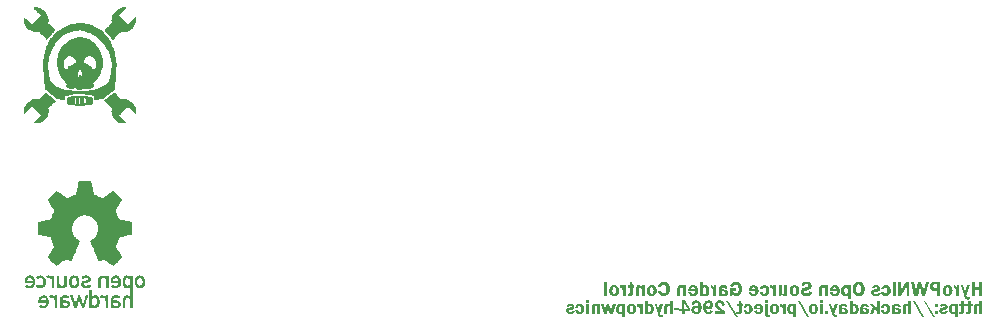
<source format=gbo>
G04 Layer_Color=32896*
%FSLAX23Y23*%
%MOIN*%
G70*
G01*
G75*
G36*
X2432Y103D02*
X2433Y93D01*
X2438D01*
Y85D01*
X2433D01*
Y70D01*
Y69D01*
X2433Y68D01*
X2433Y67D01*
X2433Y66D01*
X2433Y66D01*
X2433Y65D01*
X2432Y64D01*
X2432Y64D01*
X2432Y63D01*
X2432Y63D01*
X2431Y62D01*
X2431Y62D01*
X2431Y62D01*
X2430Y62D01*
X2430Y61D01*
X2428Y61D01*
X2427Y60D01*
X2426Y60D01*
X2424Y60D01*
X2424Y60D01*
X2423D01*
X2423Y60D01*
X2421D01*
X2421Y60D01*
X2420Y60D01*
X2419Y60D01*
X2418Y60D01*
X2417Y60D01*
X2417Y60D01*
X2416Y60D01*
X2416D01*
Y67D01*
X2417Y67D01*
X2419D01*
X2420Y67D01*
X2421Y68D01*
X2422Y68D01*
X2422Y68D01*
X2422Y68D01*
X2423Y68D01*
X2423Y68D01*
X2423D01*
X2423Y69D01*
X2423Y69D01*
X2424Y70D01*
Y71D01*
X2424Y71D01*
Y72D01*
Y72D01*
Y85D01*
X2417D01*
Y93D01*
X2424D01*
Y103D01*
X2432Y103D01*
D02*
G37*
G36*
X125Y188D02*
X127Y188D01*
X128Y187D01*
X130Y187D01*
X131Y186D01*
X132Y185D01*
X133Y185D01*
X133Y184D01*
Y186D01*
X133Y187D01*
Y187D01*
X133Y188D01*
X134Y188D01*
X141D01*
X141Y188D01*
X142Y188D01*
X142Y187D01*
Y187D01*
Y148D01*
X142Y147D01*
X141Y147D01*
X141Y146D01*
X134D01*
X133Y147D01*
X133Y147D01*
Y147D01*
Y148D01*
Y172D01*
X133Y175D01*
X132Y177D01*
X131Y178D01*
X129Y179D01*
X128Y180D01*
X126Y180D01*
X125Y180D01*
X125D01*
X123Y180D01*
X122Y179D01*
X121Y179D01*
X120Y179D01*
X119D01*
X114Y185D01*
X115Y186D01*
X116Y187D01*
X117Y188D01*
X118Y188D01*
X119Y188D01*
X120Y189D01*
X123D01*
X125Y188D01*
D02*
G37*
G36*
X306D02*
X308Y188D01*
X311Y186D01*
X312Y185D01*
X313Y185D01*
X314Y184D01*
X314Y184D01*
Y185D01*
X315Y186D01*
X315Y187D01*
Y188D01*
X315Y188D01*
X322D01*
X322Y188D01*
X322Y188D01*
X323Y187D01*
Y187D01*
Y148D01*
X322Y147D01*
X322Y147D01*
X322Y146D01*
X315D01*
X315Y147D01*
X315Y147D01*
X314Y147D01*
Y148D01*
Y169D01*
Y171D01*
X314Y172D01*
X313Y175D01*
X312Y177D01*
X310Y179D01*
X308Y180D01*
X307Y180D01*
X306Y180D01*
X306D01*
X303Y180D01*
X301Y179D01*
X300Y178D01*
X299Y176D01*
X299Y175D01*
X298Y174D01*
Y174D01*
Y173D01*
Y148D01*
X298Y147D01*
X298Y147D01*
X297Y146D01*
X290D01*
X289Y147D01*
X289Y147D01*
Y147D01*
Y148D01*
Y173D01*
Y175D01*
X289Y176D01*
X289Y178D01*
Y178D01*
X291Y182D01*
X293Y184D01*
X296Y186D01*
X298Y187D01*
X300Y188D01*
X301Y188D01*
X303Y189D01*
X305D01*
X306Y188D01*
D02*
G37*
G36*
X1895Y94D02*
X1896Y93D01*
X1897Y93D01*
X1898Y93D01*
X1899Y92D01*
X1900Y92D01*
X1901Y92D01*
X1902Y91D01*
X1903Y91D01*
X1903Y90D01*
X1904Y90D01*
X1904Y90D01*
X1905Y89D01*
X1905Y89D01*
X1905Y89D01*
X1905Y89D01*
X1906Y88D01*
X1907Y87D01*
X1907Y86D01*
X1908Y85D01*
X1908Y84D01*
X1908Y83D01*
X1909Y81D01*
X1909Y80D01*
X1909Y79D01*
X1909Y78D01*
X1909Y78D01*
X1910Y77D01*
Y77D01*
Y76D01*
Y76D01*
X1909Y75D01*
X1909Y74D01*
X1909Y72D01*
X1909Y71D01*
X1909Y70D01*
X1908Y69D01*
X1908Y68D01*
X1907Y67D01*
X1907Y67D01*
X1907Y66D01*
X1906Y65D01*
X1906Y65D01*
X1906Y65D01*
X1905Y64D01*
X1905Y64D01*
X1905Y64D01*
X1904Y63D01*
X1903Y63D01*
X1903Y62D01*
X1902Y62D01*
X1901Y61D01*
X1900Y61D01*
X1898Y60D01*
X1897Y60D01*
X1896Y60D01*
X1896Y60D01*
X1895Y60D01*
X1895Y60D01*
X1894D01*
X1893Y60D01*
X1892Y60D01*
X1890Y60D01*
X1889Y60D01*
X1888Y61D01*
X1887Y61D01*
X1886Y61D01*
X1886Y62D01*
X1885Y62D01*
X1885Y62D01*
X1884Y63D01*
X1884Y63D01*
X1884Y63D01*
X1884Y63D01*
X1884Y63D01*
X1883Y64D01*
X1882Y65D01*
X1882Y65D01*
X1881Y66D01*
X1880Y68D01*
X1880Y69D01*
X1879Y71D01*
X1879Y71D01*
X1879Y72D01*
X1879Y72D01*
X1879Y72D01*
Y73D01*
Y73D01*
X1888Y73D01*
X1888Y72D01*
X1888Y71D01*
X1889Y70D01*
X1889Y70D01*
X1890Y69D01*
X1890Y69D01*
X1891Y68D01*
X1891Y68D01*
X1892Y68D01*
X1893Y68D01*
X1893D01*
X1893Y68D01*
X1893D01*
X1894Y68D01*
X1895Y68D01*
X1896Y68D01*
X1896Y68D01*
X1897Y69D01*
X1897Y69D01*
X1897Y69D01*
X1897Y69D01*
X1897Y70D01*
X1898Y70D01*
X1898Y70D01*
X1898Y71D01*
X1898Y72D01*
X1899Y74D01*
X1899Y75D01*
Y76D01*
X1899Y76D01*
Y76D01*
Y77D01*
Y77D01*
Y77D01*
X1899Y79D01*
X1898Y80D01*
X1898Y81D01*
X1898Y82D01*
X1897Y83D01*
X1897Y84D01*
X1896Y85D01*
X1896Y85D01*
X1895Y86D01*
X1895Y86D01*
X1894Y86D01*
X1894Y86D01*
X1894Y86D01*
X1893Y86D01*
X1893D01*
X1892Y86D01*
X1892Y86D01*
X1891Y86D01*
X1890Y85D01*
X1890Y85D01*
X1889Y85D01*
X1889Y83D01*
X1888Y82D01*
X1888Y81D01*
X1888Y81D01*
X1888Y81D01*
Y81D01*
Y81D01*
X1879Y81D01*
X1879Y82D01*
X1879Y83D01*
X1880Y85D01*
X1881Y86D01*
X1881Y87D01*
X1882Y89D01*
X1883Y89D01*
X1883Y89D01*
X1883Y90D01*
X1883Y90D01*
X1883Y90D01*
X1883Y90D01*
X1884Y91D01*
X1885Y91D01*
X1886Y92D01*
X1887Y92D01*
X1888Y93D01*
X1890Y93D01*
X1891Y93D01*
X1892Y93D01*
X1892Y94D01*
X1893Y94D01*
X1893D01*
X1895Y94D01*
D02*
G37*
G36*
X3197Y103D02*
X3198Y93D01*
X3204D01*
Y85D01*
X3198D01*
Y70D01*
Y69D01*
X3198Y68D01*
X3198Y67D01*
X3198Y66D01*
X3198Y66D01*
X3198Y65D01*
X3197Y64D01*
X3197Y64D01*
X3197Y63D01*
X3197Y63D01*
X3196Y62D01*
X3196Y62D01*
X3196Y62D01*
X3196Y62D01*
X3195Y61D01*
X3194Y61D01*
X3192Y60D01*
X3191Y60D01*
X3189Y60D01*
X3189Y60D01*
X3188D01*
X3188Y60D01*
X3187D01*
X3186Y60D01*
X3185Y60D01*
X3184Y60D01*
X3183Y60D01*
X3182Y60D01*
X3182Y60D01*
X3182Y60D01*
X3181D01*
Y67D01*
X3183Y67D01*
X3184D01*
X3185Y67D01*
X3186Y68D01*
X3187Y68D01*
X3187Y68D01*
X3188Y68D01*
X3188Y68D01*
X3188Y68D01*
X3188D01*
X3188Y69D01*
X3188Y69D01*
X3189Y70D01*
Y71D01*
X3189Y71D01*
Y72D01*
Y72D01*
Y85D01*
X3182D01*
Y93D01*
X3189D01*
Y103D01*
X3197Y103D01*
D02*
G37*
G36*
X3174D02*
X3175Y93D01*
X3180D01*
Y85D01*
X3175D01*
Y70D01*
Y69D01*
X3175Y68D01*
X3175Y67D01*
X3175Y66D01*
X3175Y66D01*
X3174Y65D01*
X3174Y64D01*
X3174Y64D01*
X3174Y63D01*
X3174Y63D01*
X3173Y62D01*
X3173Y62D01*
X3173Y62D01*
X3172Y62D01*
X3172Y61D01*
X3170Y61D01*
X3169Y60D01*
X3168Y60D01*
X3166Y60D01*
X3166Y60D01*
X3165D01*
X3165Y60D01*
X3163D01*
X3162Y60D01*
X3161Y60D01*
X3161Y60D01*
X3160Y60D01*
X3159Y60D01*
X3159Y60D01*
X3158Y60D01*
X3158D01*
Y67D01*
X3159Y67D01*
X3161D01*
X3162Y67D01*
X3163Y68D01*
X3164Y68D01*
X3164Y68D01*
X3164Y68D01*
X3165Y68D01*
X3165Y68D01*
X3165D01*
X3165Y69D01*
X3165Y69D01*
X3166Y70D01*
Y71D01*
X3166Y71D01*
Y72D01*
Y72D01*
Y85D01*
X3159D01*
Y93D01*
X3166D01*
Y103D01*
X3174Y103D01*
D02*
G37*
G36*
X2491Y94D02*
X2492Y93D01*
X2493Y93D01*
X2494Y93D01*
X2495Y92D01*
X2496Y92D01*
X2497Y92D01*
X2498Y91D01*
X2499Y91D01*
X2499Y90D01*
X2500Y90D01*
X2500Y90D01*
X2501Y89D01*
X2501Y89D01*
X2501Y89D01*
X2501Y89D01*
X2502Y88D01*
X2503Y87D01*
X2503Y86D01*
X2504Y85D01*
X2504Y84D01*
X2504Y83D01*
X2505Y81D01*
X2505Y80D01*
X2505Y79D01*
X2505Y78D01*
X2505Y78D01*
X2506Y77D01*
Y77D01*
Y76D01*
Y76D01*
X2505Y74D01*
X2505Y73D01*
X2505Y71D01*
X2504Y70D01*
X2504Y69D01*
X2504Y68D01*
X2504Y68D01*
X2504Y68D01*
X2503Y67D01*
X2503Y67D01*
Y67D01*
X2502Y66D01*
X2502Y65D01*
X2501Y64D01*
X2500Y63D01*
X2499Y62D01*
X2498Y62D01*
X2498Y62D01*
X2498Y62D01*
X2498D01*
X2496Y61D01*
X2495Y60D01*
X2494Y60D01*
X2492Y60D01*
X2491Y60D01*
X2491Y60D01*
X2490Y60D01*
X2489D01*
X2487Y60D01*
X2486Y60D01*
X2484Y61D01*
X2482Y61D01*
X2481Y62D01*
X2480Y63D01*
X2479Y64D01*
X2478Y65D01*
X2477Y66D01*
X2476Y67D01*
X2476Y68D01*
X2475Y69D01*
X2475Y70D01*
X2475Y70D01*
X2475Y71D01*
X2475Y71D01*
X2483Y72D01*
X2484Y71D01*
X2484Y70D01*
X2484Y69D01*
X2485Y69D01*
X2485Y68D01*
X2486Y68D01*
X2486Y67D01*
X2487Y67D01*
X2488Y67D01*
X2488Y67D01*
X2489D01*
X2489Y66D01*
X2489D01*
X2490Y67D01*
X2491Y67D01*
X2492Y67D01*
X2492Y67D01*
X2493Y68D01*
X2493Y68D01*
X2494Y68D01*
X2494Y68D01*
X2494Y69D01*
X2495Y70D01*
X2495Y71D01*
X2495Y72D01*
X2495Y72D01*
X2495Y73D01*
Y73D01*
Y73D01*
Y73D01*
Y74D01*
Y74D01*
Y75D01*
Y75D01*
Y75D01*
X2474D01*
X2474Y77D01*
X2475Y78D01*
X2475Y80D01*
X2475Y81D01*
X2475Y83D01*
X2476Y84D01*
X2476Y85D01*
X2477Y86D01*
X2477Y87D01*
X2477Y87D01*
X2478Y88D01*
X2478Y88D01*
X2478Y89D01*
X2479Y89D01*
X2479Y89D01*
X2479Y89D01*
X2480Y90D01*
X2481Y91D01*
X2482Y91D01*
X2482Y92D01*
X2483Y92D01*
X2484Y92D01*
X2486Y93D01*
X2487Y93D01*
X2487Y93D01*
X2488Y93D01*
X2489Y94D01*
X2489Y94D01*
X2490D01*
X2491Y94D01*
D02*
G37*
G36*
X184Y188D02*
X184Y188D01*
X184Y187D01*
Y187D01*
Y162D01*
X184Y159D01*
X184Y157D01*
X183Y153D01*
X181Y151D01*
X178Y149D01*
X176Y147D01*
X174Y146D01*
X172Y146D01*
X172Y146D01*
X170D01*
X167Y146D01*
X165Y147D01*
X163Y147D01*
X162Y148D01*
X161Y149D01*
X160Y150D01*
X160Y150D01*
Y151D01*
X159D01*
Y149D01*
X159Y148D01*
Y147D01*
X159Y147D01*
X159Y146D01*
X152D01*
X151Y147D01*
X151Y147D01*
X151Y147D01*
Y148D01*
Y187D01*
X151Y188D01*
X151Y188D01*
X152Y188D01*
X158D01*
X159Y188D01*
X159Y188D01*
X159Y187D01*
Y187D01*
Y163D01*
X160Y160D01*
X161Y158D01*
X162Y157D01*
X163Y156D01*
X164Y155D01*
X166Y155D01*
X167Y154D01*
X168D01*
X170Y155D01*
X172Y156D01*
X173Y157D01*
X174Y159D01*
X175Y160D01*
X176Y162D01*
X176Y163D01*
Y163D01*
Y187D01*
X176Y188D01*
X176Y188D01*
X176Y188D01*
X184D01*
X184Y188D01*
D02*
G37*
G36*
X265Y501D02*
X266Y500D01*
X266Y498D01*
X267Y495D01*
X268Y492D01*
X268Y489D01*
X270Y481D01*
X271Y473D01*
X272Y469D01*
X273Y466D01*
X273Y464D01*
X273Y461D01*
X274Y460D01*
Y460D01*
X275Y459D01*
X278Y458D01*
X282Y455D01*
X287Y453D01*
X292Y451D01*
X297Y450D01*
X299Y449D01*
X301Y448D01*
X302Y448D01*
X303Y447D01*
X304Y447D01*
X304D01*
X339Y471D01*
X340Y471D01*
X341Y470D01*
X343Y468D01*
X345Y466D01*
X347Y464D01*
X349Y461D01*
X355Y456D01*
X360Y451D01*
X363Y448D01*
X365Y446D01*
X366Y444D01*
X368Y442D01*
X369Y441D01*
X369Y441D01*
Y440D01*
X347Y406D01*
Y405D01*
X347Y404D01*
X347Y403D01*
X347Y402D01*
X349Y400D01*
X349Y397D01*
X350Y395D01*
X352Y390D01*
X355Y385D01*
X356Y382D01*
X357Y380D01*
X357Y378D01*
X358Y377D01*
X359Y376D01*
X359Y376D01*
X359Y376D01*
X360Y375D01*
X362Y375D01*
X364Y374D01*
X367Y373D01*
X370Y373D01*
X376Y372D01*
X383Y370D01*
X386Y370D01*
X389Y369D01*
X391Y369D01*
X393Y369D01*
X394Y368D01*
X394D01*
X396Y368D01*
X398Y368D01*
X399Y367D01*
X400Y366D01*
X400Y365D01*
X401Y364D01*
Y363D01*
Y363D01*
Y327D01*
X400Y325D01*
X400Y324D01*
X398Y324D01*
X396Y323D01*
X393Y323D01*
X390Y322D01*
X387Y322D01*
X380Y320D01*
X373Y319D01*
X370Y318D01*
X367Y318D01*
X365Y317D01*
X363Y317D01*
X362Y317D01*
X361D01*
X361Y317D01*
X360Y315D01*
X359Y314D01*
X358Y312D01*
X357Y309D01*
X356Y307D01*
X354Y301D01*
X351Y295D01*
X350Y292D01*
X349Y290D01*
X349Y288D01*
X348Y286D01*
X347Y285D01*
Y285D01*
Y283D01*
X351Y278D01*
X355Y273D01*
X357Y269D01*
X360Y265D01*
X362Y262D01*
X364Y259D01*
X365Y257D01*
X366Y255D01*
X368Y254D01*
X368Y253D01*
X368Y252D01*
X369Y251D01*
X369Y251D01*
Y250D01*
Y250D01*
X365Y246D01*
X362Y242D01*
X359Y239D01*
X356Y236D01*
X353Y233D01*
X350Y231D01*
X349Y229D01*
X347Y227D01*
X345Y225D01*
X344Y224D01*
X342Y222D01*
X340Y221D01*
X340Y221D01*
X340D01*
X339Y221D01*
X338Y222D01*
X336Y223D01*
X334Y224D01*
X331Y226D01*
X329Y228D01*
X322Y232D01*
X317Y236D01*
X314Y237D01*
X312Y239D01*
X310Y240D01*
X308Y241D01*
X307Y242D01*
X306Y242D01*
X305Y241D01*
X302Y240D01*
X297Y238D01*
X295Y237D01*
X293Y236D01*
X292Y235D01*
X291Y235D01*
X290D01*
X290Y235D01*
X290Y236D01*
X289Y237D01*
X289Y238D01*
X288Y239D01*
X287Y241D01*
X285Y246D01*
X283Y251D01*
X280Y257D01*
X278Y263D01*
X275Y269D01*
X273Y276D01*
X270Y282D01*
X268Y287D01*
X266Y293D01*
X264Y297D01*
X263Y299D01*
X263Y300D01*
X262Y301D01*
X262Y302D01*
X262Y303D01*
Y303D01*
Y304D01*
X266Y307D01*
X270Y311D01*
X274Y314D01*
X277Y317D01*
X280Y321D01*
X282Y324D01*
X283Y327D01*
X285Y331D01*
X286Y333D01*
X287Y336D01*
X287Y339D01*
X287Y341D01*
X288Y342D01*
X288Y344D01*
Y344D01*
Y345D01*
X288Y350D01*
X287Y352D01*
X287Y354D01*
X287Y356D01*
X286Y358D01*
X286Y359D01*
Y359D01*
X283Y364D01*
X280Y369D01*
X277Y373D01*
X274Y376D01*
X271Y379D01*
X267Y382D01*
X264Y384D01*
X260Y385D01*
X257Y387D01*
X254Y388D01*
X252Y388D01*
X249Y389D01*
X248Y389D01*
X246Y389D01*
X244D01*
X243Y389D01*
X241Y389D01*
X239D01*
X237Y388D01*
X236Y388D01*
X235Y388D01*
X234D01*
X228Y385D01*
X223Y383D01*
X219Y380D01*
X215Y376D01*
X212Y373D01*
X209Y369D01*
X207Y366D01*
X205Y362D01*
X204Y359D01*
X203Y356D01*
X202Y353D01*
X201Y350D01*
X201Y348D01*
X201Y347D01*
Y346D01*
Y345D01*
Y345D01*
X201Y340D01*
X202Y336D01*
X204Y332D01*
X205Y328D01*
X207Y324D01*
X209Y321D01*
X212Y318D01*
X214Y315D01*
X216Y313D01*
X219Y310D01*
X221Y309D01*
X223Y307D01*
X225Y306D01*
X226Y305D01*
X227Y304D01*
X227Y304D01*
Y304D01*
X227Y303D01*
X227Y302D01*
X226Y300D01*
X225Y298D01*
X225Y297D01*
X223Y292D01*
X221Y287D01*
X218Y281D01*
X216Y275D01*
X213Y268D01*
X210Y262D01*
X208Y256D01*
X205Y250D01*
X203Y245D01*
X201Y241D01*
X200Y239D01*
X200Y237D01*
X199Y236D01*
X199Y235D01*
X199Y235D01*
Y235D01*
X198D01*
X198Y235D01*
X196Y236D01*
X193Y237D01*
X190Y239D01*
X188Y240D01*
X185Y241D01*
X184Y242D01*
X184Y242D01*
X183Y242D01*
X183D01*
X183Y242D01*
X181Y241D01*
X179Y240D01*
X177Y239D01*
X175Y237D01*
X172Y236D01*
X166Y232D01*
X160Y228D01*
X157Y226D01*
X155Y224D01*
X153Y223D01*
X152Y222D01*
X150Y221D01*
X150Y221D01*
X149D01*
X144Y226D01*
X139Y230D01*
X135Y234D01*
X132Y238D01*
X129Y240D01*
X127Y243D01*
X125Y245D01*
X123Y247D01*
X122Y248D01*
X121Y249D01*
X120Y250D01*
X120Y250D01*
X119Y251D01*
Y251D01*
X123Y257D01*
X127Y262D01*
X130Y266D01*
X132Y270D01*
X134Y273D01*
X136Y276D01*
X137Y278D01*
X139Y280D01*
X140Y281D01*
X140Y282D01*
X140Y283D01*
X141Y284D01*
X141Y284D01*
Y285D01*
X141Y285D01*
X141Y286D01*
X140Y288D01*
X139Y290D01*
X139Y292D01*
X138Y295D01*
X135Y301D01*
X133Y306D01*
X132Y309D01*
X131Y311D01*
X130Y313D01*
X130Y314D01*
X130Y315D01*
X129Y316D01*
X128Y316D01*
X127Y316D01*
X126Y317D01*
X124Y317D01*
X121Y318D01*
X117Y319D01*
X113Y320D01*
X111Y320D01*
X109Y320D01*
X108Y321D01*
X107D01*
X106Y321D01*
X106D01*
X103Y321D01*
X100Y322D01*
X98Y322D01*
X96Y323D01*
X94Y323D01*
X93Y323D01*
X91Y324D01*
X90Y324D01*
X89Y325D01*
X88Y325D01*
X88Y326D01*
Y364D01*
Y365D01*
X88Y366D01*
X89Y366D01*
X89Y366D01*
X89Y367D01*
X91Y367D01*
X93Y368D01*
X95Y368D01*
X98Y369D01*
X101Y370D01*
X109Y371D01*
X116Y372D01*
X119Y373D01*
X122Y373D01*
X125Y374D01*
X127Y374D01*
X128Y374D01*
X128D01*
X129Y375D01*
X130Y376D01*
X131Y377D01*
X132Y379D01*
X132Y381D01*
X134Y384D01*
X136Y390D01*
X139Y395D01*
X140Y398D01*
X140Y400D01*
X141Y402D01*
X142Y404D01*
X142Y405D01*
X142Y405D01*
Y406D01*
X139Y412D01*
X135Y417D01*
X132Y421D01*
X129Y425D01*
X127Y429D01*
X125Y431D01*
X124Y434D01*
X123Y436D01*
X122Y437D01*
X121Y438D01*
X121Y439D01*
X120Y440D01*
X120Y440D01*
Y441D01*
Y441D01*
X124Y445D01*
X127Y449D01*
X131Y452D01*
X133Y455D01*
X136Y458D01*
X138Y460D01*
X140Y462D01*
X142Y464D01*
X144Y466D01*
X145Y467D01*
X147Y469D01*
X148Y470D01*
X149Y470D01*
X149D01*
X150Y470D01*
X151Y469D01*
X153Y468D01*
X155Y467D01*
X158Y465D01*
X161Y463D01*
X168Y459D01*
X174Y454D01*
X177Y452D01*
X179Y451D01*
X182Y449D01*
X183Y448D01*
X184Y447D01*
X184Y447D01*
X185Y447D01*
X186Y448D01*
X188Y448D01*
X190Y449D01*
X192Y450D01*
X195Y451D01*
X200Y453D01*
X206Y455D01*
X208Y456D01*
X210Y457D01*
X212Y458D01*
X213Y458D01*
X214Y459D01*
X214D01*
X214Y460D01*
X215Y461D01*
X215Y463D01*
X216Y465D01*
X216Y468D01*
X217Y470D01*
X218Y476D01*
X219Y481D01*
X220Y484D01*
X220Y486D01*
X221Y488D01*
X221Y489D01*
X221Y490D01*
Y490D01*
Y492D01*
X221Y494D01*
X222Y497D01*
X222Y499D01*
X223Y500D01*
X224Y501D01*
X225Y502D01*
X226Y502D01*
X265D01*
X265Y501D01*
D02*
G37*
G36*
X3087Y60D02*
X3077D01*
Y70D01*
X3087D01*
Y60D01*
D02*
G37*
G36*
X66Y188D02*
X68Y187D01*
X70Y186D01*
X72Y184D01*
X73Y183D01*
X74Y181D01*
X76Y178D01*
X77Y175D01*
X78Y172D01*
X78Y171D01*
Y170D01*
Y169D01*
Y169D01*
Y165D01*
Y163D01*
X78Y161D01*
X78Y160D01*
Y160D01*
Y160D01*
X77Y157D01*
X76Y155D01*
X75Y153D01*
X73Y152D01*
X71Y149D01*
X68Y148D01*
X66Y147D01*
X63Y146D01*
X62Y146D01*
X59D01*
X56Y146D01*
X53Y147D01*
X51Y148D01*
X49Y149D01*
X47Y150D01*
X46Y151D01*
X45Y152D01*
X45Y152D01*
Y153D01*
X45Y153D01*
X46Y154D01*
X48Y156D01*
X49Y156D01*
X50Y157D01*
X50Y157D01*
X50Y158D01*
X51D01*
X53Y156D01*
X54Y155D01*
X56Y155D01*
X57Y154D01*
X58Y154D01*
X59Y154D01*
X60D01*
X63Y154D01*
X65Y155D01*
X67Y157D01*
X68Y159D01*
X69Y160D01*
X70Y162D01*
X70Y163D01*
Y163D01*
Y164D01*
X46D01*
X45Y164D01*
X45Y164D01*
X44Y165D01*
Y165D01*
Y177D01*
X45Y179D01*
X46Y181D01*
X49Y184D01*
X51Y186D01*
X54Y187D01*
X56Y188D01*
X58Y188D01*
X59Y189D01*
X63D01*
X66Y188D01*
D02*
G37*
G36*
X353D02*
X355Y187D01*
X357Y185D01*
X359Y184D01*
X361Y180D01*
X363Y176D01*
X364Y173D01*
X364Y170D01*
X364Y169D01*
Y168D01*
Y167D01*
Y167D01*
Y166D01*
X364Y164D01*
X364Y161D01*
X364Y160D01*
Y159D01*
X363Y158D01*
Y158D01*
X363Y156D01*
X361Y154D01*
X360Y152D01*
X359Y151D01*
X356Y149D01*
X354Y147D01*
X351Y147D01*
X349Y146D01*
X347Y146D01*
X345D01*
X342Y146D01*
X339Y147D01*
X337Y148D01*
X335Y149D01*
X333Y150D01*
X332Y151D01*
X331Y152D01*
X331Y152D01*
Y153D01*
X331Y153D01*
X332Y154D01*
X334Y156D01*
X336Y157D01*
X336Y157D01*
X336Y158D01*
X337D01*
X339Y156D01*
X340Y155D01*
X342Y155D01*
X343Y154D01*
X344Y154D01*
X345Y154D01*
X346D01*
X349Y154D01*
X351Y155D01*
X353Y157D01*
X354Y159D01*
X355Y161D01*
X356Y162D01*
X356Y163D01*
Y164D01*
X331D01*
X330Y164D01*
X330Y164D01*
Y165D01*
Y165D01*
Y170D01*
Y172D01*
X330Y174D01*
X330Y175D01*
Y175D01*
X331Y177D01*
X332Y179D01*
X333Y181D01*
X334Y183D01*
X337Y185D01*
X340Y187D01*
X342Y188D01*
X345Y188D01*
X346Y189D01*
X351D01*
X353Y188D01*
D02*
G37*
G36*
X99Y188D02*
X101Y188D01*
X102Y188D01*
X102Y188D01*
X105Y187D01*
X106Y185D01*
X108Y184D01*
X109Y183D01*
X112Y179D01*
X113Y176D01*
X114Y173D01*
X114Y170D01*
X115Y169D01*
Y168D01*
Y168D01*
Y168D01*
X114Y165D01*
X114Y162D01*
X114Y161D01*
Y160D01*
X114Y159D01*
Y159D01*
X113Y157D01*
X112Y155D01*
X110Y153D01*
X109Y151D01*
X106Y149D01*
X103Y148D01*
X101Y147D01*
X99Y146D01*
X97Y146D01*
X95D01*
X92Y146D01*
X89Y147D01*
X87Y148D01*
X85Y149D01*
X83Y151D01*
X82Y152D01*
X81Y153D01*
X81Y153D01*
Y153D01*
X81Y154D01*
X82Y155D01*
X83Y155D01*
X84Y156D01*
X85Y157D01*
X86Y158D01*
X86Y158D01*
X87Y159D01*
X88Y157D01*
X90Y156D01*
X91Y155D01*
X92Y155D01*
X93Y155D01*
X94Y154D01*
X95D01*
X97Y155D01*
X98Y155D01*
X101Y156D01*
X103Y159D01*
X105Y161D01*
X106Y163D01*
X106Y166D01*
X106Y167D01*
Y167D01*
Y168D01*
X106Y170D01*
X106Y172D01*
X105Y173D01*
X104Y175D01*
X103Y177D01*
X101Y179D01*
X99Y179D01*
X97Y180D01*
X96Y180D01*
X96D01*
X94Y180D01*
X92Y179D01*
X89Y178D01*
X88Y177D01*
X87Y177D01*
X87Y176D01*
X87Y176D01*
X85Y177D01*
X84Y178D01*
X83Y179D01*
X82Y180D01*
X81Y181D01*
X81Y181D01*
Y182D01*
X83Y184D01*
X85Y186D01*
X88Y187D01*
X90Y188D01*
X91Y188D01*
X93Y189D01*
X97D01*
X99Y188D01*
D02*
G37*
G36*
X2455Y94D02*
X2457Y93D01*
X2458Y93D01*
X2459Y93D01*
X2460Y92D01*
X2461Y92D01*
X2462Y92D01*
X2463Y91D01*
X2463Y91D01*
X2464Y90D01*
X2465Y90D01*
X2465Y90D01*
X2465Y89D01*
X2466Y89D01*
X2466Y89D01*
X2466Y89D01*
X2467Y88D01*
X2467Y87D01*
X2468Y86D01*
X2468Y85D01*
X2469Y84D01*
X2469Y83D01*
X2470Y81D01*
X2470Y80D01*
X2470Y79D01*
X2470Y78D01*
X2470Y78D01*
X2470Y77D01*
Y77D01*
Y76D01*
Y76D01*
X2470Y75D01*
X2470Y74D01*
X2470Y72D01*
X2470Y71D01*
X2469Y70D01*
X2469Y69D01*
X2468Y68D01*
X2468Y67D01*
X2468Y67D01*
X2467Y66D01*
X2467Y65D01*
X2467Y65D01*
X2466Y65D01*
X2466Y64D01*
X2466Y64D01*
X2466Y64D01*
X2465Y63D01*
X2464Y63D01*
X2463Y62D01*
X2462Y62D01*
X2461Y61D01*
X2460Y61D01*
X2459Y60D01*
X2458Y60D01*
X2457Y60D01*
X2456Y60D01*
X2456Y60D01*
X2455Y60D01*
X2455D01*
X2453Y60D01*
X2452Y60D01*
X2450Y60D01*
X2449Y60D01*
X2449Y61D01*
X2448Y61D01*
X2447Y61D01*
X2446Y62D01*
X2446Y62D01*
X2445Y62D01*
X2445Y63D01*
X2445Y63D01*
X2444Y63D01*
X2444Y63D01*
X2444Y63D01*
X2444Y64D01*
X2443Y65D01*
X2442Y65D01*
X2442Y66D01*
X2441Y68D01*
X2440Y69D01*
X2440Y71D01*
X2440Y71D01*
X2440Y72D01*
X2440Y72D01*
X2440Y72D01*
Y73D01*
Y73D01*
X2449Y73D01*
X2449Y72D01*
X2449Y71D01*
X2449Y70D01*
X2450Y70D01*
X2450Y69D01*
X2451Y69D01*
X2451Y68D01*
X2452Y68D01*
X2453Y68D01*
X2453Y68D01*
X2454D01*
X2454Y68D01*
X2454D01*
X2455Y68D01*
X2456Y68D01*
X2456Y68D01*
X2457Y68D01*
X2457Y69D01*
X2458Y69D01*
X2458Y69D01*
X2458Y69D01*
X2458Y70D01*
X2458Y70D01*
X2459Y70D01*
X2459Y71D01*
X2459Y72D01*
X2459Y74D01*
X2459Y75D01*
Y76D01*
X2459Y76D01*
Y76D01*
Y77D01*
Y77D01*
Y77D01*
X2459Y79D01*
X2459Y80D01*
X2459Y81D01*
X2459Y82D01*
X2458Y83D01*
X2458Y84D01*
X2457Y85D01*
X2457Y85D01*
X2456Y86D01*
X2456Y86D01*
X2455Y86D01*
X2455Y86D01*
X2454Y86D01*
X2454Y86D01*
X2454D01*
X2453Y86D01*
X2452Y86D01*
X2452Y86D01*
X2451Y85D01*
X2450Y85D01*
X2450Y85D01*
X2449Y83D01*
X2449Y82D01*
X2449Y81D01*
X2449Y81D01*
X2449Y81D01*
Y81D01*
Y81D01*
X2440Y81D01*
X2440Y82D01*
X2440Y83D01*
X2441Y85D01*
X2441Y86D01*
X2442Y87D01*
X2443Y89D01*
X2443Y89D01*
X2443Y89D01*
X2444Y90D01*
X2444Y90D01*
X2444Y90D01*
X2444Y90D01*
X2445Y91D01*
X2446Y91D01*
X2446Y92D01*
X2447Y92D01*
X2449Y93D01*
X2450Y93D01*
X2452Y93D01*
X2452Y93D01*
X2453Y94D01*
X2453Y94D01*
X2454D01*
X2455Y94D01*
D02*
G37*
G36*
X2774D02*
X2775Y93D01*
X2777Y93D01*
X2779Y92D01*
X2779Y92D01*
X2780Y92D01*
X2780Y92D01*
X2781Y92D01*
X2781Y91D01*
X2781Y91D01*
X2781Y91D01*
X2782D01*
X2782Y91D01*
X2783Y90D01*
X2784Y90D01*
X2784Y89D01*
X2785Y88D01*
X2786Y86D01*
X2786Y85D01*
X2786Y85D01*
X2787Y84D01*
X2787Y84D01*
X2787Y84D01*
X2787Y83D01*
Y83D01*
X2778Y83D01*
X2778Y83D01*
X2777Y84D01*
X2777Y85D01*
X2777Y85D01*
X2776Y86D01*
X2776Y86D01*
X2775Y87D01*
X2774Y87D01*
X2773Y87D01*
X2773Y87D01*
X2772D01*
X2771Y87D01*
X2771Y87D01*
X2770Y87D01*
X2770Y87D01*
X2769Y86D01*
X2769Y86D01*
X2768Y85D01*
X2768Y85D01*
X2768Y84D01*
X2768Y83D01*
X2768Y83D01*
Y83D01*
Y83D01*
Y82D01*
Y81D01*
X2769Y81D01*
X2771Y80D01*
X2772Y80D01*
X2774Y80D01*
X2775Y80D01*
X2776Y80D01*
X2777Y79D01*
X2778Y79D01*
X2779Y79D01*
X2779Y79D01*
X2780Y79D01*
X2780Y79D01*
X2780Y79D01*
X2781Y79D01*
X2781Y78D01*
X2781D01*
X2782Y78D01*
X2783Y77D01*
X2784Y77D01*
X2785Y76D01*
X2785Y75D01*
X2786Y75D01*
X2786Y75D01*
X2786Y74D01*
X2787Y73D01*
X2787Y73D01*
X2787Y72D01*
X2788Y71D01*
X2788Y70D01*
X2788Y69D01*
Y69D01*
Y69D01*
Y69D01*
X2788Y67D01*
X2787Y66D01*
X2787Y65D01*
X2786Y64D01*
X2786Y63D01*
X2785Y63D01*
X2785Y62D01*
X2785Y62D01*
X2784Y61D01*
X2783Y61D01*
X2781Y60D01*
X2780Y60D01*
X2779Y60D01*
X2779Y60D01*
X2778D01*
X2778Y60D01*
X2778D01*
X2776Y60D01*
X2775Y60D01*
X2774Y60D01*
X2774Y60D01*
X2773Y60D01*
X2772Y61D01*
X2772Y61D01*
X2772Y61D01*
X2771Y61D01*
X2770Y62D01*
X2769Y63D01*
X2769Y63D01*
X2768Y64D01*
X2768Y65D01*
X2767Y65D01*
X2767Y65D01*
Y64D01*
X2767Y63D01*
X2767Y62D01*
X2767Y62D01*
X2767Y61D01*
X2767Y61D01*
X2767Y60D01*
Y60D01*
X2757D01*
X2758Y61D01*
X2758Y62D01*
X2758Y63D01*
X2758Y64D01*
X2758Y65D01*
Y66D01*
Y66D01*
Y66D01*
Y66D01*
Y66D01*
Y81D01*
Y83D01*
X2758Y84D01*
X2758Y85D01*
X2758Y86D01*
X2758Y86D01*
X2758Y87D01*
X2758Y87D01*
Y87D01*
X2759Y88D01*
X2759Y88D01*
X2759Y89D01*
X2760Y90D01*
X2760Y90D01*
X2760Y90D01*
X2761Y90D01*
X2761Y90D01*
X2761Y91D01*
X2762Y91D01*
X2763Y92D01*
X2764Y92D01*
X2764Y92D01*
X2765Y93D01*
X2765Y93D01*
X2765D01*
X2766Y93D01*
X2768Y93D01*
X2769Y93D01*
X2770Y94D01*
X2770D01*
X2771Y94D01*
X2772D01*
X2774Y94D01*
D02*
G37*
G36*
X252Y188D02*
X254Y188D01*
X256Y187D01*
X258Y186D01*
X259Y185D01*
X260Y184D01*
X262Y182D01*
X263Y180D01*
X264Y179D01*
X264Y178D01*
Y177D01*
Y175D01*
X264Y173D01*
X263Y171D01*
X262Y169D01*
X260Y168D01*
X259Y166D01*
X258Y166D01*
X257Y165D01*
X257Y165D01*
X254Y165D01*
X251Y164D01*
X249Y164D01*
X247Y163D01*
X245Y163D01*
X244Y163D01*
X243Y162D01*
X242Y162D01*
X241Y161D01*
X240Y161D01*
X240Y161D01*
Y158D01*
X241Y156D01*
X242Y155D01*
X243Y155D01*
X244Y154D01*
X245Y154D01*
X246Y154D01*
X247D01*
X250Y154D01*
X252Y155D01*
X255Y156D01*
X257Y157D01*
X259Y157D01*
X259Y158D01*
X260Y159D01*
X261Y159D01*
X262Y157D01*
X264Y156D01*
X265Y155D01*
X266Y154D01*
X266Y154D01*
X266Y154D01*
Y153D01*
X263Y151D01*
X261Y149D01*
X257Y148D01*
X255Y147D01*
X252Y146D01*
X251Y146D01*
X250Y146D01*
X246D01*
X243Y146D01*
X241Y147D01*
X239Y148D01*
X237Y149D01*
X235Y150D01*
X234Y151D01*
X233Y153D01*
X231Y155D01*
X231Y157D01*
X230Y158D01*
Y158D01*
Y159D01*
X231Y162D01*
X232Y164D01*
X233Y166D01*
X235Y168D01*
X236Y169D01*
X237Y170D01*
X238Y170D01*
X238Y171D01*
X242Y171D01*
X244Y171D01*
X246Y171D01*
X248Y172D01*
X250Y172D01*
X251Y173D01*
X253Y173D01*
X254Y174D01*
X255Y174D01*
X255Y175D01*
Y175D01*
X255Y177D01*
X254Y178D01*
X253Y179D01*
X252Y180D01*
X251Y180D01*
X250Y181D01*
X249D01*
X246Y180D01*
X244Y180D01*
X242Y180D01*
X241Y179D01*
X239Y178D01*
X238Y178D01*
X237Y177D01*
X237Y177D01*
X237D01*
X235Y179D01*
X234Y180D01*
X233Y181D01*
X233Y182D01*
X232Y183D01*
Y184D01*
X235Y185D01*
X237Y187D01*
X240Y187D01*
X242Y188D01*
X244Y188D01*
X245Y189D01*
X250D01*
X252Y188D01*
D02*
G37*
G36*
X431Y188D02*
X433Y188D01*
X434Y188D01*
X435Y188D01*
X438Y186D01*
X440Y183D01*
X442Y180D01*
X444Y177D01*
X444Y175D01*
X445Y173D01*
X445Y171D01*
Y171D01*
Y171D01*
Y164D01*
Y162D01*
X445Y160D01*
X444Y159D01*
Y158D01*
Y158D01*
X444Y156D01*
X442Y154D01*
X441Y152D01*
X440Y151D01*
X438Y149D01*
X435Y147D01*
X433Y147D01*
X431Y146D01*
X429Y146D01*
X426D01*
X424Y146D01*
X423Y146D01*
X421Y147D01*
X421Y147D01*
X421D01*
X419Y148D01*
X417Y149D01*
X415Y152D01*
X413Y155D01*
X412Y159D01*
X411Y162D01*
X410Y165D01*
X410Y166D01*
Y166D01*
Y167D01*
Y167D01*
Y169D01*
X410Y172D01*
X411Y175D01*
X412Y177D01*
X412Y179D01*
X414Y181D01*
X415Y183D01*
X418Y185D01*
X421Y187D01*
X423Y188D01*
X424Y188D01*
X425D01*
X425Y189D01*
X429D01*
X431Y188D01*
D02*
G37*
G36*
X2283Y105D02*
X2285Y105D01*
X2286Y104D01*
X2288Y104D01*
X2289Y104D01*
X2290Y103D01*
X2291Y102D01*
X2292Y102D01*
X2293Y101D01*
X2293Y101D01*
X2294Y100D01*
X2295Y99D01*
X2295Y99D01*
X2295Y99D01*
X2295Y99D01*
X2295Y98D01*
X2296Y97D01*
X2297Y96D01*
X2297Y95D01*
X2298Y93D01*
X2298Y92D01*
X2299Y90D01*
X2299Y89D01*
X2299Y88D01*
X2300Y86D01*
X2300Y85D01*
X2300Y84D01*
X2300Y83D01*
X2300Y83D01*
Y82D01*
Y82D01*
Y82D01*
X2300Y80D01*
X2300Y78D01*
X2299Y77D01*
X2299Y75D01*
X2299Y74D01*
X2299Y74D01*
X2299Y73D01*
X2299Y73D01*
X2299Y72D01*
X2299Y72D01*
X2298Y72D01*
Y72D01*
X2298Y70D01*
X2297Y68D01*
X2296Y67D01*
X2295Y66D01*
X2294Y65D01*
X2294Y64D01*
X2294Y64D01*
X2293Y64D01*
X2293Y63D01*
X2293Y63D01*
X2293Y63D01*
X2292Y63D01*
X2291Y62D01*
X2290Y62D01*
X2289Y61D01*
X2288Y61D01*
X2286Y60D01*
X2285Y60D01*
X2284Y60D01*
X2283Y60D01*
X2283Y60D01*
X2282Y60D01*
X2282D01*
X2280Y60D01*
X2279Y60D01*
X2278Y60D01*
X2277Y60D01*
X2276Y61D01*
X2275Y61D01*
X2274Y61D01*
X2273Y62D01*
X2273Y62D01*
X2272Y63D01*
X2271Y63D01*
X2271Y63D01*
X2271Y64D01*
X2270Y64D01*
X2270Y64D01*
X2270Y64D01*
X2269Y65D01*
X2269Y66D01*
X2268Y67D01*
X2268Y68D01*
X2267Y68D01*
X2267Y69D01*
X2266Y71D01*
X2266Y72D01*
X2266Y72D01*
X2266Y73D01*
X2266Y73D01*
X2266Y74D01*
Y74D01*
Y74D01*
Y74D01*
X2266Y75D01*
X2266Y76D01*
X2266Y77D01*
X2266Y78D01*
X2267Y80D01*
X2268Y81D01*
X2268Y82D01*
X2269Y82D01*
X2269Y83D01*
X2269Y83D01*
X2269Y84D01*
X2270Y84D01*
X2270Y84D01*
X2270Y84D01*
X2271Y85D01*
X2271Y85D01*
X2272Y86D01*
X2273Y86D01*
X2274Y87D01*
X2275Y87D01*
X2276Y87D01*
X2277Y88D01*
X2278Y88D01*
X2278Y88D01*
X2279Y88D01*
X2279Y88D01*
X2280D01*
X2281Y88D01*
X2282Y88D01*
X2283Y87D01*
X2284Y87D01*
X2285Y87D01*
X2286Y86D01*
X2287Y86D01*
X2287Y85D01*
X2288Y85D01*
X2288Y85D01*
X2289Y84D01*
X2289Y84D01*
X2289Y83D01*
X2289Y83D01*
X2290Y83D01*
X2290Y83D01*
Y84D01*
X2290Y86D01*
X2289Y87D01*
X2289Y88D01*
X2289Y89D01*
X2289Y90D01*
X2289Y91D01*
X2288Y91D01*
X2288Y93D01*
X2287Y94D01*
X2287Y95D01*
X2286Y96D01*
X2285Y96D01*
X2284Y97D01*
X2284Y97D01*
X2283Y97D01*
X2283Y98D01*
X2282Y98D01*
X2282D01*
X2281Y98D01*
X2280Y97D01*
X2279Y97D01*
X2279Y97D01*
X2278Y96D01*
X2278Y96D01*
X2277Y95D01*
X2277Y94D01*
X2276Y93D01*
X2276Y92D01*
X2276Y92D01*
X2275Y92D01*
X2275Y91D01*
X2275Y91D01*
Y91D01*
X2266Y93D01*
X2267Y94D01*
X2267Y95D01*
X2268Y97D01*
X2268Y98D01*
X2269Y99D01*
X2270Y100D01*
X2271Y101D01*
X2271Y101D01*
X2271Y101D01*
X2271Y102D01*
X2271Y102D01*
X2272Y102D01*
X2273Y103D01*
X2274Y103D01*
X2275Y104D01*
X2276Y104D01*
X2278Y105D01*
X2279Y105D01*
X2280Y105D01*
X2280Y105D01*
X2281D01*
X2281Y105D01*
X2282D01*
X2283Y105D01*
D02*
G37*
G36*
X2951Y94D02*
X2952Y93D01*
X2954Y93D01*
X2956Y92D01*
X2956Y92D01*
X2957Y92D01*
X2957Y92D01*
X2958Y92D01*
X2958Y91D01*
X2958Y91D01*
X2958Y91D01*
X2959D01*
X2959Y91D01*
X2960Y90D01*
X2961Y90D01*
X2961Y89D01*
X2962Y88D01*
X2963Y86D01*
X2963Y85D01*
X2963Y85D01*
X2964Y84D01*
X2964Y84D01*
X2964Y84D01*
X2964Y83D01*
Y83D01*
X2955Y83D01*
X2955Y83D01*
X2954Y84D01*
X2954Y85D01*
X2954Y85D01*
X2953Y86D01*
X2953Y86D01*
X2952Y87D01*
X2951Y87D01*
X2950Y87D01*
X2950Y87D01*
X2949D01*
X2948Y87D01*
X2948Y87D01*
X2947Y87D01*
X2946Y87D01*
X2946Y86D01*
X2946Y86D01*
X2945Y85D01*
X2945Y85D01*
X2945Y84D01*
X2945Y83D01*
X2944Y83D01*
Y83D01*
Y83D01*
Y82D01*
Y81D01*
X2946Y81D01*
X2948Y80D01*
X2949Y80D01*
X2951Y80D01*
X2952Y80D01*
X2953Y80D01*
X2954Y79D01*
X2955Y79D01*
X2956Y79D01*
X2956Y79D01*
X2957Y79D01*
X2957Y79D01*
X2957Y79D01*
X2958Y79D01*
X2958Y78D01*
X2958D01*
X2959Y78D01*
X2960Y77D01*
X2961Y77D01*
X2962Y76D01*
X2962Y75D01*
X2963Y75D01*
X2963Y75D01*
X2963Y74D01*
X2964Y73D01*
X2964Y73D01*
X2964Y72D01*
X2964Y71D01*
X2965Y70D01*
X2965Y69D01*
Y69D01*
Y69D01*
Y69D01*
X2965Y67D01*
X2964Y66D01*
X2964Y65D01*
X2963Y64D01*
X2963Y63D01*
X2962Y63D01*
X2962Y62D01*
X2962Y62D01*
X2961Y61D01*
X2960Y61D01*
X2958Y60D01*
X2957Y60D01*
X2956Y60D01*
X2956Y60D01*
X2955D01*
X2955Y60D01*
X2954D01*
X2953Y60D01*
X2952Y60D01*
X2951Y60D01*
X2951Y60D01*
X2950Y60D01*
X2949Y61D01*
X2949Y61D01*
X2949Y61D01*
X2948Y61D01*
X2947Y62D01*
X2946Y63D01*
X2946Y63D01*
X2945Y64D01*
X2944Y65D01*
X2944Y65D01*
X2944Y65D01*
Y64D01*
X2944Y63D01*
X2944Y62D01*
X2944Y62D01*
X2944Y61D01*
X2944Y61D01*
X2944Y60D01*
Y60D01*
X2934D01*
X2934Y61D01*
X2935Y62D01*
X2935Y63D01*
X2935Y64D01*
X2935Y65D01*
Y66D01*
Y66D01*
Y66D01*
Y66D01*
Y66D01*
Y81D01*
Y83D01*
X2935Y84D01*
X2935Y85D01*
X2935Y86D01*
X2935Y86D01*
X2935Y87D01*
X2935Y87D01*
Y87D01*
X2936Y88D01*
X2936Y88D01*
X2936Y89D01*
X2937Y90D01*
X2937Y90D01*
X2937Y90D01*
X2938Y90D01*
X2938Y90D01*
X2938Y91D01*
X2939Y91D01*
X2940Y92D01*
X2941Y92D01*
X2941Y92D01*
X2942Y93D01*
X2942Y93D01*
X2942D01*
X2943Y93D01*
X2944Y93D01*
X2946Y93D01*
X2946Y94D01*
X2947D01*
X2948Y94D01*
X2949D01*
X2951Y94D01*
D02*
G37*
G36*
X2845D02*
X2847Y93D01*
X2849Y93D01*
X2850Y92D01*
X2851Y92D01*
X2851Y92D01*
X2852Y92D01*
X2852Y92D01*
X2853Y91D01*
X2853Y91D01*
X2853Y91D01*
X2853D01*
X2854Y91D01*
X2854Y90D01*
X2855Y90D01*
X2856Y89D01*
X2857Y88D01*
X2857Y86D01*
X2858Y85D01*
X2858Y85D01*
X2858Y84D01*
X2858Y84D01*
X2858Y84D01*
X2858Y83D01*
Y83D01*
X2849Y83D01*
X2849Y83D01*
X2849Y84D01*
X2849Y85D01*
X2848Y85D01*
X2848Y86D01*
X2847Y86D01*
X2846Y87D01*
X2845Y87D01*
X2845Y87D01*
X2844Y87D01*
X2844D01*
X2843Y87D01*
X2842Y87D01*
X2842Y87D01*
X2841Y87D01*
X2841Y86D01*
X2840Y86D01*
X2840Y85D01*
X2840Y85D01*
X2839Y84D01*
X2839Y83D01*
X2839Y83D01*
Y83D01*
Y83D01*
Y82D01*
Y81D01*
X2841Y81D01*
X2842Y80D01*
X2844Y80D01*
X2845Y80D01*
X2846Y80D01*
X2847Y80D01*
X2848Y79D01*
X2849Y79D01*
X2850Y79D01*
X2851Y79D01*
X2851Y79D01*
X2852Y79D01*
X2852Y79D01*
X2852Y79D01*
X2852Y78D01*
X2852D01*
X2854Y78D01*
X2855Y77D01*
X2856Y77D01*
X2856Y76D01*
X2857Y75D01*
X2857Y75D01*
X2858Y75D01*
X2858Y74D01*
X2858Y73D01*
X2858Y73D01*
X2859Y72D01*
X2859Y71D01*
X2859Y70D01*
X2859Y69D01*
Y69D01*
Y69D01*
Y69D01*
X2859Y67D01*
X2859Y66D01*
X2858Y65D01*
X2858Y64D01*
X2857Y63D01*
X2857Y63D01*
X2857Y62D01*
X2856Y62D01*
X2855Y61D01*
X2854Y61D01*
X2853Y60D01*
X2852Y60D01*
X2851Y60D01*
X2850Y60D01*
X2850D01*
X2849Y60D01*
X2849D01*
X2848Y60D01*
X2847Y60D01*
X2846Y60D01*
X2845Y60D01*
X2844Y60D01*
X2844Y61D01*
X2844Y61D01*
X2844Y61D01*
X2843Y61D01*
X2842Y62D01*
X2841Y63D01*
X2840Y63D01*
X2839Y64D01*
X2839Y65D01*
X2839Y65D01*
X2839Y65D01*
Y64D01*
X2839Y63D01*
X2838Y62D01*
X2838Y62D01*
X2838Y61D01*
X2838Y61D01*
X2838Y60D01*
Y60D01*
X2829D01*
X2829Y61D01*
X2829Y62D01*
X2829Y63D01*
X2829Y64D01*
X2829Y65D01*
Y66D01*
Y66D01*
Y66D01*
Y66D01*
Y66D01*
Y81D01*
Y83D01*
X2829Y84D01*
X2830Y85D01*
X2830Y86D01*
X2830Y86D01*
X2830Y87D01*
X2830Y87D01*
Y87D01*
X2830Y88D01*
X2831Y88D01*
X2831Y89D01*
X2831Y90D01*
X2832Y90D01*
X2832Y90D01*
X2832Y90D01*
X2832Y90D01*
X2833Y91D01*
X2834Y91D01*
X2834Y92D01*
X2835Y92D01*
X2836Y92D01*
X2836Y93D01*
X2837Y93D01*
X2837D01*
X2838Y93D01*
X2839Y93D01*
X2840Y93D01*
X2841Y94D01*
X2842D01*
X2842Y94D01*
X2843D01*
X2845Y94D01*
D02*
G37*
G36*
X2893Y60D02*
X2884D01*
Y69D01*
X2878Y75D01*
X2872Y60D01*
X2861D01*
X2872Y82D01*
X2862Y93D01*
X2872D01*
X2881Y82D01*
X2882Y81D01*
X2882Y80D01*
X2882Y80D01*
X2883Y80D01*
X2883Y80D01*
X2883Y80D01*
X2884Y78D01*
Y104D01*
X2893D01*
Y60D01*
D02*
G37*
G36*
X2160D02*
X2161Y60D01*
X2161Y59D01*
X2161Y59D01*
X2161Y58D01*
X2162Y58D01*
X2162Y58D01*
X2162Y58D01*
X2162Y57D01*
X2162Y57D01*
X2163Y57D01*
X2164Y57D01*
X2164Y56D01*
X2165Y56D01*
X2165Y56D01*
X2166D01*
X2167Y56D01*
X2168Y56D01*
X2169Y57D01*
X2169Y57D01*
X2170Y57D01*
X2170Y57D01*
X2170D01*
Y49D01*
X2169Y49D01*
X2169Y49D01*
X2168Y49D01*
X2167D01*
X2167Y49D01*
X2166D01*
X2164Y49D01*
X2163Y49D01*
X2162Y49D01*
X2161Y50D01*
X2160Y50D01*
X2160Y50D01*
X2160Y50D01*
X2160Y50D01*
X2159Y51D01*
X2158Y52D01*
X2157Y52D01*
X2157Y53D01*
X2157Y53D01*
X2156Y54D01*
X2156Y54D01*
X2156Y54D01*
X2156Y55D01*
X2155Y56D01*
X2155Y58D01*
X2154Y59D01*
X2154Y60D01*
X2154Y60D01*
X2153Y61D01*
X2153Y61D01*
X2153Y61D01*
X2153Y62D01*
Y62D01*
X2143Y93D01*
X2150D01*
X2156Y74D01*
X2162Y93D01*
X2172D01*
X2160Y60D01*
D02*
G37*
G36*
X2003D02*
X1995D01*
X1989Y81D01*
X1984Y60D01*
X1976D01*
X1966Y93D01*
X1973D01*
X1979Y73D01*
X1984Y93D01*
X1992D01*
X1997Y73D01*
X2003Y93D01*
X2013D01*
X2003Y60D01*
D02*
G37*
G36*
X2914Y94D02*
X2915Y93D01*
X2916Y93D01*
X2918Y93D01*
X2919Y92D01*
X2920Y92D01*
X2920Y92D01*
X2921Y91D01*
X2922Y91D01*
X2923Y90D01*
X2923Y90D01*
X2924Y90D01*
X2924Y89D01*
X2924Y89D01*
X2924Y89D01*
X2924Y89D01*
X2925Y88D01*
X2926Y87D01*
X2926Y86D01*
X2927Y85D01*
X2927Y84D01*
X2928Y83D01*
X2928Y81D01*
X2928Y80D01*
X2929Y79D01*
X2929Y78D01*
X2929Y78D01*
X2929Y77D01*
Y77D01*
Y76D01*
Y76D01*
X2929Y75D01*
X2929Y74D01*
X2928Y72D01*
X2928Y71D01*
X2928Y70D01*
X2927Y69D01*
X2927Y68D01*
X2927Y67D01*
X2926Y67D01*
X2926Y66D01*
X2925Y65D01*
X2925Y65D01*
X2925Y65D01*
X2925Y64D01*
X2925Y64D01*
X2924Y64D01*
X2924Y63D01*
X2923Y63D01*
X2922Y62D01*
X2921Y62D01*
X2920Y61D01*
X2919Y61D01*
X2917Y60D01*
X2916Y60D01*
X2916Y60D01*
X2915Y60D01*
X2914Y60D01*
X2914Y60D01*
X2913D01*
X2912Y60D01*
X2911Y60D01*
X2909Y60D01*
X2908Y60D01*
X2907Y61D01*
X2906Y61D01*
X2906Y61D01*
X2905Y62D01*
X2904Y62D01*
X2904Y62D01*
X2904Y63D01*
X2903Y63D01*
X2903Y63D01*
X2903Y63D01*
X2903Y63D01*
X2902Y64D01*
X2901Y65D01*
X2901Y65D01*
X2900Y66D01*
X2900Y68D01*
X2899Y69D01*
X2899Y71D01*
X2899Y71D01*
X2898Y72D01*
X2898Y72D01*
X2898Y72D01*
Y73D01*
Y73D01*
X2907Y73D01*
X2907Y72D01*
X2908Y71D01*
X2908Y70D01*
X2908Y70D01*
X2909Y69D01*
X2909Y69D01*
X2910Y68D01*
X2910Y68D01*
X2911Y68D01*
X2912Y68D01*
X2912D01*
X2912Y68D01*
X2913D01*
X2913Y68D01*
X2914Y68D01*
X2915Y68D01*
X2915Y68D01*
X2916Y69D01*
X2916Y69D01*
X2916Y69D01*
X2916Y69D01*
X2917Y70D01*
X2917Y70D01*
X2917Y70D01*
X2917Y71D01*
X2918Y72D01*
X2918Y74D01*
X2918Y75D01*
Y76D01*
X2918Y76D01*
Y76D01*
Y77D01*
Y77D01*
Y77D01*
X2918Y79D01*
X2918Y80D01*
X2917Y81D01*
X2917Y82D01*
X2917Y83D01*
X2916Y84D01*
X2916Y85D01*
X2915Y85D01*
X2915Y86D01*
X2914Y86D01*
X2914Y86D01*
X2913Y86D01*
X2913Y86D01*
X2913Y86D01*
X2912D01*
X2912Y86D01*
X2911Y86D01*
X2910Y86D01*
X2910Y85D01*
X2909Y85D01*
X2909Y85D01*
X2908Y83D01*
X2908Y82D01*
X2907Y81D01*
X2907Y81D01*
X2907Y81D01*
Y81D01*
Y81D01*
X2898Y81D01*
X2898Y82D01*
X2899Y83D01*
X2899Y85D01*
X2900Y86D01*
X2901Y87D01*
X2901Y89D01*
X2902Y89D01*
X2902Y89D01*
X2902Y90D01*
X2903Y90D01*
X2903Y90D01*
X2903Y90D01*
X2903Y91D01*
X2904Y91D01*
X2905Y92D01*
X2906Y92D01*
X2908Y93D01*
X2909Y93D01*
X2910Y93D01*
X2911Y93D01*
X2912Y94D01*
X2912Y94D01*
X2913D01*
X2914Y94D01*
D02*
G37*
G36*
X2324Y105D02*
X2325Y105D01*
X2327Y105D01*
X2328Y104D01*
X2329Y104D01*
X2330Y104D01*
X2331Y103D01*
X2331Y103D01*
X2332Y103D01*
X2333Y102D01*
X2333Y102D01*
X2334Y102D01*
X2334Y101D01*
X2334Y101D01*
X2334Y101D01*
X2335Y101D01*
X2335Y100D01*
X2336Y99D01*
X2337Y98D01*
X2337Y98D01*
X2337Y97D01*
X2338Y96D01*
X2338Y94D01*
X2338Y93D01*
X2339Y93D01*
X2339Y92D01*
X2339Y91D01*
X2339Y91D01*
Y91D01*
Y90D01*
Y90D01*
X2339Y89D01*
X2339Y88D01*
X2338Y86D01*
X2338Y85D01*
X2337Y84D01*
X2337Y83D01*
X2337Y83D01*
X2336Y82D01*
X2336Y82D01*
X2336Y81D01*
X2335Y81D01*
X2335Y81D01*
X2335Y81D01*
X2335Y81D01*
X2334Y80D01*
X2333Y79D01*
X2333Y79D01*
X2332Y78D01*
X2330Y78D01*
X2329Y77D01*
X2327Y77D01*
X2327Y77D01*
X2326Y77D01*
X2326Y77D01*
X2325D01*
X2324Y77D01*
X2323Y77D01*
X2322Y77D01*
X2321Y78D01*
X2320Y78D01*
X2319Y79D01*
X2318Y79D01*
X2318Y80D01*
X2317Y80D01*
X2316Y80D01*
X2316Y81D01*
X2316Y81D01*
X2316Y81D01*
X2316Y81D01*
X2315Y81D01*
X2316Y80D01*
X2316Y78D01*
X2316Y77D01*
X2316Y76D01*
X2316Y75D01*
X2316Y74D01*
X2316Y73D01*
X2317Y72D01*
X2317Y72D01*
X2317Y71D01*
X2317Y71D01*
X2317Y70D01*
X2318Y70D01*
X2318Y70D01*
X2318Y70D01*
X2319Y69D01*
X2320Y68D01*
X2320Y68D01*
X2321Y68D01*
X2322Y68D01*
X2323Y67D01*
X2323Y67D01*
X2323D01*
X2324Y67D01*
X2325Y68D01*
X2325Y68D01*
X2326Y68D01*
X2327Y69D01*
X2328Y70D01*
X2328Y71D01*
X2329Y71D01*
X2329Y72D01*
X2329Y72D01*
X2329Y72D01*
Y72D01*
X2338Y70D01*
X2337Y68D01*
X2336Y67D01*
X2336Y65D01*
X2334Y64D01*
X2333Y63D01*
X2332Y62D01*
X2331Y62D01*
X2330Y61D01*
X2328Y61D01*
X2327Y60D01*
X2326Y60D01*
X2325Y60D01*
X2325Y60D01*
X2324Y60D01*
X2323D01*
X2322Y60D01*
X2320Y60D01*
X2319Y60D01*
X2317Y61D01*
X2316Y61D01*
X2315Y62D01*
X2314Y62D01*
X2313Y63D01*
X2312Y64D01*
X2312Y64D01*
X2311Y65D01*
X2311Y65D01*
X2310Y66D01*
X2310Y66D01*
X2310Y66D01*
X2310Y66D01*
X2309Y68D01*
X2308Y69D01*
X2308Y70D01*
X2307Y72D01*
X2307Y73D01*
X2306Y75D01*
X2306Y76D01*
X2306Y77D01*
X2306Y78D01*
X2305Y80D01*
X2305Y80D01*
X2305Y81D01*
X2305Y82D01*
Y83D01*
Y83D01*
Y83D01*
X2305Y85D01*
X2306Y88D01*
X2306Y90D01*
X2306Y91D01*
X2306Y91D01*
X2306Y92D01*
X2307Y93D01*
X2307Y93D01*
X2307Y94D01*
X2307Y94D01*
X2307Y95D01*
X2307Y95D01*
Y95D01*
X2308Y97D01*
X2309Y98D01*
X2310Y100D01*
X2311Y101D01*
X2312Y102D01*
X2313Y102D01*
X2313Y102D01*
X2313Y102D01*
X2313Y103D01*
X2313D01*
X2315Y103D01*
X2317Y104D01*
X2318Y104D01*
X2320Y105D01*
X2321Y105D01*
X2321Y105D01*
X2322D01*
X2322Y105D01*
X2323D01*
X2324Y105D01*
D02*
G37*
G36*
X2224Y74D02*
X2209D01*
Y81D01*
X2224D01*
Y74D01*
D02*
G37*
G36*
X2742Y60D02*
X2743Y60D01*
X2743Y59D01*
X2743Y59D01*
X2743Y58D01*
X2743Y58D01*
X2744Y58D01*
X2744Y58D01*
X2744Y57D01*
X2744Y57D01*
X2745Y57D01*
X2745Y57D01*
X2746Y56D01*
X2747Y56D01*
X2747Y56D01*
X2748D01*
X2749Y56D01*
X2750Y56D01*
X2751Y57D01*
X2751Y57D01*
X2752Y57D01*
X2752Y57D01*
X2752D01*
Y49D01*
X2751Y49D01*
X2750Y49D01*
X2750Y49D01*
X2749D01*
X2748Y49D01*
X2748D01*
X2746Y49D01*
X2745Y49D01*
X2744Y49D01*
X2743Y50D01*
X2742Y50D01*
X2742Y50D01*
X2741Y50D01*
X2741Y50D01*
X2741Y51D01*
X2740Y52D01*
X2739Y52D01*
X2739Y53D01*
X2738Y53D01*
X2738Y54D01*
X2738Y54D01*
X2738Y54D01*
X2737Y55D01*
X2737Y56D01*
X2736Y58D01*
X2736Y59D01*
X2736Y60D01*
X2735Y60D01*
X2735Y61D01*
X2735Y61D01*
X2735Y61D01*
X2735Y62D01*
Y62D01*
X2725Y93D01*
X2732D01*
X2738Y74D01*
X2744Y93D01*
X2754D01*
X2742Y60D01*
D02*
G37*
G36*
X2721D02*
X2711D01*
Y70D01*
X2721D01*
Y60D01*
D02*
G37*
G36*
X2599Y94D02*
X2600Y93D01*
X2601Y93D01*
X2602Y93D01*
X2603Y92D01*
X2603Y92D01*
X2604Y91D01*
X2605Y91D01*
X2605Y90D01*
X2605Y90D01*
X2606Y89D01*
X2606Y89D01*
X2606Y88D01*
X2607Y88D01*
Y93D01*
X2615D01*
Y49D01*
X2606D01*
Y64D01*
X2606Y63D01*
X2605Y63D01*
X2604Y62D01*
X2604Y61D01*
X2603Y61D01*
X2603Y61D01*
X2601Y60D01*
X2600Y60D01*
X2600Y60D01*
X2599Y60D01*
X2599Y60D01*
X2598D01*
X2597Y60D01*
X2596Y60D01*
X2595Y60D01*
X2595Y60D01*
X2593Y61D01*
X2592Y62D01*
X2591Y63D01*
X2590Y63D01*
X2590Y63D01*
X2590Y64D01*
X2590Y64D01*
X2589Y64D01*
X2589Y64D01*
X2589Y65D01*
X2588Y66D01*
X2588Y67D01*
X2587Y68D01*
X2587Y70D01*
X2586Y72D01*
X2586Y73D01*
X2586Y74D01*
X2586Y75D01*
Y76D01*
X2586Y76D01*
Y77D01*
Y77D01*
Y77D01*
X2586Y78D01*
X2586Y80D01*
X2586Y81D01*
X2586Y82D01*
X2587Y83D01*
X2587Y84D01*
X2587Y85D01*
X2588Y86D01*
X2588Y87D01*
X2588Y88D01*
X2589Y88D01*
X2589Y89D01*
X2589Y89D01*
X2589Y89D01*
X2589Y89D01*
X2589Y89D01*
X2590Y90D01*
X2591Y91D01*
X2591Y91D01*
X2592Y92D01*
X2593Y92D01*
X2594Y93D01*
X2595Y93D01*
X2596Y93D01*
X2597Y93D01*
X2597Y94D01*
X2597Y94D01*
X2598D01*
X2599Y94D01*
D02*
G37*
G36*
X2420Y49D02*
X2413D01*
X2382Y104D01*
X2388D01*
X2420Y49D01*
D02*
G37*
G36*
X2028Y94D02*
X2029Y93D01*
X2030Y93D01*
X2031Y93D01*
X2032Y92D01*
X2033Y92D01*
X2033Y91D01*
X2034Y91D01*
X2034Y90D01*
X2035Y90D01*
X2035Y89D01*
X2036Y89D01*
X2036Y88D01*
X2036Y88D01*
Y93D01*
X2045D01*
Y49D01*
X2035D01*
Y64D01*
X2035Y63D01*
X2034Y63D01*
X2034Y62D01*
X2033Y61D01*
X2033Y61D01*
X2032Y61D01*
X2031Y60D01*
X2029Y60D01*
X2029Y60D01*
X2028Y60D01*
X2028Y60D01*
X2028D01*
X2027Y60D01*
X2026Y60D01*
X2025Y60D01*
X2024Y60D01*
X2022Y61D01*
X2021Y62D01*
X2020Y63D01*
X2020Y63D01*
X2019Y63D01*
X2019Y64D01*
X2019Y64D01*
X2019Y64D01*
X2019Y64D01*
X2018Y65D01*
X2018Y66D01*
X2017Y67D01*
X2017Y68D01*
X2016Y70D01*
X2016Y72D01*
X2015Y73D01*
X2015Y74D01*
X2015Y75D01*
Y76D01*
X2015Y76D01*
Y77D01*
Y77D01*
Y77D01*
X2015Y78D01*
X2015Y80D01*
X2015Y81D01*
X2016Y82D01*
X2016Y83D01*
X2016Y84D01*
X2017Y85D01*
X2017Y86D01*
X2017Y87D01*
X2018Y88D01*
X2018Y88D01*
X2018Y89D01*
X2018Y89D01*
X2018Y89D01*
X2019Y89D01*
X2019Y89D01*
X2019Y90D01*
X2020Y91D01*
X2021Y91D01*
X2021Y92D01*
X2022Y92D01*
X2023Y93D01*
X2024Y93D01*
X2025Y93D01*
X2026Y93D01*
X2026Y94D01*
X2027Y94D01*
X2027D01*
X2028Y94D01*
D02*
G37*
G36*
X3078Y49D02*
X3071D01*
X3040Y104D01*
X3046D01*
X3078Y49D01*
D02*
G37*
G36*
X3042D02*
X3036D01*
X3004Y104D01*
X3011D01*
X3042Y49D01*
D02*
G37*
G36*
X2659D02*
X2652D01*
X2621Y104D01*
X2628D01*
X2659Y49D01*
D02*
G37*
G36*
X2521Y62D02*
X2521Y61D01*
X2522Y60D01*
X2522Y59D01*
X2522Y59D01*
X2522Y58D01*
X2522Y58D01*
X2522Y58D01*
X2522Y58D01*
X2523Y57D01*
X2523Y57D01*
X2524Y57D01*
X2524Y57D01*
X2524Y57D01*
X2525Y56D01*
X2525D01*
X2526Y57D01*
X2527Y57D01*
X2527D01*
X2527Y57D01*
X2527D01*
Y49D01*
X2526Y49D01*
X2525Y49D01*
X2524Y49D01*
X2524Y49D01*
X2523Y49D01*
X2522D01*
X2521Y49D01*
X2520Y49D01*
X2519Y49D01*
X2518Y49D01*
X2517Y49D01*
X2517Y50D01*
X2516Y50D01*
X2516Y50D01*
X2516Y50D01*
X2515Y51D01*
X2514Y51D01*
X2514Y52D01*
X2513Y52D01*
X2513Y53D01*
X2513Y53D01*
X2513Y53D01*
X2512Y54D01*
X2512Y55D01*
X2512Y55D01*
X2512Y56D01*
X2512Y57D01*
X2512Y57D01*
Y57D01*
Y57D01*
X2512Y59D01*
Y60D01*
Y61D01*
Y61D01*
Y62D01*
Y62D01*
Y62D01*
Y93D01*
X2521D01*
Y62D01*
D02*
G37*
G36*
X235Y787D02*
X241Y787D01*
X247Y786D01*
X252Y785D01*
X256Y785D01*
X259Y784D01*
X263Y784D01*
X265Y783D01*
X267Y783D01*
X268Y782D01*
X270Y781D01*
X271Y781D01*
Y781D01*
Y761D01*
X270Y760D01*
X268Y759D01*
X266Y758D01*
X263Y758D01*
X260Y757D01*
X257Y756D01*
X249Y755D01*
X241Y754D01*
X237Y754D01*
X234D01*
X232Y754D01*
X228D01*
X221Y754D01*
X214Y754D01*
X209Y755D01*
X204Y755D01*
X200Y756D01*
X196Y756D01*
X193Y757D01*
X191Y758D01*
X189Y758D01*
X187Y759D01*
X185Y759D01*
X184Y760D01*
X184Y760D01*
Y765D01*
Y770D01*
X184Y775D01*
X185Y777D01*
Y779D01*
X185Y780D01*
Y781D01*
X186Y781D01*
X188Y782D01*
X190Y783D01*
X193Y784D01*
X196Y784D01*
X200Y785D01*
X208Y786D01*
X215Y787D01*
X218Y787D01*
X224D01*
X226Y787D01*
X228D01*
X235Y787D01*
D02*
G37*
G36*
X120Y794D02*
X124Y791D01*
X128Y787D01*
X132Y785D01*
X135Y782D01*
X138Y780D01*
X140Y778D01*
X142Y776D01*
X145Y774D01*
X146Y772D01*
X147Y771D01*
X147Y771D01*
X143Y767D01*
X140Y763D01*
X136Y759D01*
X133Y757D01*
X131Y754D01*
X129Y752D01*
X126Y749D01*
X124Y747D01*
X122Y746D01*
X122Y746D01*
X123Y742D01*
Y735D01*
Y732D01*
X122Y730D01*
X122Y728D01*
Y727D01*
Y727D01*
X120Y721D01*
X117Y716D01*
X114Y713D01*
X111Y709D01*
X108Y706D01*
X105Y703D01*
X102Y701D01*
X99Y700D01*
X93Y697D01*
X89Y696D01*
X87D01*
X85Y696D01*
X75D01*
X73Y697D01*
X77Y702D01*
X80Y705D01*
X83Y709D01*
X86Y711D01*
X89Y714D01*
X91Y716D01*
X93Y718D01*
X95Y720D01*
X97Y721D01*
X97Y722D01*
X67Y752D01*
X42Y728D01*
X42D01*
X41Y736D01*
Y738D01*
X41Y741D01*
X42Y744D01*
X42Y746D01*
Y748D01*
X42Y748D01*
Y749D01*
X45Y754D01*
X48Y758D01*
X50Y762D01*
X54Y765D01*
X57Y768D01*
X60Y771D01*
X63Y773D01*
X66Y774D01*
X72Y776D01*
X77Y777D01*
X79Y778D01*
X81D01*
X85Y777D01*
X89D01*
X90Y777D01*
X92D01*
X95Y781D01*
X99Y784D01*
X101Y787D01*
X103Y789D01*
X107Y793D01*
X110Y795D01*
X111Y797D01*
X112Y798D01*
X113Y798D01*
X114D01*
X120Y794D01*
D02*
G37*
G36*
X240Y1029D02*
X247Y1028D01*
X253Y1027D01*
X259Y1025D01*
X264Y1024D01*
X268Y1023D01*
X270Y1022D01*
X271Y1022D01*
X271Y1021D01*
X272D01*
X279Y1018D01*
X285Y1014D01*
X292Y1010D01*
X298Y1006D01*
X303Y1002D01*
X308Y997D01*
X317Y986D01*
X324Y976D01*
X331Y965D01*
X336Y954D01*
X340Y943D01*
X343Y933D01*
X346Y924D01*
X347Y914D01*
X349Y907D01*
X349Y900D01*
Y898D01*
X350Y896D01*
Y894D01*
Y892D01*
Y892D01*
Y891D01*
X349Y878D01*
X349Y864D01*
X348Y850D01*
X347Y838D01*
X346Y832D01*
X345Y826D01*
X345Y821D01*
X345Y817D01*
X344Y814D01*
Y811D01*
X344Y809D01*
Y809D01*
X343Y808D01*
X342Y807D01*
X341Y806D01*
X339Y804D01*
X333Y799D01*
X327Y795D01*
X321Y790D01*
X315Y786D01*
X313Y785D01*
X312Y783D01*
X311Y783D01*
X310Y782D01*
X310Y781D01*
X309Y780D01*
X307Y779D01*
X305Y778D01*
X302Y777D01*
X299Y776D01*
X293Y775D01*
X286Y773D01*
X284Y773D01*
X281Y773D01*
X279D01*
X277Y772D01*
X276D01*
Y785D01*
X274Y786D01*
X273Y787D01*
X270Y788D01*
X267Y789D01*
X263Y789D01*
X259Y790D01*
X251Y791D01*
X242Y792D01*
X238Y792D01*
X235Y793D01*
X232D01*
X230Y793D01*
X228D01*
X218Y793D01*
X208Y792D01*
X200Y791D01*
X193Y789D01*
X187Y788D01*
X184Y787D01*
X183Y787D01*
X181Y786D01*
X179Y786D01*
X179Y785D01*
X179D01*
Y774D01*
X178Y772D01*
X168Y773D01*
X164Y774D01*
X160Y775D01*
X157Y775D01*
X154Y776D01*
X153Y776D01*
X152D01*
X114Y806D01*
X113Y806D01*
X113Y806D01*
X112Y808D01*
X112Y809D01*
X111Y813D01*
X110Y818D01*
X110Y824D01*
X109Y830D01*
X108Y838D01*
X108Y845D01*
X107Y852D01*
Y859D01*
X107Y866D01*
X106Y871D01*
Y877D01*
X106Y881D01*
Y882D01*
Y883D01*
Y883D01*
Y884D01*
Y896D01*
X106Y905D01*
X107Y913D01*
X108Y922D01*
X110Y929D01*
X112Y937D01*
X114Y943D01*
X116Y950D01*
X118Y956D01*
X120Y961D01*
X122Y966D01*
X124Y970D01*
X126Y973D01*
X128Y976D01*
X128Y978D01*
X129Y979D01*
X130Y980D01*
X138Y988D01*
X145Y996D01*
X153Y1003D01*
X161Y1008D01*
X169Y1013D01*
X177Y1017D01*
X184Y1020D01*
X191Y1023D01*
X197Y1025D01*
X203Y1026D01*
X208Y1027D01*
X213Y1028D01*
X216Y1029D01*
X219Y1029D01*
X234D01*
X240Y1029D01*
D02*
G37*
G36*
X89Y1082D02*
X91Y1081D01*
X92D01*
X97Y1079D01*
X102Y1076D01*
X106Y1073D01*
X110Y1070D01*
X113Y1067D01*
X115Y1064D01*
X117Y1061D01*
X119Y1058D01*
X121Y1052D01*
X122Y1047D01*
Y1045D01*
X123Y1044D01*
Y1043D01*
Y1043D01*
Y1036D01*
X122Y1031D01*
X126Y1027D01*
X130Y1024D01*
X133Y1021D01*
X136Y1018D01*
X138Y1015D01*
X140Y1013D01*
X143Y1011D01*
X145Y1009D01*
X146Y1008D01*
X146Y1007D01*
Y1006D01*
X142Y1002D01*
X140Y999D01*
X137Y997D01*
X136Y995D01*
X135Y994D01*
X134Y994D01*
X134Y994D01*
X119Y974D01*
X114Y978D01*
X110Y982D01*
X106Y986D01*
X103Y989D01*
X101Y991D01*
X99Y994D01*
X95Y997D01*
X93Y999D01*
X92Y1000D01*
X92Y1000D01*
X90D01*
X87Y1000D01*
X84Y1000D01*
X80D01*
X77Y1000D01*
X75Y1000D01*
X73D01*
X68Y1003D01*
X63Y1005D01*
X58Y1008D01*
X55Y1011D01*
X52Y1014D01*
X49Y1017D01*
X47Y1021D01*
X45Y1024D01*
X42Y1030D01*
X41Y1035D01*
Y1036D01*
X41Y1038D01*
Y1039D01*
Y1039D01*
Y1044D01*
X42Y1050D01*
X42D01*
X49Y1044D01*
X54Y1039D01*
X59Y1035D01*
X62Y1031D01*
X65Y1029D01*
X66Y1028D01*
X67Y1027D01*
X67Y1027D01*
X97Y1055D01*
X93Y1059D01*
X89Y1063D01*
X86Y1066D01*
X83Y1069D01*
X81Y1072D01*
X79Y1074D01*
X76Y1076D01*
X74Y1078D01*
X73Y1079D01*
X73Y1080D01*
X73Y1081D01*
X74Y1082D01*
X75Y1082D01*
X86D01*
X89Y1082D01*
D02*
G37*
G36*
X382D02*
X382Y1081D01*
X382Y1081D01*
Y1080D01*
X359Y1055D01*
X364Y1050D01*
X368Y1046D01*
X372Y1042D01*
X375Y1039D01*
X378Y1036D01*
X380Y1033D01*
X382Y1032D01*
X384Y1030D01*
X386Y1028D01*
X388Y1027D01*
X388Y1027D01*
X393Y1031D01*
X396Y1034D01*
X399Y1037D01*
X402Y1040D01*
X405Y1043D01*
X407Y1045D01*
X409Y1047D01*
X411Y1049D01*
X412Y1051D01*
X413Y1051D01*
X413Y1051D01*
X414Y1050D01*
X415Y1047D01*
X415Y1045D01*
Y1044D01*
Y1043D01*
Y1040D01*
X415Y1036D01*
Y1035D01*
X414Y1033D01*
Y1033D01*
Y1032D01*
X412Y1027D01*
X409Y1021D01*
X406Y1017D01*
X403Y1013D01*
X400Y1010D01*
X396Y1008D01*
X393Y1006D01*
X390Y1004D01*
X384Y1001D01*
X379Y1000D01*
X378D01*
X376Y1000D01*
X375D01*
X365Y1000D01*
X360Y996D01*
X356Y992D01*
X352Y988D01*
X349Y985D01*
X346Y982D01*
X344Y980D01*
X342Y978D01*
X341Y976D01*
X339Y974D01*
X337Y973D01*
X337Y973D01*
X332Y980D01*
X327Y986D01*
X322Y992D01*
X318Y996D01*
X314Y1001D01*
X311Y1004D01*
X310Y1006D01*
X309Y1006D01*
X313Y1011D01*
X317Y1015D01*
X320Y1018D01*
X323Y1021D01*
X325Y1023D01*
X327Y1025D01*
X330Y1028D01*
X332Y1030D01*
X333Y1031D01*
X334Y1031D01*
X333Y1035D01*
X332Y1037D01*
Y1039D01*
Y1040D01*
X333Y1043D01*
Y1045D01*
Y1046D01*
X333Y1047D01*
Y1049D01*
Y1049D01*
X335Y1055D01*
X338Y1060D01*
X341Y1064D01*
X344Y1068D01*
X347Y1071D01*
X351Y1074D01*
X354Y1076D01*
X357Y1078D01*
X363Y1080D01*
X368Y1082D01*
X370D01*
X371Y1082D01*
X381D01*
X382Y1082D01*
D02*
G37*
G36*
X346Y795D02*
X350Y792D01*
X352Y789D01*
X355Y786D01*
X357Y784D01*
X359Y782D01*
X362Y779D01*
X364Y778D01*
X364Y777D01*
X365Y776D01*
X366Y777D01*
X367Y777D01*
X370Y777D01*
X373Y778D01*
X374D01*
X383Y776D01*
X389Y774D01*
X394Y771D01*
X398Y768D01*
X401Y765D01*
X405Y762D01*
X407Y759D01*
X409Y756D01*
X411Y752D01*
X413Y746D01*
X415Y742D01*
Y740D01*
X415Y738D01*
Y737D01*
Y737D01*
X415Y733D01*
X414Y730D01*
X414Y728D01*
X413Y727D01*
X388Y751D01*
X383Y746D01*
X379Y742D01*
X375Y738D01*
X372Y735D01*
X368Y732D01*
X366Y729D01*
X364Y727D01*
X363Y726D01*
X360Y724D01*
X359Y722D01*
X359Y722D01*
X382Y697D01*
Y696D01*
X379D01*
X377Y695D01*
X375Y695D01*
X374D01*
X370Y695D01*
X367Y696D01*
X365Y696D01*
X363Y697D01*
X361Y697D01*
X360Y698D01*
X359Y698D01*
X359D01*
X354Y701D01*
X350Y703D01*
X347Y707D01*
X343Y709D01*
X341Y713D01*
X339Y716D01*
X335Y722D01*
X334Y727D01*
X333Y732D01*
X332Y734D01*
Y735D01*
Y736D01*
Y736D01*
X333Y739D01*
X333Y742D01*
Y744D01*
Y744D01*
Y745D01*
X308Y771D01*
X308Y772D01*
X310Y773D01*
X311Y775D01*
X314Y777D01*
X319Y781D01*
X326Y786D01*
X332Y791D01*
X337Y795D01*
X339Y797D01*
X341Y798D01*
X342Y799D01*
X342Y799D01*
X346Y795D01*
D02*
G37*
G36*
X3137Y94D02*
X3138Y93D01*
X3139Y93D01*
X3140Y93D01*
X3141Y92D01*
X3141Y92D01*
X3142Y91D01*
X3142Y91D01*
X3143Y90D01*
X3143Y90D01*
X3144Y89D01*
X3144Y89D01*
X3144Y88D01*
X3144Y88D01*
Y93D01*
X3153D01*
Y49D01*
X3144D01*
Y64D01*
X3143Y63D01*
X3143Y63D01*
X3142Y62D01*
X3142Y61D01*
X3141Y61D01*
X3140Y61D01*
X3139Y60D01*
X3138Y60D01*
X3137Y60D01*
X3137Y60D01*
X3137Y60D01*
X3136D01*
X3135Y60D01*
X3134Y60D01*
X3133Y60D01*
X3132Y60D01*
X3131Y61D01*
X3130Y62D01*
X3129Y63D01*
X3128Y63D01*
X3128Y63D01*
X3128Y64D01*
X3127Y64D01*
X3127Y64D01*
X3127Y64D01*
X3127Y65D01*
X3126Y66D01*
X3126Y67D01*
X3125Y68D01*
X3125Y70D01*
X3124Y72D01*
X3124Y73D01*
X3124Y74D01*
X3124Y75D01*
Y76D01*
X3124Y76D01*
Y77D01*
Y77D01*
Y77D01*
X3124Y78D01*
X3124Y80D01*
X3124Y81D01*
X3124Y82D01*
X3125Y83D01*
X3125Y84D01*
X3125Y85D01*
X3125Y86D01*
X3126Y87D01*
X3126Y88D01*
X3126Y88D01*
X3127Y89D01*
X3127Y89D01*
X3127Y89D01*
X3127Y89D01*
X3127Y89D01*
X3128Y90D01*
X3128Y91D01*
X3129Y91D01*
X3130Y92D01*
X3131Y92D01*
X3131Y93D01*
X3133Y93D01*
X3134Y93D01*
X3135Y93D01*
X3135Y94D01*
X3135Y94D01*
X3136D01*
X3137Y94D01*
D02*
G37*
G36*
X2088Y94D02*
X2089Y93D01*
X2090Y93D01*
X2090Y93D01*
X2091Y92D01*
X2092Y92D01*
X2093Y90D01*
X2093Y89D01*
X2094Y88D01*
X2094Y88D01*
X2094Y87D01*
X2094Y87D01*
X2094Y87D01*
Y93D01*
X2103D01*
Y60D01*
X2094D01*
Y74D01*
X2094Y75D01*
X2094Y76D01*
X2093Y77D01*
X2093Y78D01*
X2093Y79D01*
X2093Y79D01*
X2093Y80D01*
X2093Y80D01*
X2092Y81D01*
X2092Y81D01*
X2091Y82D01*
X2091Y82D01*
X2091Y83D01*
X2090Y83D01*
X2090Y83D01*
X2090Y83D01*
X2089Y83D01*
X2089Y84D01*
X2088Y84D01*
X2087Y84D01*
X2086Y84D01*
X2086Y84D01*
X2085D01*
Y94D01*
X2086Y94D01*
X2087Y94D01*
X2087D01*
X2088Y94D01*
D02*
G37*
G36*
X1944Y94D02*
X1945Y93D01*
X1946Y93D01*
X1947Y93D01*
X1947Y93D01*
X1948Y93D01*
X1948Y92D01*
X1948Y92D01*
X1949Y92D01*
X1950Y91D01*
X1950Y90D01*
X1951Y90D01*
X1952Y89D01*
X1952Y88D01*
X1952Y88D01*
X1952Y88D01*
X1952Y87D01*
Y93D01*
X1961D01*
Y60D01*
X1952D01*
Y79D01*
X1952Y80D01*
X1952Y81D01*
X1951Y82D01*
X1951Y83D01*
X1951Y84D01*
X1950Y84D01*
X1950Y85D01*
X1949Y85D01*
X1949Y85D01*
X1948Y86D01*
X1947Y86D01*
X1947Y86D01*
X1947Y86D01*
X1947D01*
X1946Y86D01*
X1946Y86D01*
X1945Y86D01*
X1945Y86D01*
X1945Y85D01*
X1944Y85D01*
X1944Y85D01*
X1944Y85D01*
X1944Y85D01*
X1943Y84D01*
X1943Y84D01*
X1943Y83D01*
X1943Y83D01*
Y83D01*
X1943Y83D01*
X1943Y82D01*
X1943Y81D01*
X1943Y80D01*
Y80D01*
Y79D01*
Y79D01*
Y79D01*
Y79D01*
Y60D01*
X1933D01*
Y81D01*
Y83D01*
X1933Y84D01*
X1933Y85D01*
X1933Y86D01*
X1934Y87D01*
X1934Y88D01*
X1934Y88D01*
X1934Y89D01*
X1935Y89D01*
X1935Y90D01*
X1935Y90D01*
X1935Y91D01*
X1936Y91D01*
X1936Y91D01*
X1936Y91D01*
X1937Y92D01*
X1938Y92D01*
X1940Y93D01*
X1941Y93D01*
X1942Y93D01*
X1942Y94D01*
X1943D01*
X1943Y94D01*
X1943D01*
X1944Y94D01*
D02*
G37*
G36*
X1925Y60D02*
X1915D01*
Y93D01*
X1925D01*
Y60D01*
D02*
G37*
G36*
X2704D02*
X2694D01*
Y93D01*
X2704D01*
Y60D01*
D02*
G37*
G36*
X2565Y94D02*
X2566Y93D01*
X2566Y93D01*
X2567Y93D01*
X2568Y92D01*
X2568Y92D01*
X2569Y90D01*
X2570Y89D01*
X2570Y88D01*
X2570Y88D01*
X2571Y87D01*
X2571Y87D01*
X2571Y87D01*
Y93D01*
X2580D01*
Y60D01*
X2570D01*
Y74D01*
X2570Y75D01*
X2570Y76D01*
X2570Y77D01*
X2570Y78D01*
X2570Y79D01*
X2570Y79D01*
X2570Y80D01*
X2569Y80D01*
X2569Y81D01*
X2569Y81D01*
X2568Y82D01*
X2568Y82D01*
X2567Y83D01*
X2567Y83D01*
X2567Y83D01*
X2567Y83D01*
X2566Y83D01*
X2565Y84D01*
X2565Y84D01*
X2564Y84D01*
X2563Y84D01*
X2563Y84D01*
X2562D01*
Y94D01*
X2563Y94D01*
X2563Y94D01*
X2564D01*
X2565Y94D01*
D02*
G37*
G36*
X2262Y78D02*
Y70D01*
X2243D01*
Y60D01*
X2233D01*
Y70D01*
X2226D01*
Y78D01*
X2233D01*
Y105D01*
X2244D01*
X2262Y78D01*
D02*
G37*
G36*
X3109Y93D02*
X3110Y93D01*
X3111Y93D01*
X3111Y93D01*
X3112Y93D01*
X3113Y92D01*
X3114Y92D01*
X3114Y92D01*
X3115Y92D01*
X3115Y91D01*
X3116Y91D01*
X3116Y91D01*
X3116Y91D01*
X3116Y91D01*
X3116Y91D01*
X3117Y90D01*
X3118Y89D01*
X3118Y89D01*
X3118Y88D01*
X3119Y87D01*
X3119Y86D01*
X3120Y85D01*
X3120Y84D01*
X3120Y84D01*
X3120Y83D01*
Y83D01*
Y83D01*
Y83D01*
X3120Y82D01*
X3120Y81D01*
X3119Y80D01*
X3119Y79D01*
X3118Y78D01*
X3118Y77D01*
X3117Y76D01*
X3117Y76D01*
X3117Y76D01*
X3116Y75D01*
X3115Y75D01*
X3115Y74D01*
X3114Y74D01*
X3111Y73D01*
X3109Y73D01*
X3108Y73D01*
X3107Y72D01*
X3106Y72D01*
X3105Y72D01*
X3105Y72D01*
X3104Y72D01*
X3104Y72D01*
X3104D01*
X3103Y72D01*
X3103Y72D01*
X3102Y71D01*
X3102Y71D01*
X3101Y71D01*
X3101Y70D01*
X3100Y70D01*
X3100Y70D01*
X3100Y69D01*
Y69D01*
X3100Y69D01*
X3100Y68D01*
X3101Y68D01*
X3101Y68D01*
X3101Y67D01*
X3102Y67D01*
X3102Y67D01*
X3102Y67D01*
X3103Y67D01*
X3103Y66D01*
X3104Y66D01*
X3105Y66D01*
X3105Y66D01*
X3105Y66D01*
X3106D01*
X3107Y66D01*
X3108Y66D01*
X3109Y67D01*
X3110Y67D01*
X3110Y67D01*
X3111Y68D01*
X3111Y68D01*
X3112Y68D01*
X3112Y69D01*
X3113Y69D01*
X3113Y70D01*
X3113Y70D01*
X3113Y70D01*
X3113Y70D01*
Y70D01*
X3121Y69D01*
X3121Y68D01*
X3120Y66D01*
X3119Y65D01*
X3118Y64D01*
X3117Y63D01*
X3115Y62D01*
X3114Y61D01*
X3113Y61D01*
X3112Y60D01*
X3110Y60D01*
X3109Y60D01*
X3108Y60D01*
X3108Y60D01*
X3107Y60D01*
X3106D01*
X3105Y60D01*
X3104Y60D01*
X3103Y60D01*
X3102Y60D01*
X3101Y60D01*
X3100Y61D01*
X3099Y61D01*
X3098Y61D01*
X3098Y62D01*
X3097Y62D01*
X3097Y62D01*
X3096Y62D01*
X3096Y63D01*
X3096Y63D01*
X3096Y63D01*
X3096D01*
X3095Y63D01*
X3094Y64D01*
X3094Y65D01*
X3093Y65D01*
X3093Y67D01*
X3092Y68D01*
X3092Y69D01*
X3092Y70D01*
X3092Y70D01*
X3092Y70D01*
Y71D01*
Y71D01*
Y71D01*
X3092Y72D01*
X3092Y73D01*
X3092Y74D01*
X3093Y75D01*
X3093Y76D01*
X3093Y76D01*
X3093Y77D01*
X3093Y77D01*
X3094Y77D01*
X3095Y78D01*
X3095Y79D01*
X3096Y79D01*
X3097Y79D01*
X3097Y80D01*
X3098Y80D01*
X3098Y80D01*
X3099Y80D01*
X3100Y81D01*
X3101Y81D01*
X3103Y81D01*
X3104Y81D01*
X3105Y81D01*
X3105Y81D01*
X3105Y82D01*
X3106Y82D01*
X3106D01*
X3107Y82D01*
X3108Y82D01*
X3109Y82D01*
X3110Y82D01*
X3110Y82D01*
X3110Y83D01*
X3110Y83D01*
X3111D01*
X3111Y83D01*
X3111Y83D01*
X3111Y84D01*
X3111Y84D01*
X3111Y84D01*
Y85D01*
Y85D01*
X3111Y85D01*
X3111Y86D01*
X3111Y86D01*
X3111Y86D01*
X3110Y87D01*
X3109Y87D01*
X3108Y87D01*
X3107Y88D01*
X3107Y88D01*
X3107D01*
X3106Y88D01*
X3105Y87D01*
X3104Y87D01*
X3103Y87D01*
X3103Y87D01*
X3102Y86D01*
X3101Y85D01*
X3101Y85D01*
X3100Y84D01*
X3100Y84D01*
X3100Y83D01*
X3100Y83D01*
Y83D01*
X3093Y85D01*
X3094Y87D01*
X3095Y88D01*
X3095Y89D01*
X3096Y90D01*
X3097Y91D01*
X3098Y91D01*
X3098Y91D01*
X3098Y92D01*
X3098D01*
X3099Y92D01*
X3101Y93D01*
X3102Y93D01*
X3103Y93D01*
X3104Y93D01*
X3105Y94D01*
X3105Y94D01*
X3107D01*
X3109Y93D01*
D02*
G37*
G36*
X2120Y89D02*
X2121Y90D01*
X2121Y91D01*
X2122Y91D01*
X2123Y92D01*
X2123Y92D01*
X2124Y93D01*
X2125Y93D01*
X2126Y93D01*
X2127Y93D01*
X2127Y94D01*
X2128Y94D01*
X2128D01*
X2129Y94D01*
X2130Y93D01*
X2131Y93D01*
X2132Y93D01*
X2134Y92D01*
X2135Y91D01*
X2136Y91D01*
X2136Y90D01*
X2136Y90D01*
X2137Y90D01*
X2137Y89D01*
X2137Y89D01*
X2137Y89D01*
X2137Y89D01*
X2138Y88D01*
X2138Y87D01*
X2139Y85D01*
X2140Y83D01*
X2140Y81D01*
X2140Y80D01*
X2140Y79D01*
X2140Y78D01*
Y78D01*
X2140Y77D01*
Y77D01*
Y76D01*
Y76D01*
X2140Y75D01*
X2140Y73D01*
X2140Y72D01*
X2140Y71D01*
X2140Y70D01*
X2139Y69D01*
X2139Y68D01*
X2139Y67D01*
X2139Y66D01*
X2138Y66D01*
X2138Y65D01*
X2138Y65D01*
X2138Y65D01*
X2138Y64D01*
X2137Y64D01*
Y64D01*
X2137Y63D01*
X2136Y63D01*
X2135Y62D01*
X2135Y62D01*
X2134Y61D01*
X2133Y61D01*
X2132Y60D01*
X2131Y60D01*
X2130Y60D01*
X2130Y60D01*
X2129Y60D01*
X2129D01*
X2128Y60D01*
X2127Y60D01*
X2126Y60D01*
X2125Y61D01*
X2123Y61D01*
X2122Y63D01*
X2122Y63D01*
X2121Y64D01*
X2121Y64D01*
X2120Y65D01*
X2120Y65D01*
X2120Y65D01*
X2120Y65D01*
X2120Y65D01*
Y60D01*
X2111D01*
Y104D01*
X2120D01*
Y89D01*
D02*
G37*
G36*
X2068Y94D02*
X2070Y93D01*
X2071Y93D01*
X2073Y92D01*
X2074Y92D01*
X2074Y92D01*
X2075Y92D01*
X2075Y91D01*
X2075Y91D01*
X2075D01*
X2076Y90D01*
X2077Y89D01*
X2078Y88D01*
X2079Y88D01*
X2079Y87D01*
X2080Y86D01*
X2080Y86D01*
X2080Y86D01*
X2080Y86D01*
Y85D01*
X2081Y84D01*
X2081Y83D01*
X2081Y81D01*
X2082Y80D01*
X2082Y79D01*
Y78D01*
X2082Y78D01*
Y77D01*
Y77D01*
Y77D01*
Y77D01*
X2082Y75D01*
X2082Y74D01*
X2081Y73D01*
X2081Y72D01*
X2081Y70D01*
X2081Y70D01*
X2080Y69D01*
X2080Y68D01*
X2079Y67D01*
X2079Y66D01*
X2079Y66D01*
X2078Y65D01*
X2078Y65D01*
X2078Y65D01*
X2078Y64D01*
X2078Y64D01*
X2077Y64D01*
X2076Y63D01*
X2075Y62D01*
X2074Y62D01*
X2073Y61D01*
X2072Y61D01*
X2071Y60D01*
X2070Y60D01*
X2069Y60D01*
X2068Y60D01*
X2068Y60D01*
X2067Y60D01*
X2067D01*
X2065Y60D01*
X2064Y60D01*
X2063Y60D01*
X2062Y60D01*
X2061Y61D01*
X2060Y61D01*
X2059Y62D01*
X2058Y62D01*
X2057Y63D01*
X2057Y63D01*
X2056Y63D01*
X2056Y64D01*
X2056Y64D01*
X2055Y64D01*
X2055Y64D01*
X2055Y64D01*
X2054Y65D01*
X2054Y66D01*
X2053Y67D01*
X2053Y68D01*
X2052Y69D01*
X2052Y70D01*
X2051Y72D01*
X2051Y73D01*
X2051Y74D01*
X2051Y75D01*
X2051Y75D01*
X2051Y76D01*
Y76D01*
Y76D01*
Y77D01*
X2051Y78D01*
X2051Y79D01*
X2051Y80D01*
X2051Y82D01*
X2052Y83D01*
X2052Y84D01*
X2052Y85D01*
X2053Y85D01*
X2053Y86D01*
X2054Y87D01*
X2054Y87D01*
X2054Y88D01*
X2055Y88D01*
X2055Y88D01*
X2055Y89D01*
X2055Y89D01*
X2056Y90D01*
X2057Y90D01*
X2058Y91D01*
X2059Y92D01*
X2059Y92D01*
X2060Y92D01*
X2061Y93D01*
X2062Y93D01*
X2063Y93D01*
X2064Y93D01*
X2065Y93D01*
X2065Y94D01*
X2066Y94D01*
X2067D01*
X2068Y94D01*
D02*
G37*
G36*
X1865Y93D02*
X1866Y93D01*
X1867Y93D01*
X1868Y93D01*
X1869Y93D01*
X1869Y92D01*
X1870Y92D01*
X1871Y92D01*
X1871Y92D01*
X1872Y91D01*
X1872Y91D01*
X1872Y91D01*
X1872Y91D01*
X1873Y91D01*
X1873Y91D01*
X1873Y90D01*
X1874Y89D01*
X1874Y89D01*
X1875Y88D01*
X1875Y87D01*
X1876Y86D01*
X1876Y85D01*
X1876Y84D01*
X1876Y84D01*
X1876Y83D01*
Y83D01*
Y83D01*
Y83D01*
X1876Y82D01*
X1876Y81D01*
X1876Y80D01*
X1875Y79D01*
X1875Y78D01*
X1874Y77D01*
X1874Y76D01*
X1873Y76D01*
X1873Y76D01*
X1872Y75D01*
X1872Y75D01*
X1871Y74D01*
X1870Y74D01*
X1868Y73D01*
X1866Y73D01*
X1864Y73D01*
X1863Y72D01*
X1863Y72D01*
X1862Y72D01*
X1861Y72D01*
X1861Y72D01*
X1860Y72D01*
X1860D01*
X1860Y72D01*
X1859Y72D01*
X1859Y71D01*
X1858Y71D01*
X1857Y71D01*
X1857Y70D01*
X1857Y70D01*
X1857Y70D01*
X1857Y69D01*
Y69D01*
X1857Y69D01*
X1857Y68D01*
X1857Y68D01*
X1857Y68D01*
X1858Y67D01*
X1858Y67D01*
X1858Y67D01*
X1858Y67D01*
X1859Y67D01*
X1859Y66D01*
X1860Y66D01*
X1861Y66D01*
X1861Y66D01*
X1862Y66D01*
X1862D01*
X1863Y66D01*
X1864Y66D01*
X1865Y67D01*
X1866Y67D01*
X1867Y67D01*
X1867Y68D01*
X1868Y68D01*
X1868Y68D01*
X1869Y69D01*
X1869Y69D01*
X1869Y70D01*
X1869Y70D01*
X1869Y70D01*
X1869Y70D01*
Y70D01*
X1877Y69D01*
X1877Y68D01*
X1876Y66D01*
X1875Y65D01*
X1874Y64D01*
X1873Y63D01*
X1872Y62D01*
X1870Y61D01*
X1869Y61D01*
X1868Y60D01*
X1867Y60D01*
X1866Y60D01*
X1865Y60D01*
X1864Y60D01*
X1863Y60D01*
X1863D01*
X1861Y60D01*
X1860Y60D01*
X1859Y60D01*
X1858Y60D01*
X1857Y60D01*
X1856Y61D01*
X1855Y61D01*
X1855Y61D01*
X1854Y62D01*
X1854Y62D01*
X1853Y62D01*
X1853Y62D01*
X1852Y63D01*
X1852Y63D01*
X1852Y63D01*
X1852D01*
X1851Y63D01*
X1851Y64D01*
X1850Y65D01*
X1850Y65D01*
X1849Y67D01*
X1849Y68D01*
X1848Y69D01*
X1848Y70D01*
X1848Y70D01*
X1848Y70D01*
Y71D01*
Y71D01*
Y71D01*
X1848Y72D01*
X1848Y73D01*
X1849Y74D01*
X1849Y75D01*
X1849Y76D01*
X1849Y76D01*
X1850Y77D01*
X1850Y77D01*
X1850Y77D01*
X1851Y78D01*
X1852Y79D01*
X1852Y79D01*
X1853Y79D01*
X1854Y80D01*
X1854Y80D01*
X1854Y80D01*
X1855Y80D01*
X1856Y81D01*
X1858Y81D01*
X1859Y81D01*
X1860Y81D01*
X1861Y81D01*
X1861Y81D01*
X1862Y82D01*
X1862Y82D01*
X1862D01*
X1863Y82D01*
X1864Y82D01*
X1865Y82D01*
X1866Y82D01*
X1866Y82D01*
X1867Y83D01*
X1867Y83D01*
X1867D01*
X1867Y83D01*
X1867Y83D01*
X1868Y84D01*
X1868Y84D01*
X1868Y84D01*
Y85D01*
Y85D01*
X1868Y85D01*
X1867Y86D01*
X1867Y86D01*
X1867Y86D01*
X1866Y87D01*
X1865Y87D01*
X1864Y87D01*
X1864Y88D01*
X1863Y88D01*
X1863D01*
X1862Y88D01*
X1861Y87D01*
X1860Y87D01*
X1860Y87D01*
X1859Y87D01*
X1859Y86D01*
X1858Y85D01*
X1857Y85D01*
X1857Y84D01*
X1857Y84D01*
X1857Y83D01*
X1857Y83D01*
Y83D01*
X1849Y85D01*
X1850Y87D01*
X1851Y88D01*
X1852Y89D01*
X1852Y90D01*
X1853Y91D01*
X1854Y91D01*
X1854Y91D01*
X1854Y92D01*
X1854D01*
X1856Y92D01*
X1857Y93D01*
X1858Y93D01*
X1860Y93D01*
X1861Y93D01*
X1861Y94D01*
X1862Y94D01*
X1864D01*
X1865Y93D01*
D02*
G37*
G36*
X2803Y89D02*
X2804Y90D01*
X2804Y91D01*
X2805Y91D01*
X2805Y92D01*
X2806Y92D01*
X2807Y93D01*
X2808Y93D01*
X2809Y93D01*
X2810Y93D01*
X2810Y94D01*
X2811Y94D01*
X2811D01*
X2812Y94D01*
X2813Y93D01*
X2814Y93D01*
X2815Y93D01*
X2816Y92D01*
X2818Y91D01*
X2818Y91D01*
X2819Y90D01*
X2819Y90D01*
X2819Y90D01*
X2820Y89D01*
X2820Y89D01*
X2820Y89D01*
X2820Y89D01*
X2821Y88D01*
X2821Y87D01*
X2822Y85D01*
X2822Y83D01*
X2823Y81D01*
X2823Y80D01*
X2823Y79D01*
X2823Y78D01*
Y78D01*
X2823Y77D01*
Y77D01*
Y76D01*
Y76D01*
X2823Y75D01*
X2823Y73D01*
X2823Y72D01*
X2823Y71D01*
X2822Y70D01*
X2822Y69D01*
X2822Y68D01*
X2822Y67D01*
X2821Y66D01*
X2821Y66D01*
X2821Y65D01*
X2821Y65D01*
X2820Y65D01*
X2820Y64D01*
X2820Y64D01*
Y64D01*
X2819Y63D01*
X2819Y63D01*
X2818Y62D01*
X2817Y62D01*
X2817Y61D01*
X2816Y61D01*
X2815Y60D01*
X2813Y60D01*
X2813Y60D01*
X2812Y60D01*
X2812Y60D01*
X2812D01*
X2811Y60D01*
X2810Y60D01*
X2809Y60D01*
X2808Y61D01*
X2806Y61D01*
X2805Y63D01*
X2804Y63D01*
X2804Y64D01*
X2804Y64D01*
X2803Y65D01*
X2803Y65D01*
X2803Y65D01*
X2803Y65D01*
X2803Y65D01*
Y60D01*
X2794D01*
Y104D01*
X2803D01*
Y89D01*
D02*
G37*
G36*
X2674Y94D02*
X2676Y93D01*
X2677Y93D01*
X2679Y92D01*
X2680Y92D01*
X2680Y92D01*
X2681Y92D01*
X2681Y91D01*
X2681Y91D01*
X2681D01*
X2682Y90D01*
X2683Y89D01*
X2684Y88D01*
X2685Y88D01*
X2685Y87D01*
X2686Y86D01*
X2686Y86D01*
X2686Y86D01*
X2686Y86D01*
Y85D01*
X2687Y84D01*
X2687Y83D01*
X2687Y81D01*
X2688Y80D01*
X2688Y79D01*
Y78D01*
X2688Y78D01*
Y77D01*
Y77D01*
Y77D01*
Y77D01*
X2688Y75D01*
X2688Y74D01*
X2687Y73D01*
X2687Y72D01*
X2687Y70D01*
X2687Y70D01*
X2686Y69D01*
X2686Y68D01*
X2685Y67D01*
X2685Y66D01*
X2685Y66D01*
X2684Y65D01*
X2684Y65D01*
X2684Y65D01*
X2684Y64D01*
X2684Y64D01*
X2683Y64D01*
X2682Y63D01*
X2681Y62D01*
X2680Y62D01*
X2679Y61D01*
X2678Y61D01*
X2677Y60D01*
X2676Y60D01*
X2675Y60D01*
X2674Y60D01*
X2674Y60D01*
X2673Y60D01*
X2673D01*
X2671Y60D01*
X2670Y60D01*
X2669Y60D01*
X2668Y60D01*
X2667Y61D01*
X2666Y61D01*
X2665Y62D01*
X2664Y62D01*
X2663Y63D01*
X2663Y63D01*
X2662Y63D01*
X2662Y64D01*
X2662Y64D01*
X2661Y64D01*
X2661Y64D01*
X2661Y64D01*
X2660Y65D01*
X2660Y66D01*
X2659Y67D01*
X2659Y68D01*
X2658Y69D01*
X2658Y70D01*
X2657Y72D01*
X2657Y73D01*
X2657Y74D01*
X2657Y75D01*
X2657Y75D01*
X2657Y76D01*
Y76D01*
Y76D01*
Y77D01*
X2657Y78D01*
X2657Y79D01*
X2657Y80D01*
X2657Y82D01*
X2658Y83D01*
X2658Y84D01*
X2658Y85D01*
X2659Y85D01*
X2659Y86D01*
X2660Y87D01*
X2660Y87D01*
X2660Y88D01*
X2661Y88D01*
X2661Y88D01*
X2661Y89D01*
X2661Y89D01*
X2662Y90D01*
X2663Y90D01*
X2664Y91D01*
X2665Y92D01*
X2665Y92D01*
X2666Y92D01*
X2667Y93D01*
X2668Y93D01*
X2669Y93D01*
X2670Y93D01*
X2671Y93D01*
X2671Y94D01*
X2672Y94D01*
X2673D01*
X2674Y94D01*
D02*
G37*
G36*
X2545D02*
X2547Y93D01*
X2548Y93D01*
X2549Y92D01*
X2550Y92D01*
X2551Y92D01*
X2551Y92D01*
X2551Y91D01*
X2552Y91D01*
X2552D01*
X2553Y90D01*
X2554Y89D01*
X2555Y88D01*
X2555Y88D01*
X2556Y87D01*
X2556Y86D01*
X2557Y86D01*
X2557Y86D01*
X2557Y86D01*
Y85D01*
X2557Y84D01*
X2558Y83D01*
X2558Y81D01*
X2558Y80D01*
X2559Y79D01*
Y78D01*
X2559Y78D01*
Y77D01*
Y77D01*
Y77D01*
Y77D01*
X2559Y75D01*
X2558Y74D01*
X2558Y73D01*
X2558Y72D01*
X2558Y70D01*
X2557Y70D01*
X2557Y69D01*
X2557Y68D01*
X2556Y67D01*
X2556Y66D01*
X2555Y66D01*
X2555Y65D01*
X2555Y65D01*
X2555Y65D01*
X2555Y64D01*
X2554Y64D01*
X2554Y64D01*
X2553Y63D01*
X2552Y62D01*
X2551Y62D01*
X2550Y61D01*
X2549Y61D01*
X2547Y60D01*
X2547Y60D01*
X2546Y60D01*
X2545Y60D01*
X2545Y60D01*
X2544Y60D01*
X2543D01*
X2542Y60D01*
X2541Y60D01*
X2540Y60D01*
X2538Y60D01*
X2537Y61D01*
X2537Y61D01*
X2536Y62D01*
X2535Y62D01*
X2534Y63D01*
X2534Y63D01*
X2533Y63D01*
X2533Y64D01*
X2532Y64D01*
X2532Y64D01*
X2532Y64D01*
X2532Y64D01*
X2531Y65D01*
X2530Y66D01*
X2530Y67D01*
X2529Y68D01*
X2529Y69D01*
X2529Y70D01*
X2528Y72D01*
X2528Y73D01*
X2528Y74D01*
X2528Y75D01*
X2528Y75D01*
X2527Y76D01*
Y76D01*
Y76D01*
Y77D01*
X2528Y78D01*
X2528Y79D01*
X2528Y80D01*
X2528Y82D01*
X2528Y83D01*
X2529Y84D01*
X2529Y85D01*
X2530Y85D01*
X2530Y86D01*
X2530Y87D01*
X2531Y87D01*
X2531Y88D01*
X2531Y88D01*
X2531Y88D01*
X2532Y89D01*
X2532Y89D01*
X2533Y90D01*
X2533Y90D01*
X2534Y91D01*
X2535Y92D01*
X2536Y92D01*
X2537Y92D01*
X2538Y93D01*
X2539Y93D01*
X2540Y93D01*
X2541Y93D01*
X2541Y93D01*
X2542Y94D01*
X2543Y94D01*
X2543D01*
X2545Y94D01*
D02*
G37*
G36*
X2745Y156D02*
X2747Y156D01*
X2748Y155D01*
X2749Y155D01*
X2750Y155D01*
X2751Y154D01*
X2752Y154D01*
X2753Y153D01*
X2754Y153D01*
X2754Y152D01*
X2755Y152D01*
X2755Y152D01*
X2756Y151D01*
X2756Y151D01*
X2756Y151D01*
X2756Y151D01*
X2757Y150D01*
X2758Y149D01*
X2758Y148D01*
X2759Y146D01*
X2759Y145D01*
X2760Y144D01*
X2760Y142D01*
X2760Y141D01*
X2761Y140D01*
X2761Y139D01*
X2761Y139D01*
X2761Y138D01*
Y138D01*
Y137D01*
Y137D01*
X2761Y135D01*
X2760Y133D01*
X2760Y132D01*
X2760Y130D01*
X2759Y129D01*
X2759Y129D01*
X2759Y128D01*
X2759Y128D01*
X2759Y128D01*
X2759Y128D01*
Y128D01*
X2758Y126D01*
X2757Y125D01*
X2756Y124D01*
X2755Y123D01*
X2754Y123D01*
X2753Y122D01*
X2753Y122D01*
X2753Y122D01*
X2753D01*
X2751Y121D01*
X2750Y121D01*
X2748Y120D01*
X2747Y120D01*
X2746Y120D01*
X2745Y120D01*
X2745Y120D01*
X2744D01*
X2742Y120D01*
X2740Y120D01*
X2738Y121D01*
X2736Y121D01*
X2735Y122D01*
X2733Y123D01*
X2732Y125D01*
X2731Y126D01*
X2730Y127D01*
X2730Y128D01*
X2729Y129D01*
X2729Y130D01*
X2728Y130D01*
X2728Y131D01*
X2728Y131D01*
X2728Y132D01*
X2737Y132D01*
X2737Y131D01*
X2738Y131D01*
X2738Y130D01*
X2739Y129D01*
X2739Y129D01*
X2740Y128D01*
X2740Y128D01*
X2741Y128D01*
X2742Y127D01*
X2743Y127D01*
X2743D01*
X2743Y127D01*
X2743D01*
X2744Y127D01*
X2745Y127D01*
X2746Y127D01*
X2747Y128D01*
X2747Y128D01*
X2748Y128D01*
X2748Y129D01*
X2748Y129D01*
X2749Y130D01*
X2749Y130D01*
X2750Y131D01*
X2750Y132D01*
X2750Y133D01*
X2750Y134D01*
Y134D01*
Y134D01*
Y134D01*
Y135D01*
Y135D01*
Y136D01*
Y136D01*
Y136D01*
X2728D01*
X2728Y138D01*
X2728Y140D01*
X2728Y141D01*
X2728Y143D01*
X2729Y144D01*
X2729Y145D01*
X2730Y146D01*
X2730Y147D01*
X2730Y148D01*
X2731Y149D01*
X2731Y150D01*
X2732Y150D01*
X2732Y151D01*
X2732Y151D01*
X2732Y151D01*
X2732Y151D01*
X2733Y152D01*
X2734Y153D01*
X2735Y153D01*
X2736Y154D01*
X2737Y154D01*
X2738Y155D01*
X2740Y155D01*
X2741Y155D01*
X2742Y156D01*
X2742Y156D01*
X2743Y156D01*
X2743Y156D01*
X2744D01*
X2745Y156D01*
D02*
G37*
G36*
X2474D02*
X2475Y156D01*
X2477Y155D01*
X2478Y155D01*
X2479Y155D01*
X2480Y154D01*
X2481Y154D01*
X2482Y153D01*
X2482Y153D01*
X2483Y152D01*
X2484Y152D01*
X2484Y152D01*
X2484Y151D01*
X2485Y151D01*
X2485Y151D01*
X2485Y151D01*
X2486Y150D01*
X2487Y149D01*
X2487Y148D01*
X2488Y146D01*
X2488Y145D01*
X2489Y144D01*
X2489Y142D01*
X2489Y141D01*
X2489Y140D01*
X2489Y139D01*
X2490Y139D01*
X2490Y138D01*
Y138D01*
Y137D01*
Y137D01*
X2490Y135D01*
X2489Y133D01*
X2489Y132D01*
X2488Y130D01*
X2488Y129D01*
X2488Y129D01*
X2488Y128D01*
X2488Y128D01*
X2487Y128D01*
X2487Y128D01*
Y128D01*
X2486Y126D01*
X2485Y125D01*
X2484Y124D01*
X2483Y123D01*
X2483Y123D01*
X2482Y122D01*
X2481Y122D01*
X2481Y122D01*
X2481D01*
X2480Y121D01*
X2478Y121D01*
X2477Y120D01*
X2475Y120D01*
X2474Y120D01*
X2474Y120D01*
X2473Y120D01*
X2472D01*
X2470Y120D01*
X2468Y120D01*
X2467Y121D01*
X2465Y121D01*
X2463Y122D01*
X2462Y123D01*
X2461Y125D01*
X2460Y126D01*
X2459Y127D01*
X2458Y128D01*
X2458Y129D01*
X2457Y130D01*
X2457Y130D01*
X2457Y131D01*
X2457Y131D01*
X2457Y132D01*
X2466Y132D01*
X2466Y131D01*
X2467Y131D01*
X2467Y130D01*
X2467Y129D01*
X2468Y129D01*
X2468Y128D01*
X2469Y128D01*
X2469Y128D01*
X2470Y127D01*
X2471Y127D01*
X2472D01*
X2472Y127D01*
X2472D01*
X2473Y127D01*
X2474Y127D01*
X2475Y127D01*
X2476Y128D01*
X2476Y128D01*
X2477Y128D01*
X2477Y129D01*
X2477Y129D01*
X2478Y130D01*
X2478Y130D01*
X2478Y131D01*
X2479Y132D01*
X2479Y133D01*
X2479Y134D01*
Y134D01*
Y134D01*
Y134D01*
Y135D01*
Y135D01*
Y136D01*
Y136D01*
Y136D01*
X2456D01*
X2456Y138D01*
X2457Y140D01*
X2457Y141D01*
X2457Y143D01*
X2458Y144D01*
X2458Y145D01*
X2458Y146D01*
X2459Y147D01*
X2459Y148D01*
X2460Y149D01*
X2460Y150D01*
X2460Y150D01*
X2461Y151D01*
X2461Y151D01*
X2461Y151D01*
X2461Y151D01*
X2462Y152D01*
X2463Y153D01*
X2464Y153D01*
X2465Y154D01*
X2466Y154D01*
X2467Y155D01*
X2469Y155D01*
X2470Y155D01*
X2470Y156D01*
X2471Y156D01*
X2472Y156D01*
X2472Y156D01*
X2473D01*
X2474Y156D01*
D02*
G37*
G36*
X2273D02*
X2274Y156D01*
X2275Y155D01*
X2277Y155D01*
X2278Y155D01*
X2279Y154D01*
X2280Y154D01*
X2280Y153D01*
X2281Y153D01*
X2282Y152D01*
X2282Y152D01*
X2283Y152D01*
X2283Y151D01*
X2284Y151D01*
X2284Y151D01*
X2284Y151D01*
X2285Y150D01*
X2285Y149D01*
X2286Y148D01*
X2286Y146D01*
X2287Y145D01*
X2287Y144D01*
X2288Y142D01*
X2288Y141D01*
X2288Y140D01*
X2288Y139D01*
X2288Y139D01*
X2288Y138D01*
Y138D01*
Y137D01*
Y137D01*
X2288Y135D01*
X2288Y133D01*
X2288Y132D01*
X2287Y130D01*
X2287Y129D01*
X2287Y129D01*
X2286Y128D01*
X2286Y128D01*
X2286Y128D01*
X2286Y128D01*
Y128D01*
X2285Y126D01*
X2284Y125D01*
X2283Y124D01*
X2282Y123D01*
X2281Y123D01*
X2281Y122D01*
X2280Y122D01*
X2280Y122D01*
X2280D01*
X2279Y121D01*
X2277Y121D01*
X2276Y120D01*
X2274Y120D01*
X2273Y120D01*
X2273Y120D01*
X2272Y120D01*
X2271D01*
X2269Y120D01*
X2267Y120D01*
X2265Y121D01*
X2264Y121D01*
X2262Y122D01*
X2261Y123D01*
X2260Y125D01*
X2259Y126D01*
X2258Y127D01*
X2257Y128D01*
X2257Y129D01*
X2256Y130D01*
X2256Y130D01*
X2256Y131D01*
X2255Y131D01*
X2255Y132D01*
X2265Y132D01*
X2265Y131D01*
X2265Y131D01*
X2266Y130D01*
X2266Y129D01*
X2267Y129D01*
X2267Y128D01*
X2268Y128D01*
X2268Y128D01*
X2269Y127D01*
X2270Y127D01*
X2270D01*
X2271Y127D01*
X2271D01*
X2272Y127D01*
X2273Y127D01*
X2274Y127D01*
X2274Y128D01*
X2275Y128D01*
X2275Y128D01*
X2276Y129D01*
X2276Y129D01*
X2276Y130D01*
X2277Y130D01*
X2277Y131D01*
X2277Y132D01*
X2278Y133D01*
X2278Y134D01*
Y134D01*
Y134D01*
Y134D01*
Y135D01*
Y135D01*
Y136D01*
Y136D01*
Y136D01*
X2255D01*
X2255Y138D01*
X2255Y140D01*
X2256Y141D01*
X2256Y143D01*
X2256Y144D01*
X2257Y145D01*
X2257Y146D01*
X2258Y147D01*
X2258Y148D01*
X2258Y149D01*
X2259Y150D01*
X2259Y150D01*
X2260Y151D01*
X2260Y151D01*
X2260Y151D01*
X2260Y151D01*
X2261Y152D01*
X2262Y153D01*
X2263Y153D01*
X2264Y154D01*
X2265Y154D01*
X2266Y155D01*
X2268Y155D01*
X2268Y155D01*
X2269Y156D01*
X2270Y156D01*
X2270Y156D01*
X2271Y156D01*
X2272D01*
X2273Y156D01*
D02*
G37*
G36*
X2510D02*
X2511Y156D01*
X2512Y155D01*
X2514Y155D01*
X2515Y155D01*
X2516Y154D01*
X2517Y154D01*
X2518Y153D01*
X2518Y153D01*
X2519Y152D01*
X2520Y152D01*
X2520Y152D01*
X2520Y151D01*
X2521Y151D01*
X2521Y151D01*
X2521Y151D01*
X2522Y150D01*
X2523Y149D01*
X2523Y148D01*
X2524Y146D01*
X2524Y145D01*
X2525Y144D01*
X2525Y142D01*
X2525Y141D01*
X2525Y140D01*
X2526Y140D01*
X2526Y139D01*
X2526Y138D01*
Y138D01*
Y138D01*
Y137D01*
X2526Y136D01*
X2525Y135D01*
X2525Y133D01*
X2525Y132D01*
X2525Y131D01*
X2524Y130D01*
X2524Y129D01*
X2523Y128D01*
X2523Y127D01*
X2523Y126D01*
X2522Y126D01*
X2522Y125D01*
X2522Y125D01*
X2521Y125D01*
X2521Y125D01*
X2521Y124D01*
X2520Y124D01*
X2519Y123D01*
X2518Y122D01*
X2517Y122D01*
X2516Y121D01*
X2515Y121D01*
X2513Y120D01*
X2512Y120D01*
X2512Y120D01*
X2511Y120D01*
X2510Y120D01*
X2510Y120D01*
X2509D01*
X2508Y120D01*
X2507Y120D01*
X2504Y120D01*
X2503Y121D01*
X2503Y121D01*
X2502Y121D01*
X2501Y122D01*
X2500Y122D01*
X2500Y122D01*
X2499Y123D01*
X2499Y123D01*
X2498Y123D01*
X2498Y123D01*
X2498Y123D01*
X2498Y123D01*
X2497Y124D01*
X2497Y125D01*
X2496Y126D01*
X2495Y127D01*
X2495Y128D01*
X2494Y130D01*
X2494Y131D01*
X2493Y132D01*
X2493Y132D01*
X2493Y133D01*
X2493Y133D01*
Y133D01*
Y133D01*
X2503Y134D01*
X2503Y133D01*
X2503Y132D01*
X2504Y131D01*
X2504Y130D01*
X2504Y130D01*
X2505Y129D01*
X2505Y129D01*
X2506Y129D01*
X2507Y128D01*
X2508Y128D01*
X2508D01*
X2508Y128D01*
X2508D01*
X2509Y128D01*
X2510Y128D01*
X2511Y129D01*
X2511Y129D01*
X2512Y129D01*
X2512Y129D01*
X2512Y130D01*
X2512Y130D01*
X2513Y130D01*
X2513Y131D01*
X2513Y131D01*
X2513Y132D01*
X2514Y133D01*
X2514Y135D01*
X2514Y136D01*
Y137D01*
X2514Y137D01*
Y138D01*
Y138D01*
Y138D01*
Y138D01*
X2514Y140D01*
X2514Y141D01*
X2514Y143D01*
X2513Y144D01*
X2513Y145D01*
X2512Y146D01*
X2512Y146D01*
X2511Y147D01*
X2511Y147D01*
X2510Y148D01*
X2510Y148D01*
X2509Y148D01*
X2509Y148D01*
X2508Y148D01*
X2508D01*
X2507Y148D01*
X2506Y148D01*
X2506Y148D01*
X2505Y147D01*
X2505Y147D01*
X2504Y146D01*
X2504Y145D01*
X2503Y144D01*
X2503Y143D01*
X2503Y142D01*
X2503Y142D01*
Y142D01*
Y142D01*
X2493Y142D01*
X2493Y143D01*
X2493Y144D01*
X2494Y146D01*
X2495Y148D01*
X2496Y149D01*
X2497Y150D01*
X2497Y151D01*
X2497Y151D01*
X2497Y152D01*
X2498Y152D01*
X2498Y152D01*
X2498Y152D01*
X2499Y153D01*
X2499Y153D01*
X2500Y154D01*
X2501Y154D01*
X2503Y155D01*
X2505Y155D01*
X2506Y156D01*
X2507Y156D01*
X2507Y156D01*
X2508Y156D01*
X2508D01*
X2510Y156D01*
D02*
G37*
G36*
X2069Y165D02*
X2070Y155D01*
X2076D01*
Y147D01*
X2071D01*
Y131D01*
Y130D01*
X2071Y129D01*
X2070Y128D01*
X2070Y127D01*
X2070Y126D01*
X2070Y125D01*
X2070Y125D01*
X2069Y124D01*
X2069Y124D01*
X2069Y123D01*
X2068Y123D01*
X2068Y122D01*
X2068Y122D01*
X2068Y122D01*
X2067Y121D01*
X2066Y121D01*
X2064Y120D01*
X2062Y120D01*
X2061Y120D01*
X2060Y120D01*
X2060D01*
X2060Y120D01*
X2058D01*
X2057Y120D01*
X2056Y120D01*
X2055Y120D01*
X2054Y120D01*
X2053Y120D01*
X2053Y120D01*
X2053Y120D01*
X2053D01*
Y128D01*
X2054Y128D01*
X2056D01*
X2057Y128D01*
X2058Y128D01*
X2058Y128D01*
X2059Y128D01*
X2059Y128D01*
X2059Y129D01*
X2060Y129D01*
X2060D01*
X2060Y129D01*
X2060Y130D01*
X2060Y131D01*
Y132D01*
X2060Y132D01*
Y132D01*
Y132D01*
Y147D01*
X2053D01*
Y155D01*
X2060D01*
Y166D01*
X2069Y165D01*
D02*
G37*
G36*
X2586Y132D02*
X2586Y131D01*
X2586Y129D01*
X2586Y128D01*
X2586Y127D01*
X2586Y126D01*
X2586Y126D01*
X2585Y125D01*
Y125D01*
X2585Y124D01*
X2585Y123D01*
X2584Y123D01*
X2584Y122D01*
X2583Y122D01*
X2583Y121D01*
X2583Y121D01*
X2582Y121D01*
X2582Y121D01*
X2581Y120D01*
X2580Y120D01*
X2579Y120D01*
X2578Y120D01*
X2577Y120D01*
X2576D01*
X2575Y120D01*
X2574Y120D01*
X2573Y120D01*
X2572Y121D01*
X2571Y121D01*
X2570Y122D01*
X2569Y122D01*
X2568Y123D01*
X2568Y124D01*
X2567Y124D01*
X2567Y125D01*
X2567Y125D01*
X2566Y126D01*
X2566Y126D01*
X2566Y126D01*
Y120D01*
X2557D01*
Y155D01*
X2567D01*
Y136D01*
Y134D01*
X2567Y134D01*
X2567Y133D01*
X2567Y132D01*
X2567Y132D01*
X2567Y131D01*
X2567Y131D01*
Y131D01*
X2567Y131D01*
X2568Y130D01*
X2568Y130D01*
X2569Y129D01*
X2569Y129D01*
X2569Y129D01*
X2569Y129D01*
X2570Y128D01*
X2570Y128D01*
X2571Y128D01*
X2571Y128D01*
X2572Y128D01*
X2572Y128D01*
X2573D01*
X2573Y128D01*
X2574Y128D01*
X2574Y128D01*
X2575Y128D01*
X2575Y129D01*
X2576Y130D01*
X2576Y131D01*
X2576Y132D01*
X2576Y132D01*
Y132D01*
Y132D01*
Y132D01*
Y155D01*
X2586D01*
Y132D01*
D02*
G37*
G36*
X255Y122D02*
X254Y119D01*
X253Y116D01*
X252Y114D01*
X252Y112D01*
X251Y110D01*
X250Y109D01*
X250Y107D01*
X250Y107D01*
X250Y105D01*
X249Y105D01*
X249Y104D01*
X248Y100D01*
X247Y96D01*
X246Y93D01*
X245Y90D01*
X244Y88D01*
X243Y86D01*
X243Y84D01*
X242Y83D01*
X242Y82D01*
X242Y81D01*
X241Y81D01*
X241Y80D01*
X235D01*
X234Y81D01*
X234Y82D01*
X233Y84D01*
X233Y85D01*
X232Y88D01*
X231Y90D01*
X229Y95D01*
X228Y100D01*
X228Y102D01*
X227Y104D01*
X227Y106D01*
X226Y107D01*
X226Y108D01*
Y108D01*
X225D01*
X223Y104D01*
X222Y100D01*
X221Y96D01*
X220Y93D01*
X220Y90D01*
X219Y88D01*
X218Y86D01*
X218Y84D01*
X217Y83D01*
X217Y82D01*
X216Y81D01*
X216Y80D01*
Y80D01*
X209D01*
X209Y82D01*
X208Y84D01*
X207Y87D01*
X206Y90D01*
X205Y93D01*
X204Y97D01*
X201Y104D01*
X200Y107D01*
X199Y110D01*
X198Y113D01*
X198Y116D01*
X197Y118D01*
X196Y120D01*
X196Y121D01*
Y121D01*
X196Y122D01*
X196Y122D01*
X204D01*
X204Y122D01*
X204Y121D01*
X205Y120D01*
X206Y118D01*
X206Y116D01*
X207Y113D01*
X208Y108D01*
X210Y103D01*
X210Y100D01*
X211Y98D01*
X211Y96D01*
X212Y95D01*
X212Y94D01*
Y94D01*
X213D01*
X214Y99D01*
X216Y103D01*
X217Y107D01*
X218Y110D01*
X219Y113D01*
X220Y115D01*
X221Y117D01*
X221Y119D01*
X222Y120D01*
X222Y121D01*
X222Y121D01*
Y122D01*
X223Y122D01*
X227D01*
X228Y122D01*
X228Y121D01*
X229Y120D01*
X229Y118D01*
X230Y116D01*
X231Y113D01*
X233Y108D01*
X235Y103D01*
X235Y100D01*
X236Y98D01*
X236Y96D01*
X237Y95D01*
X237Y94D01*
Y94D01*
X238D01*
X240Y99D01*
X241Y103D01*
X242Y107D01*
X243Y110D01*
X243Y113D01*
X244Y115D01*
X245Y117D01*
X245Y119D01*
X245Y120D01*
X246Y121D01*
X246Y121D01*
X247Y122D01*
X247Y122D01*
X254D01*
X255Y122D01*
D02*
G37*
G36*
X3143Y156D02*
X3144Y156D01*
X3145Y155D01*
X3146Y155D01*
X3146Y154D01*
X3147Y154D01*
X3148Y152D01*
X3149Y151D01*
X3149Y150D01*
X3149Y150D01*
X3150Y149D01*
X3150Y149D01*
X3150Y149D01*
Y155D01*
X3159D01*
Y120D01*
X3149D01*
Y134D01*
X3149Y136D01*
X3149Y137D01*
X3149Y138D01*
X3149Y139D01*
X3149Y140D01*
X3148Y141D01*
X3148Y141D01*
X3148Y141D01*
X3148Y142D01*
X3147Y143D01*
X3147Y143D01*
X3146Y144D01*
X3146Y144D01*
X3146Y144D01*
X3145Y145D01*
X3145Y145D01*
X3145Y145D01*
X3144Y145D01*
X3143Y145D01*
X3142Y146D01*
X3142Y146D01*
X3141Y146D01*
X3140D01*
Y156D01*
X3141Y156D01*
X3142Y156D01*
X3142D01*
X3143Y156D01*
D02*
G37*
G36*
X3096Y120D02*
X3085D01*
Y138D01*
X3076D01*
X3074Y138D01*
X3073Y138D01*
X3072Y138D01*
X3071Y138D01*
X3071Y138D01*
X3070Y138D01*
X3070D01*
X3069Y139D01*
X3068Y139D01*
X3068Y139D01*
X3067Y140D01*
X3066Y140D01*
X3066Y141D01*
X3065Y141D01*
X3065Y141D01*
X3065Y142D01*
X3064Y142D01*
X3063Y143D01*
X3063Y144D01*
X3062Y145D01*
X3062Y146D01*
X3062Y146D01*
X3061Y146D01*
X3061Y147D01*
X3061Y149D01*
X3060Y150D01*
X3060Y151D01*
X3060Y152D01*
X3060Y152D01*
Y153D01*
Y153D01*
Y153D01*
X3060Y155D01*
X3060Y156D01*
X3061Y158D01*
X3061Y159D01*
X3062Y160D01*
X3062Y161D01*
X3062Y161D01*
X3063Y161D01*
X3063Y161D01*
Y161D01*
X3064Y162D01*
X3065Y163D01*
X3066Y164D01*
X3067Y165D01*
X3067Y165D01*
X3068Y166D01*
X3068Y166D01*
X3069Y166D01*
X3069D01*
X3070Y166D01*
X3071Y167D01*
X3073Y167D01*
X3075Y167D01*
X3076Y167D01*
X3077D01*
X3077Y167D01*
X3096D01*
Y120D01*
D02*
G37*
G36*
X2947D02*
X2937D01*
Y155D01*
X2947D01*
Y120D01*
D02*
G37*
G36*
X182Y122D02*
X185Y122D01*
X188Y121D01*
X189Y120D01*
X191Y119D01*
X192Y118D01*
X192Y117D01*
X192Y117D01*
Y116D01*
X191Y115D01*
X190Y114D01*
X189Y113D01*
X188Y112D01*
X186Y112D01*
X186Y112D01*
X185Y113D01*
X184Y113D01*
X183Y114D01*
X182Y114D01*
X175D01*
X174Y114D01*
X172Y114D01*
X171Y113D01*
X170Y112D01*
X170Y111D01*
Y111D01*
Y105D01*
X175D01*
X178Y105D01*
X182Y105D01*
X184Y104D01*
X187Y103D01*
X189Y103D01*
X190Y102D01*
X192Y100D01*
X193Y99D01*
X194Y97D01*
X195Y95D01*
X195Y94D01*
Y93D01*
Y93D01*
X195Y91D01*
X194Y89D01*
X193Y87D01*
X192Y86D01*
X191Y83D01*
X188Y82D01*
X186Y81D01*
X184Y80D01*
X184Y80D01*
X177D01*
X175Y80D01*
X174Y81D01*
X172Y82D01*
X170Y83D01*
X170Y83D01*
X170D01*
Y82D01*
X169Y81D01*
X169Y81D01*
X169Y80D01*
X162D01*
X162Y80D01*
X161Y81D01*
Y81D01*
Y81D01*
Y105D01*
Y108D01*
X161Y110D01*
X162Y112D01*
Y112D01*
Y112D01*
X162Y114D01*
X162Y115D01*
X163Y117D01*
X164Y118D01*
X167Y120D01*
X169Y121D01*
X172Y122D01*
X175Y122D01*
X176D01*
X177Y123D01*
X179D01*
X182Y122D01*
D02*
G37*
G36*
X352D02*
X354Y122D01*
X357Y121D01*
X359Y120D01*
X360Y119D01*
X361Y118D01*
X361Y117D01*
X362Y117D01*
X359Y114D01*
X357Y113D01*
X356Y112D01*
X356Y112D01*
X356D01*
X354Y113D01*
X354Y113D01*
X352Y114D01*
X351Y114D01*
X344D01*
X342Y114D01*
X341Y114D01*
X340Y113D01*
X340Y112D01*
X339Y111D01*
Y110D01*
Y110D01*
Y105D01*
X345D01*
X348Y105D01*
X351Y105D01*
X354Y104D01*
X356Y103D01*
X358Y102D01*
X359Y101D01*
X361Y100D01*
X362Y99D01*
X363Y97D01*
X364Y95D01*
X364Y93D01*
Y93D01*
Y93D01*
X364Y90D01*
X363Y89D01*
X363Y87D01*
X361Y85D01*
X359Y83D01*
X357Y82D01*
X356Y81D01*
X354Y80D01*
X353Y80D01*
X346D01*
X345Y80D01*
X343Y81D01*
X341Y82D01*
X340Y83D01*
X340Y83D01*
X339D01*
Y82D01*
X339Y81D01*
X338Y81D01*
X338Y80D01*
X331D01*
X331Y80D01*
X330Y81D01*
Y81D01*
Y81D01*
Y107D01*
X331Y110D01*
X331Y112D01*
X332Y114D01*
X333Y116D01*
X334Y118D01*
X336Y119D01*
X338Y121D01*
X342Y122D01*
X344Y122D01*
X345Y123D01*
X348D01*
X352Y122D01*
D02*
G37*
G36*
X387Y188D02*
X389Y188D01*
X392Y187D01*
X393Y186D01*
X394Y185D01*
X395Y185D01*
X395Y184D01*
Y186D01*
X395Y187D01*
Y187D01*
X396Y188D01*
X396Y188D01*
X403D01*
X403Y188D01*
X403Y188D01*
X403Y187D01*
Y187D01*
Y81D01*
X403Y81D01*
X403Y80D01*
X403Y80D01*
X396D01*
X396Y80D01*
X395Y81D01*
Y81D01*
Y81D01*
Y105D01*
X394Y108D01*
X393Y111D01*
X392Y112D01*
X391Y113D01*
X389Y114D01*
X388Y114D01*
X387Y114D01*
X387D01*
X384Y114D01*
X383Y113D01*
X381Y112D01*
X380Y110D01*
X380Y109D01*
X379Y107D01*
X379Y106D01*
Y106D01*
Y81D01*
X379Y81D01*
X378Y80D01*
X378Y80D01*
X371D01*
X370Y80D01*
X370Y81D01*
Y81D01*
Y81D01*
Y106D01*
X370Y109D01*
X371Y111D01*
X371Y114D01*
X373Y116D01*
X373Y117D01*
X375Y119D01*
X377Y121D01*
X380Y122D01*
X382Y122D01*
X383Y123D01*
X384D01*
X386Y122D01*
X388Y122D01*
X390Y121D01*
X392Y120D01*
X393Y119D01*
X394Y119D01*
X395Y118D01*
X395Y118D01*
Y151D01*
X393Y149D01*
X391Y148D01*
X390Y147D01*
X388Y146D01*
X387Y146D01*
X386Y146D01*
X384D01*
X382Y146D01*
X379Y147D01*
X377Y148D01*
X376Y149D01*
X374Y151D01*
X373Y152D01*
X371Y156D01*
X370Y160D01*
X370Y163D01*
X370Y164D01*
Y166D01*
Y166D01*
Y166D01*
Y170D01*
X370Y173D01*
X370Y175D01*
X370Y177D01*
X371Y179D01*
X371Y180D01*
X371Y180D01*
Y181D01*
X373Y183D01*
X375Y185D01*
X377Y187D01*
X379Y188D01*
X381Y188D01*
X382Y189D01*
X386D01*
X387Y188D01*
D02*
G37*
G36*
X2374Y156D02*
X2376Y155D01*
X2378Y155D01*
X2380Y155D01*
X2380Y154D01*
X2381Y154D01*
X2381Y154D01*
X2382Y154D01*
X2382Y154D01*
X2382Y153D01*
X2383Y153D01*
X2383D01*
X2383Y153D01*
X2384Y152D01*
X2385Y152D01*
X2385Y151D01*
X2386Y150D01*
X2387Y148D01*
X2388Y147D01*
X2388Y146D01*
X2388Y146D01*
X2388Y146D01*
X2388Y145D01*
X2388Y145D01*
Y145D01*
X2379Y144D01*
X2379Y145D01*
X2378Y146D01*
X2378Y146D01*
X2378Y147D01*
X2377Y147D01*
X2377Y148D01*
X2376Y148D01*
X2374Y149D01*
X2374Y149D01*
X2373Y149D01*
X2373D01*
X2372Y149D01*
X2371Y149D01*
X2370Y149D01*
X2370Y148D01*
X2369Y148D01*
X2369Y147D01*
X2369Y147D01*
X2368Y147D01*
X2368Y146D01*
X2368Y145D01*
X2368Y144D01*
Y144D01*
Y144D01*
Y144D01*
Y142D01*
X2370Y142D01*
X2371Y142D01*
X2373Y142D01*
X2374Y141D01*
X2376Y141D01*
X2377Y141D01*
X2378Y141D01*
X2379Y141D01*
X2379Y140D01*
X2380Y140D01*
X2381Y140D01*
X2381Y140D01*
X2381Y140D01*
X2382Y140D01*
X2382Y140D01*
X2382D01*
X2383Y139D01*
X2384Y138D01*
X2385Y138D01*
X2386Y137D01*
X2387Y136D01*
X2387Y136D01*
X2387Y136D01*
X2388Y135D01*
X2388Y134D01*
X2388Y133D01*
X2389Y132D01*
X2389Y131D01*
X2389Y130D01*
X2389Y130D01*
Y129D01*
Y129D01*
Y129D01*
X2389Y128D01*
X2389Y126D01*
X2388Y125D01*
X2388Y124D01*
X2387Y123D01*
X2387Y123D01*
X2386Y122D01*
X2386Y122D01*
X2385Y121D01*
X2384Y121D01*
X2382Y120D01*
X2381Y120D01*
X2380Y120D01*
X2380Y120D01*
X2379D01*
X2379Y120D01*
X2378D01*
X2377Y120D01*
X2376Y120D01*
X2375Y120D01*
X2374Y120D01*
X2373Y120D01*
X2373Y121D01*
X2373Y121D01*
X2372Y121D01*
X2372Y121D01*
X2371Y122D01*
X2370Y123D01*
X2369Y124D01*
X2368Y124D01*
X2368Y125D01*
X2367Y126D01*
X2367Y126D01*
Y125D01*
X2367Y123D01*
X2367Y123D01*
X2367Y122D01*
X2367Y121D01*
X2367Y121D01*
X2367Y120D01*
Y120D01*
X2357D01*
X2357Y121D01*
X2357Y122D01*
X2357Y123D01*
X2357Y124D01*
X2357Y125D01*
Y126D01*
Y126D01*
Y127D01*
Y127D01*
Y127D01*
Y143D01*
Y144D01*
X2357Y146D01*
X2358Y147D01*
X2358Y148D01*
X2358Y148D01*
X2358Y149D01*
X2358Y149D01*
Y149D01*
X2358Y150D01*
X2359Y150D01*
X2359Y151D01*
X2359Y151D01*
X2360Y152D01*
X2360Y152D01*
X2360Y152D01*
X2360Y152D01*
X2361Y153D01*
X2362Y154D01*
X2363Y154D01*
X2364Y154D01*
X2364Y155D01*
X2365Y155D01*
X2365Y155D01*
X2365D01*
X2366Y155D01*
X2368Y155D01*
X2369Y156D01*
X2370Y156D01*
X2371D01*
X2371Y156D01*
X2372D01*
X2374Y156D01*
D02*
G37*
G36*
X268Y139D02*
X268Y139D01*
X268Y138D01*
Y138D01*
Y118D01*
X270Y119D01*
X272Y121D01*
X273Y121D01*
X275Y122D01*
X276Y122D01*
X277Y123D01*
X278D01*
X280Y122D01*
X283Y122D01*
X285Y121D01*
X287Y120D01*
X288Y119D01*
X289Y118D01*
X291Y115D01*
X292Y112D01*
X292Y109D01*
X293Y108D01*
Y108D01*
Y107D01*
Y107D01*
Y94D01*
X292Y92D01*
X292Y90D01*
X291Y88D01*
X290Y86D01*
X288Y84D01*
X286Y82D01*
X284Y81D01*
X282Y80D01*
X281Y80D01*
X276D01*
X275Y80D01*
X273Y81D01*
X271Y82D01*
X270Y83D01*
X269Y84D01*
X268Y84D01*
X268Y84D01*
Y83D01*
X268Y82D01*
Y81D01*
X268Y81D01*
X267Y80D01*
X260D01*
X259Y80D01*
X259Y81D01*
Y81D01*
Y81D01*
Y138D01*
X259Y139D01*
X259Y139D01*
X260Y139D01*
X267D01*
X268Y139D01*
D02*
G37*
G36*
X304Y122D02*
X306Y122D01*
X308Y121D01*
X310Y120D01*
X311Y119D01*
X312Y119D01*
X312Y118D01*
X313Y118D01*
Y119D01*
X313Y120D01*
Y121D01*
X313Y122D01*
X313Y122D01*
X320D01*
X321Y122D01*
X321Y122D01*
X321Y121D01*
Y121D01*
Y81D01*
X321Y81D01*
X321Y80D01*
X320Y80D01*
X314D01*
X313Y80D01*
X313Y81D01*
Y81D01*
Y81D01*
Y104D01*
X312Y108D01*
X312Y110D01*
X310Y112D01*
X308Y113D01*
X307Y114D01*
X306Y114D01*
X305Y114D01*
X304D01*
X303Y114D01*
X301Y113D01*
X299Y112D01*
X299Y112D01*
X299D01*
X299Y112D01*
X298Y113D01*
X297Y114D01*
X296Y116D01*
X295Y117D01*
X294Y118D01*
X294Y119D01*
X293Y119D01*
Y120D01*
X297Y122D01*
X299Y122D01*
X300Y123D01*
X301D01*
X304Y122D01*
D02*
G37*
G36*
X2947Y158D02*
X2937D01*
Y168D01*
X2947D01*
Y158D01*
D02*
G37*
G36*
X3236Y120D02*
X3225D01*
Y140D01*
X3210D01*
Y120D01*
X3200D01*
Y167D01*
X3210D01*
Y149D01*
X3225D01*
Y167D01*
X3236D01*
Y120D01*
D02*
G37*
G36*
X135Y122D02*
X137Y122D01*
X140Y120D01*
X141Y119D01*
X142Y119D01*
X143Y118D01*
X144Y118D01*
Y119D01*
X144Y120D01*
Y121D01*
X144Y122D01*
X144Y122D01*
X151D01*
X151Y122D01*
X152Y122D01*
X152Y121D01*
Y121D01*
Y81D01*
X152Y81D01*
X151Y80D01*
X151Y80D01*
X145D01*
X144Y80D01*
X144Y81D01*
Y81D01*
Y81D01*
Y106D01*
X143Y108D01*
X142Y110D01*
X141Y112D01*
X139Y113D01*
X138Y114D01*
X136Y114D01*
X135Y114D01*
X135D01*
X133Y114D01*
X132Y113D01*
X130Y112D01*
X130Y112D01*
X130D01*
X124Y119D01*
X125Y120D01*
X126Y121D01*
X129Y122D01*
X130Y122D01*
X131Y123D01*
X133D01*
X135Y122D01*
D02*
G37*
G36*
X109D02*
X110Y122D01*
X111D01*
X113Y121D01*
X115Y120D01*
X117Y119D01*
X119Y117D01*
X121Y114D01*
X122Y110D01*
X123Y107D01*
X124Y104D01*
X124Y103D01*
Y102D01*
Y101D01*
Y101D01*
X124Y99D01*
X124Y98D01*
Y98D01*
Y98D01*
X123Y95D01*
X122Y92D01*
X121Y90D01*
X120Y88D01*
X119Y86D01*
X118Y84D01*
X116Y83D01*
X115Y82D01*
X112Y81D01*
X109Y80D01*
X108Y80D01*
X102D01*
X100Y80D01*
X98Y81D01*
X96Y82D01*
X94Y83D01*
X92Y84D01*
X91Y85D01*
X91Y86D01*
X90Y86D01*
X92Y88D01*
X94Y90D01*
X95Y91D01*
X96Y92D01*
X96D01*
X98Y90D01*
X99Y89D01*
X101Y89D01*
X102Y88D01*
X103Y88D01*
X104Y88D01*
X107D01*
X109Y88D01*
X111Y89D01*
X113Y91D01*
X114Y92D01*
X114Y94D01*
X115Y95D01*
X115Y96D01*
Y97D01*
Y98D01*
X90D01*
X90Y98D01*
X89Y98D01*
Y99D01*
Y99D01*
Y106D01*
X90Y108D01*
X90Y111D01*
X91Y113D01*
X92Y115D01*
X95Y118D01*
X98Y120D01*
X101Y121D01*
X103Y122D01*
X105Y122D01*
X105Y123D01*
X108D01*
X109Y122D01*
D02*
G37*
G36*
X2416Y168D02*
X2417Y168D01*
X2419Y167D01*
X2420Y167D01*
X2421Y166D01*
X2423Y166D01*
X2424Y165D01*
X2425Y165D01*
X2426Y164D01*
X2426Y163D01*
X2427Y163D01*
X2428Y162D01*
X2428Y162D01*
X2428Y161D01*
X2429Y161D01*
X2429Y161D01*
X2430Y160D01*
X2430Y158D01*
X2431Y157D01*
X2432Y155D01*
X2432Y154D01*
X2433Y152D01*
X2433Y151D01*
X2433Y150D01*
X2434Y148D01*
X2434Y147D01*
X2434Y146D01*
X2434Y145D01*
Y144D01*
X2434Y144D01*
Y143D01*
Y143D01*
X2434Y141D01*
X2434Y139D01*
X2434Y138D01*
X2433Y136D01*
X2433Y135D01*
X2432Y133D01*
X2432Y132D01*
X2432Y131D01*
X2431Y130D01*
X2431Y129D01*
X2430Y128D01*
X2430Y127D01*
X2429Y127D01*
X2429Y126D01*
X2429Y126D01*
X2429Y126D01*
X2428Y125D01*
X2427Y124D01*
X2426Y123D01*
X2425Y122D01*
X2423Y122D01*
X2422Y121D01*
X2421Y121D01*
X2420Y120D01*
X2419Y120D01*
X2418Y120D01*
X2417Y120D01*
X2416Y120D01*
X2416D01*
X2415Y120D01*
X2415D01*
X2413Y120D01*
X2412Y120D01*
X2411Y120D01*
X2409Y121D01*
X2408Y121D01*
X2407Y122D01*
X2406Y122D01*
X2405Y123D01*
X2405Y123D01*
X2404Y124D01*
X2403Y124D01*
X2403Y125D01*
X2402Y125D01*
X2402Y125D01*
X2402Y126D01*
X2402Y126D01*
X2401Y124D01*
X2401Y123D01*
X2401Y122D01*
X2401Y121D01*
X2400Y121D01*
X2400Y121D01*
Y120D01*
X2395D01*
Y145D01*
X2415D01*
Y137D01*
X2406D01*
X2406Y135D01*
X2406Y134D01*
X2406Y133D01*
X2407Y132D01*
X2407Y131D01*
X2408Y131D01*
X2408Y130D01*
X2408Y130D01*
X2409Y130D01*
X2410Y129D01*
X2411Y129D01*
X2412Y129D01*
X2412Y129D01*
X2413Y129D01*
X2413D01*
X2414Y129D01*
X2415Y129D01*
X2416Y129D01*
X2418Y130D01*
X2419Y130D01*
X2419Y131D01*
X2420Y132D01*
X2420Y132D01*
X2420Y132D01*
Y132D01*
X2421Y133D01*
X2421Y134D01*
X2422Y136D01*
X2422Y138D01*
X2423Y139D01*
X2423Y140D01*
X2423Y141D01*
X2423Y142D01*
Y142D01*
X2423Y143D01*
Y143D01*
Y143D01*
Y143D01*
Y145D01*
X2423Y146D01*
X2423Y147D01*
X2423Y148D01*
X2422Y149D01*
X2422Y150D01*
X2422Y151D01*
X2422Y152D01*
X2422Y153D01*
X2421Y153D01*
X2421Y154D01*
X2421Y154D01*
X2421Y155D01*
X2421Y155D01*
X2421Y155D01*
Y155D01*
X2420Y156D01*
X2420Y156D01*
X2419Y157D01*
X2419Y157D01*
X2417Y158D01*
X2416Y159D01*
X2415Y159D01*
X2415Y159D01*
X2414Y159D01*
X2414D01*
X2413Y159D01*
X2412Y159D01*
X2411Y158D01*
X2410Y158D01*
X2409Y157D01*
X2408Y156D01*
X2408Y156D01*
X2407Y155D01*
X2407Y154D01*
X2407Y153D01*
X2406Y152D01*
X2406Y152D01*
X2406Y151D01*
X2406Y151D01*
X2406Y151D01*
Y150D01*
X2395Y152D01*
X2395Y153D01*
X2396Y154D01*
X2396Y156D01*
X2397Y157D01*
X2397Y158D01*
X2398Y159D01*
X2398Y160D01*
X2399Y160D01*
X2399Y161D01*
X2400Y162D01*
X2400Y162D01*
X2400Y163D01*
X2401Y163D01*
X2401Y163D01*
X2401Y163D01*
X2401Y164D01*
X2402Y164D01*
X2403Y165D01*
X2404Y166D01*
X2405Y166D01*
X2406Y167D01*
X2407Y167D01*
X2409Y167D01*
X2410Y168D01*
X2411Y168D01*
X2412Y168D01*
X2413Y168D01*
X2413Y168D01*
X2414D01*
X2416Y168D01*
D02*
G37*
G36*
X2175D02*
X2177Y168D01*
X2178Y167D01*
X2180Y167D01*
X2181Y166D01*
X2182Y166D01*
X2184Y165D01*
X2185Y165D01*
X2186Y164D01*
X2186Y163D01*
X2187Y163D01*
X2188Y162D01*
X2188Y162D01*
X2188Y162D01*
X2189Y161D01*
X2189Y161D01*
X2190Y160D01*
X2191Y159D01*
X2191Y157D01*
X2192Y156D01*
X2192Y154D01*
X2193Y153D01*
X2193Y151D01*
X2194Y150D01*
X2194Y149D01*
X2194Y148D01*
X2194Y146D01*
X2194Y146D01*
Y145D01*
X2194Y144D01*
Y144D01*
Y144D01*
X2194Y142D01*
X2194Y140D01*
X2194Y138D01*
X2193Y136D01*
X2193Y135D01*
X2192Y133D01*
X2192Y132D01*
X2191Y131D01*
X2191Y130D01*
X2190Y129D01*
X2190Y128D01*
X2189Y127D01*
X2189Y127D01*
X2189Y126D01*
X2189Y126D01*
X2189Y126D01*
X2187Y125D01*
X2186Y124D01*
X2185Y123D01*
X2184Y122D01*
X2182Y122D01*
X2181Y121D01*
X2180Y121D01*
X2179Y120D01*
X2178Y120D01*
X2177Y120D01*
X2176Y120D01*
X2175Y120D01*
X2174D01*
X2174Y120D01*
X2173D01*
X2172Y120D01*
X2171Y120D01*
X2169Y120D01*
X2168Y120D01*
X2167Y121D01*
X2166Y121D01*
X2165Y121D01*
X2164Y122D01*
X2163Y122D01*
X2163Y123D01*
X2162Y123D01*
X2161Y123D01*
X2161Y124D01*
X2161Y124D01*
X2161Y124D01*
X2160Y124D01*
X2160Y125D01*
X2159Y126D01*
X2158Y127D01*
X2157Y128D01*
X2157Y129D01*
X2156Y130D01*
X2155Y132D01*
X2155Y133D01*
X2155Y134D01*
X2155Y135D01*
X2154Y135D01*
X2154Y136D01*
X2154Y136D01*
X2154Y137D01*
Y137D01*
X2165Y137D01*
X2165Y136D01*
X2166Y134D01*
X2166Y133D01*
X2167Y132D01*
X2167Y131D01*
X2168Y131D01*
X2169Y130D01*
X2170Y130D01*
X2170Y129D01*
X2171Y129D01*
X2172Y129D01*
X2172Y129D01*
X2173Y129D01*
X2173Y129D01*
X2173D01*
X2175Y129D01*
X2176Y129D01*
X2177Y130D01*
X2178Y130D01*
X2179Y131D01*
X2179Y131D01*
X2180Y132D01*
X2180Y132D01*
X2180Y132D01*
X2181Y133D01*
X2181Y134D01*
X2181Y135D01*
X2181Y137D01*
X2182Y139D01*
X2182Y140D01*
X2182Y141D01*
X2182Y142D01*
Y142D01*
X2182Y143D01*
Y143D01*
Y144D01*
Y144D01*
Y145D01*
X2182Y146D01*
X2182Y148D01*
X2182Y149D01*
X2181Y150D01*
X2181Y151D01*
X2181Y153D01*
X2180Y154D01*
X2179Y155D01*
X2179Y156D01*
X2178Y157D01*
X2177Y158D01*
X2176Y158D01*
X2175Y159D01*
X2175Y159D01*
X2174Y159D01*
X2174Y159D01*
X2173D01*
X2172Y159D01*
X2171Y159D01*
X2170Y158D01*
X2169Y158D01*
X2168Y157D01*
X2168Y156D01*
X2167Y155D01*
X2167Y154D01*
X2166Y153D01*
X2166Y152D01*
X2166Y151D01*
X2166Y151D01*
X2166Y150D01*
X2166Y150D01*
Y149D01*
Y149D01*
X2154Y150D01*
X2154Y151D01*
X2155Y153D01*
X2155Y154D01*
X2156Y156D01*
X2156Y157D01*
X2157Y158D01*
X2157Y159D01*
X2158Y160D01*
X2159Y161D01*
X2160Y162D01*
X2161Y164D01*
X2163Y165D01*
X2165Y166D01*
X2166Y166D01*
X2168Y167D01*
X2169Y167D01*
X2171Y168D01*
X2172Y168D01*
X2172Y168D01*
X2173Y168D01*
X2173D01*
X2175Y168D01*
D02*
G37*
G36*
X2915Y156D02*
X2916Y156D01*
X2918Y155D01*
X2919Y155D01*
X2920Y155D01*
X2921Y154D01*
X2922Y154D01*
X2923Y153D01*
X2924Y153D01*
X2924Y152D01*
X2925Y152D01*
X2925Y152D01*
X2926Y151D01*
X2926Y151D01*
X2926Y151D01*
X2926Y151D01*
X2927Y150D01*
X2928Y149D01*
X2928Y148D01*
X2929Y146D01*
X2929Y145D01*
X2930Y144D01*
X2930Y142D01*
X2930Y141D01*
X2931Y140D01*
X2931Y140D01*
X2931Y139D01*
X2931Y138D01*
Y138D01*
Y138D01*
Y137D01*
X2931Y136D01*
X2931Y135D01*
X2930Y133D01*
X2930Y132D01*
X2930Y131D01*
X2929Y130D01*
X2929Y129D01*
X2929Y128D01*
X2928Y127D01*
X2928Y126D01*
X2927Y126D01*
X2927Y125D01*
X2927Y125D01*
X2926Y125D01*
X2926Y125D01*
X2926Y124D01*
X2925Y124D01*
X2924Y123D01*
X2923Y122D01*
X2922Y122D01*
X2921Y121D01*
X2920Y121D01*
X2918Y120D01*
X2918Y120D01*
X2917Y120D01*
X2916Y120D01*
X2915Y120D01*
X2915Y120D01*
X2914D01*
X2913Y120D01*
X2912Y120D01*
X2910Y120D01*
X2909Y121D01*
X2908Y121D01*
X2907Y121D01*
X2906Y122D01*
X2905Y122D01*
X2905Y122D01*
X2904Y123D01*
X2904Y123D01*
X2904Y123D01*
X2903Y123D01*
X2903Y123D01*
X2903Y123D01*
X2902Y124D01*
X2902Y125D01*
X2901Y126D01*
X2901Y127D01*
X2900Y128D01*
X2899Y130D01*
X2899Y131D01*
X2899Y132D01*
X2898Y132D01*
X2898Y133D01*
X2898Y133D01*
Y133D01*
Y133D01*
X2908Y134D01*
X2908Y133D01*
X2908Y132D01*
X2909Y131D01*
X2909Y130D01*
X2910Y130D01*
X2910Y129D01*
X2911Y129D01*
X2911Y129D01*
X2912Y128D01*
X2913Y128D01*
X2913D01*
X2913Y128D01*
X2913D01*
X2914Y128D01*
X2915Y128D01*
X2916Y129D01*
X2916Y129D01*
X2917Y129D01*
X2917Y129D01*
X2918Y130D01*
X2918Y130D01*
X2918Y130D01*
X2918Y131D01*
X2918Y131D01*
X2919Y132D01*
X2919Y133D01*
X2919Y135D01*
X2919Y136D01*
Y137D01*
X2919Y137D01*
Y138D01*
Y138D01*
Y138D01*
Y138D01*
X2919Y140D01*
X2919Y141D01*
X2919Y143D01*
X2918Y144D01*
X2918Y145D01*
X2917Y146D01*
X2917Y146D01*
X2916Y147D01*
X2916Y147D01*
X2915Y148D01*
X2915Y148D01*
X2914Y148D01*
X2914Y148D01*
X2913Y148D01*
X2913D01*
X2912Y148D01*
X2912Y148D01*
X2911Y148D01*
X2910Y147D01*
X2910Y147D01*
X2909Y146D01*
X2909Y145D01*
X2908Y144D01*
X2908Y143D01*
X2908Y142D01*
X2908Y142D01*
Y142D01*
Y142D01*
X2898Y142D01*
X2898Y143D01*
X2899Y144D01*
X2899Y146D01*
X2900Y148D01*
X2901Y149D01*
X2902Y150D01*
X2902Y151D01*
X2902Y151D01*
X2903Y152D01*
X2903Y152D01*
X2903Y152D01*
X2903Y152D01*
X2904Y153D01*
X2905Y153D01*
X2905Y154D01*
X2906Y154D01*
X2908Y155D01*
X2910Y155D01*
X2911Y156D01*
X2912Y156D01*
X2912Y156D01*
X2913Y156D01*
X2913D01*
X2915Y156D01*
D02*
G37*
G36*
X2992Y120D02*
X2984D01*
Y148D01*
Y149D01*
X2984Y150D01*
Y150D01*
X2984Y150D01*
Y150D01*
Y150D01*
Y151D01*
X2984Y151D01*
Y151D01*
Y152D01*
Y152D01*
Y152D01*
X2966Y120D01*
X2956D01*
Y167D01*
X2965D01*
Y143D01*
Y142D01*
X2965Y142D01*
X2965Y141D01*
Y140D01*
X2965Y140D01*
Y140D01*
Y140D01*
X2981Y167D01*
X2992D01*
Y120D01*
D02*
G37*
G36*
X3046D02*
X3035D01*
X3028Y151D01*
X3020Y120D01*
X3009D01*
X2998Y167D01*
X3007D01*
X3013Y139D01*
X3014Y138D01*
X3014Y137D01*
X3014Y137D01*
X3014Y136D01*
X3014Y136D01*
Y136D01*
X3014Y136D01*
Y136D01*
X3022Y167D01*
X3032D01*
X3040Y136D01*
X3040Y136D01*
X3040Y137D01*
X3040Y137D01*
Y137D01*
X3040Y138D01*
X3040Y138D01*
X3040Y138D01*
Y138D01*
X3040Y139D01*
Y139D01*
X3047Y167D01*
X3058D01*
X3046Y120D01*
D02*
G37*
G36*
X3182D02*
X3183Y120D01*
X3183Y119D01*
X3183Y119D01*
X3183Y118D01*
X3184Y118D01*
X3184Y117D01*
X3184Y117D01*
X3184Y117D01*
X3184Y117D01*
X3185Y117D01*
X3186Y116D01*
X3186Y116D01*
X3187Y116D01*
X3188Y116D01*
X3188D01*
X3190Y116D01*
X3191Y116D01*
X3191Y116D01*
X3192Y116D01*
X3193Y116D01*
X3193Y117D01*
X3193D01*
Y109D01*
X3192Y109D01*
X3191Y108D01*
X3190Y108D01*
X3190D01*
X3189Y108D01*
X3188D01*
X3187Y108D01*
X3185Y108D01*
X3184Y109D01*
X3183Y109D01*
X3182Y109D01*
X3182Y110D01*
X3181Y110D01*
X3181Y110D01*
X3180Y110D01*
X3180Y111D01*
X3179Y112D01*
X3179Y112D01*
X3178Y113D01*
X3178Y113D01*
X3178Y114D01*
X3178Y114D01*
X3177Y115D01*
X3177Y116D01*
X3176Y117D01*
X3176Y119D01*
X3175Y120D01*
X3175Y120D01*
X3175Y121D01*
X3175Y121D01*
X3175Y122D01*
X3175Y122D01*
Y122D01*
X3164Y155D01*
X3171D01*
X3178Y134D01*
X3184Y155D01*
X3195D01*
X3182Y120D01*
D02*
G37*
G36*
X2010Y156D02*
X2012Y155D01*
X2014Y155D01*
X2015Y155D01*
X2016Y154D01*
X2017Y154D01*
X2017Y154D01*
X2017Y153D01*
X2017Y153D01*
X2017D01*
X2019Y152D01*
X2020Y151D01*
X2021Y150D01*
X2021Y149D01*
X2022Y148D01*
X2022Y148D01*
X2023Y148D01*
X2023Y147D01*
X2023Y147D01*
Y147D01*
X2023Y146D01*
X2024Y144D01*
X2024Y142D01*
X2025Y141D01*
X2025Y140D01*
Y139D01*
X2025Y139D01*
Y138D01*
Y138D01*
Y138D01*
Y138D01*
X2025Y136D01*
X2025Y135D01*
X2024Y134D01*
X2024Y132D01*
X2024Y131D01*
X2023Y130D01*
X2023Y129D01*
X2023Y128D01*
X2022Y127D01*
X2022Y127D01*
X2021Y126D01*
X2021Y126D01*
X2021Y125D01*
X2021Y125D01*
X2020Y125D01*
X2020Y125D01*
X2019Y124D01*
X2019Y123D01*
X2018Y122D01*
X2017Y122D01*
X2016Y121D01*
X2015Y121D01*
X2013Y120D01*
X2012Y120D01*
X2011Y120D01*
X2010Y120D01*
X2010Y120D01*
X2009Y120D01*
X2008D01*
X2007Y120D01*
X2006Y120D01*
X2004Y120D01*
X2003Y120D01*
X2002Y121D01*
X2001Y121D01*
X2000Y122D01*
X1999Y122D01*
X1999Y123D01*
X1998Y123D01*
X1998Y124D01*
X1997Y124D01*
X1997Y124D01*
X1996Y125D01*
X1996Y125D01*
X1996Y125D01*
X1995Y126D01*
X1995Y127D01*
X1994Y128D01*
X1994Y129D01*
X1993Y130D01*
X1993Y131D01*
X1992Y133D01*
X1992Y134D01*
X1992Y135D01*
X1992Y136D01*
X1992Y136D01*
X1992Y137D01*
Y137D01*
Y138D01*
Y138D01*
X1992Y139D01*
X1992Y140D01*
X1992Y142D01*
X1992Y143D01*
X1993Y144D01*
X1993Y145D01*
X1993Y146D01*
X1994Y147D01*
X1994Y148D01*
X1995Y148D01*
X1995Y149D01*
X1995Y150D01*
X1996Y150D01*
X1996Y150D01*
X1996Y150D01*
X1996Y151D01*
X1997Y152D01*
X1998Y152D01*
X1999Y153D01*
X2000Y154D01*
X2001Y154D01*
X2002Y155D01*
X2003Y155D01*
X2004Y155D01*
X2005Y155D01*
X2006Y156D01*
X2006Y156D01*
X2007Y156D01*
X2008Y156D01*
X2008D01*
X2010Y156D01*
D02*
G37*
G36*
X2136D02*
X2138Y155D01*
X2139Y155D01*
X2140Y155D01*
X2141Y154D01*
X2142Y154D01*
X2142Y154D01*
X2143Y153D01*
X2143Y153D01*
X2143D01*
X2144Y152D01*
X2145Y151D01*
X2146Y150D01*
X2147Y149D01*
X2148Y148D01*
X2148Y148D01*
X2148Y148D01*
X2148Y147D01*
X2148Y147D01*
Y147D01*
X2149Y146D01*
X2150Y144D01*
X2150Y142D01*
X2150Y141D01*
X2150Y140D01*
Y139D01*
X2150Y139D01*
Y138D01*
Y138D01*
Y138D01*
Y138D01*
X2150Y136D01*
X2150Y135D01*
X2150Y134D01*
X2150Y132D01*
X2149Y131D01*
X2149Y130D01*
X2149Y129D01*
X2148Y128D01*
X2148Y127D01*
X2147Y127D01*
X2147Y126D01*
X2147Y126D01*
X2146Y125D01*
X2146Y125D01*
X2146Y125D01*
X2146Y125D01*
X2145Y124D01*
X2144Y123D01*
X2143Y122D01*
X2142Y122D01*
X2141Y121D01*
X2140Y121D01*
X2138Y120D01*
X2137Y120D01*
X2137Y120D01*
X2136Y120D01*
X2135Y120D01*
X2135Y120D01*
X2134D01*
X2133Y120D01*
X2131Y120D01*
X2130Y120D01*
X2129Y120D01*
X2128Y121D01*
X2127Y121D01*
X2126Y122D01*
X2125Y122D01*
X2124Y123D01*
X2124Y123D01*
X2123Y124D01*
X2123Y124D01*
X2122Y124D01*
X2122Y125D01*
X2122Y125D01*
X2122Y125D01*
X2121Y126D01*
X2120Y127D01*
X2120Y128D01*
X2119Y129D01*
X2119Y130D01*
X2118Y131D01*
X2118Y133D01*
X2117Y134D01*
X2117Y135D01*
X2117Y136D01*
X2117Y136D01*
X2117Y137D01*
Y137D01*
Y138D01*
Y138D01*
X2117Y139D01*
X2117Y140D01*
X2118Y142D01*
X2118Y143D01*
X2118Y144D01*
X2119Y145D01*
X2119Y146D01*
X2119Y147D01*
X2120Y148D01*
X2120Y148D01*
X2121Y149D01*
X2121Y150D01*
X2121Y150D01*
X2121Y150D01*
X2122Y150D01*
X2122Y151D01*
X2123Y152D01*
X2123Y152D01*
X2124Y153D01*
X2125Y154D01*
X2126Y154D01*
X2127Y155D01*
X2128Y155D01*
X2129Y155D01*
X2130Y155D01*
X2131Y156D01*
X2132Y156D01*
X2133Y156D01*
X2133Y156D01*
X2134D01*
X2136Y156D01*
D02*
G37*
G36*
X2704Y96D02*
X2694D01*
Y105D01*
X2704D01*
Y96D01*
D02*
G37*
G36*
X2779Y156D02*
X2781Y156D01*
X2782Y155D01*
X2783Y155D01*
X2783Y154D01*
X2784Y154D01*
X2785Y153D01*
X2785Y153D01*
X2786Y152D01*
X2786Y152D01*
X2787Y151D01*
X2787Y150D01*
X2787Y150D01*
X2787Y150D01*
Y155D01*
X2797D01*
Y109D01*
X2787D01*
Y124D01*
X2786Y123D01*
X2786Y123D01*
X2785Y122D01*
X2785Y122D01*
X2784Y121D01*
X2783Y121D01*
X2782Y120D01*
X2781Y120D01*
X2780Y120D01*
X2780Y120D01*
X2779Y120D01*
X2779D01*
X2778Y120D01*
X2777Y120D01*
X2776Y120D01*
X2775Y120D01*
X2773Y121D01*
X2772Y122D01*
X2771Y123D01*
X2770Y123D01*
X2770Y123D01*
X2769Y124D01*
X2769Y124D01*
X2769Y124D01*
X2769Y124D01*
X2768Y125D01*
X2768Y126D01*
X2767Y127D01*
X2767Y128D01*
X2766Y131D01*
X2766Y133D01*
X2766Y134D01*
X2766Y135D01*
X2765Y136D01*
Y137D01*
X2765Y137D01*
Y138D01*
Y138D01*
Y138D01*
X2765Y140D01*
X2766Y141D01*
X2766Y142D01*
X2766Y144D01*
X2766Y145D01*
X2767Y146D01*
X2767Y147D01*
X2767Y148D01*
X2768Y149D01*
X2768Y149D01*
X2768Y150D01*
X2768Y150D01*
X2769Y151D01*
X2769Y151D01*
X2769Y151D01*
X2769Y151D01*
X2770Y152D01*
X2770Y153D01*
X2771Y153D01*
X2772Y154D01*
X2773Y154D01*
X2774Y155D01*
X2775Y155D01*
X2776Y156D01*
X2777Y156D01*
X2777Y156D01*
X2778Y156D01*
X2778D01*
X2779Y156D01*
D02*
G37*
G36*
X2651Y168D02*
X2653Y168D01*
X2654Y168D01*
X2655Y167D01*
X2656Y167D01*
X2657Y167D01*
X2658Y166D01*
X2659Y166D01*
X2660Y165D01*
X2660Y165D01*
X2661Y165D01*
X2661Y164D01*
X2662Y164D01*
X2662Y164D01*
X2662Y164D01*
X2662Y164D01*
X2663Y163D01*
X2664Y162D01*
X2664Y161D01*
X2665Y160D01*
X2665Y159D01*
X2666Y158D01*
X2666Y157D01*
X2666Y156D01*
X2666Y155D01*
X2667Y155D01*
X2667Y154D01*
X2667Y154D01*
Y153D01*
Y153D01*
Y153D01*
X2667Y152D01*
X2667Y151D01*
X2666Y149D01*
X2666Y147D01*
X2665Y146D01*
X2664Y145D01*
X2664Y145D01*
X2664Y144D01*
X2663Y144D01*
X2663Y144D01*
X2663Y144D01*
X2663Y144D01*
X2662Y143D01*
X2661Y143D01*
X2660Y142D01*
X2659Y142D01*
X2657Y141D01*
X2655Y140D01*
X2654Y140D01*
X2653Y139D01*
X2652Y139D01*
X2652Y139D01*
X2651Y139D01*
X2650Y139D01*
X2650Y139D01*
X2650D01*
X2648Y138D01*
X2647Y138D01*
X2646Y138D01*
X2645Y137D01*
X2644Y137D01*
X2644Y137D01*
X2644Y137D01*
X2644Y136D01*
X2643Y136D01*
X2643Y136D01*
X2642Y135D01*
X2642Y134D01*
X2642Y134D01*
X2642Y134D01*
Y133D01*
Y133D01*
X2642Y133D01*
X2642Y132D01*
X2642Y131D01*
X2643Y131D01*
X2643Y130D01*
X2643Y130D01*
X2644Y130D01*
X2644Y130D01*
X2645Y129D01*
X2645Y129D01*
X2646Y129D01*
X2647Y129D01*
X2648Y128D01*
X2649Y128D01*
X2649D01*
X2651Y128D01*
X2652Y129D01*
X2653Y129D01*
X2654Y129D01*
X2655Y130D01*
X2656Y130D01*
X2656Y131D01*
X2657Y132D01*
X2658Y132D01*
X2658Y133D01*
X2658Y133D01*
X2659Y134D01*
X2659Y134D01*
X2659Y135D01*
X2659Y135D01*
Y135D01*
X2669Y133D01*
X2669Y131D01*
X2668Y130D01*
X2668Y129D01*
X2667Y128D01*
X2667Y127D01*
X2666Y127D01*
X2666Y126D01*
X2665Y125D01*
X2665Y125D01*
X2664Y124D01*
X2664Y124D01*
X2663Y123D01*
X2663Y123D01*
X2663Y123D01*
X2663Y123D01*
X2662Y123D01*
X2662Y122D01*
X2660Y122D01*
X2658Y121D01*
X2656Y120D01*
X2654Y120D01*
X2654Y120D01*
X2653Y120D01*
X2652Y120D01*
X2651D01*
X2651Y120D01*
X2650D01*
X2648Y120D01*
X2647Y120D01*
X2645Y120D01*
X2644Y120D01*
X2643Y121D01*
X2641Y121D01*
X2640Y121D01*
X2639Y122D01*
X2638Y122D01*
X2638Y123D01*
X2637Y123D01*
X2637Y123D01*
X2636Y124D01*
X2636Y124D01*
X2636Y124D01*
X2636Y124D01*
X2635Y125D01*
X2634Y126D01*
X2633Y127D01*
X2633Y128D01*
X2632Y129D01*
X2632Y130D01*
X2631Y131D01*
X2631Y132D01*
X2631Y133D01*
X2631Y134D01*
X2631Y134D01*
X2631Y135D01*
Y135D01*
Y135D01*
Y135D01*
X2631Y137D01*
X2631Y138D01*
X2631Y139D01*
X2632Y140D01*
X2632Y141D01*
X2633Y142D01*
X2633Y142D01*
X2633Y142D01*
X2634Y144D01*
X2635Y145D01*
X2636Y145D01*
X2637Y146D01*
X2637Y147D01*
X2638Y147D01*
X2639Y147D01*
X2639Y147D01*
X2639D01*
X2639Y148D01*
X2640Y148D01*
X2642Y148D01*
X2643Y149D01*
X2645Y149D01*
X2647Y150D01*
X2647Y150D01*
X2648Y150D01*
X2648Y150D01*
X2649Y150D01*
X2649Y150D01*
X2649D01*
X2651Y151D01*
X2652Y151D01*
X2653Y151D01*
X2654Y152D01*
X2654Y152D01*
X2654Y152D01*
X2655Y152D01*
X2655Y152D01*
X2655Y153D01*
X2655Y153D01*
X2656Y154D01*
X2656Y154D01*
X2656Y155D01*
X2656Y155D01*
Y155D01*
Y155D01*
X2656Y156D01*
X2656Y157D01*
X2655Y157D01*
X2655Y158D01*
X2654Y158D01*
X2654Y158D01*
X2653Y159D01*
X2651Y159D01*
X2651Y159D01*
X2650Y159D01*
X2650Y159D01*
X2649D01*
X2648Y159D01*
X2647Y159D01*
X2646Y159D01*
X2646Y159D01*
X2645Y158D01*
X2644Y158D01*
X2644Y157D01*
X2643Y157D01*
X2642Y156D01*
X2642Y155D01*
X2642Y154D01*
X2641Y154D01*
X2641Y154D01*
Y154D01*
X2632Y157D01*
X2633Y159D01*
X2634Y161D01*
X2635Y162D01*
X2636Y163D01*
X2638Y164D01*
X2639Y165D01*
X2641Y166D01*
X2642Y167D01*
X2644Y167D01*
X2645Y167D01*
X2646Y168D01*
X2648Y168D01*
X2648Y168D01*
X2649Y168D01*
X2650D01*
X2651Y168D01*
D02*
G37*
G36*
X2825D02*
X2827Y168D01*
X2828Y167D01*
X2830Y167D01*
X2831Y166D01*
X2832Y166D01*
X2834Y165D01*
X2835Y165D01*
X2835Y164D01*
X2836Y163D01*
X2837Y163D01*
X2837Y162D01*
X2838Y162D01*
X2838Y161D01*
X2838Y161D01*
X2838Y161D01*
X2839Y160D01*
X2840Y158D01*
X2841Y157D01*
X2841Y156D01*
X2842Y154D01*
X2842Y153D01*
X2843Y151D01*
X2843Y150D01*
X2843Y149D01*
X2843Y148D01*
X2843Y147D01*
X2844Y146D01*
X2844Y145D01*
Y144D01*
Y144D01*
Y144D01*
X2844Y142D01*
X2843Y140D01*
X2843Y139D01*
X2843Y137D01*
X2842Y135D01*
X2842Y134D01*
X2841Y133D01*
X2841Y132D01*
X2841Y130D01*
X2840Y130D01*
X2840Y129D01*
X2839Y128D01*
X2839Y127D01*
X2839Y127D01*
X2839Y127D01*
X2838Y127D01*
X2837Y125D01*
X2836Y124D01*
X2835Y123D01*
X2834Y123D01*
X2833Y122D01*
X2832Y121D01*
X2830Y121D01*
X2829Y121D01*
X2828Y120D01*
X2827Y120D01*
X2826Y120D01*
X2825Y120D01*
X2825Y120D01*
X2824Y120D01*
X2824D01*
X2822Y120D01*
X2820Y120D01*
X2819Y120D01*
X2817Y121D01*
X2816Y121D01*
X2815Y122D01*
X2814Y122D01*
X2813Y123D01*
X2812Y124D01*
X2811Y124D01*
X2810Y125D01*
X2810Y125D01*
X2809Y126D01*
X2809Y126D01*
X2809Y126D01*
X2809Y127D01*
X2808Y128D01*
X2807Y129D01*
X2806Y131D01*
X2806Y132D01*
X2805Y134D01*
X2805Y135D01*
X2804Y136D01*
X2804Y138D01*
X2804Y139D01*
X2804Y140D01*
X2804Y141D01*
X2804Y142D01*
X2804Y143D01*
Y143D01*
Y144D01*
Y144D01*
X2804Y146D01*
X2804Y147D01*
X2804Y149D01*
X2804Y150D01*
X2805Y152D01*
X2805Y153D01*
X2806Y155D01*
X2806Y156D01*
X2806Y157D01*
X2807Y158D01*
X2807Y159D01*
X2808Y159D01*
X2808Y160D01*
X2808Y160D01*
X2808Y161D01*
X2809Y161D01*
X2810Y162D01*
X2811Y163D01*
X2812Y164D01*
X2813Y165D01*
X2814Y166D01*
X2815Y166D01*
X2817Y167D01*
X2818Y167D01*
X2819Y167D01*
X2820Y168D01*
X2821Y168D01*
X2822Y168D01*
X2822Y168D01*
X2823Y168D01*
X2823D01*
X2825Y168D01*
D02*
G37*
G36*
X2305Y151D02*
X2305Y152D01*
X2306Y153D01*
X2307Y153D01*
X2307Y154D01*
X2308Y154D01*
X2309Y155D01*
X2310Y155D01*
X2311Y156D01*
X2312Y156D01*
X2312Y156D01*
X2313Y156D01*
X2313D01*
X2314Y156D01*
X2316Y156D01*
X2317Y155D01*
X2317Y155D01*
X2319Y154D01*
X2321Y153D01*
X2321Y153D01*
X2322Y152D01*
X2322Y152D01*
X2322Y152D01*
X2323Y151D01*
X2323Y151D01*
X2323Y151D01*
X2323Y151D01*
X2324Y150D01*
X2324Y149D01*
X2325Y147D01*
X2325Y144D01*
X2326Y142D01*
X2326Y141D01*
X2326Y140D01*
X2326Y139D01*
Y139D01*
X2326Y138D01*
Y138D01*
Y137D01*
Y137D01*
X2326Y136D01*
X2326Y134D01*
X2326Y133D01*
X2326Y132D01*
X2326Y131D01*
X2325Y130D01*
X2325Y129D01*
X2325Y128D01*
X2324Y127D01*
X2324Y126D01*
X2324Y126D01*
X2324Y125D01*
X2323Y125D01*
X2323Y125D01*
X2323Y124D01*
Y124D01*
X2322Y123D01*
X2322Y123D01*
X2321Y122D01*
X2320Y122D01*
X2319Y121D01*
X2319Y121D01*
X2317Y120D01*
X2316Y120D01*
X2315Y120D01*
X2315Y120D01*
X2314Y120D01*
X2314D01*
X2313Y120D01*
X2312Y120D01*
X2311Y120D01*
X2310Y121D01*
X2308Y122D01*
X2307Y123D01*
X2306Y123D01*
X2306Y124D01*
X2305Y124D01*
X2305Y125D01*
X2305Y125D01*
X2304Y125D01*
X2304Y126D01*
X2304Y126D01*
Y120D01*
X2295D01*
Y167D01*
X2305D01*
Y151D01*
D02*
G37*
G36*
X2612Y156D02*
X2613Y155D01*
X2615Y155D01*
X2616Y155D01*
X2617Y154D01*
X2618Y154D01*
X2618Y154D01*
X2618Y153D01*
X2618Y153D01*
X2619D01*
X2620Y152D01*
X2621Y151D01*
X2622Y150D01*
X2623Y149D01*
X2623Y148D01*
X2624Y148D01*
X2624Y148D01*
X2624Y147D01*
X2624Y147D01*
Y147D01*
X2625Y146D01*
X2625Y144D01*
X2625Y142D01*
X2626Y141D01*
X2626Y140D01*
Y139D01*
X2626Y139D01*
Y138D01*
Y138D01*
Y138D01*
Y138D01*
X2626Y136D01*
X2626Y135D01*
X2626Y134D01*
X2625Y132D01*
X2625Y131D01*
X2625Y130D01*
X2624Y129D01*
X2624Y128D01*
X2623Y127D01*
X2623Y127D01*
X2623Y126D01*
X2622Y126D01*
X2622Y125D01*
X2622Y125D01*
X2622Y125D01*
X2622Y125D01*
X2621Y124D01*
X2620Y123D01*
X2619Y122D01*
X2618Y122D01*
X2617Y121D01*
X2616Y121D01*
X2614Y120D01*
X2613Y120D01*
X2612Y120D01*
X2612Y120D01*
X2611Y120D01*
X2610Y120D01*
X2610D01*
X2608Y120D01*
X2607Y120D01*
X2606Y120D01*
X2605Y120D01*
X2603Y121D01*
X2602Y121D01*
X2602Y122D01*
X2601Y122D01*
X2600Y123D01*
X2599Y123D01*
X2599Y124D01*
X2598Y124D01*
X2598Y124D01*
X2598Y125D01*
X2598Y125D01*
X2597Y125D01*
X2597Y126D01*
X2596Y127D01*
X2595Y128D01*
X2595Y129D01*
X2594Y130D01*
X2594Y131D01*
X2593Y133D01*
X2593Y134D01*
X2593Y135D01*
X2593Y136D01*
X2593Y136D01*
X2593Y137D01*
Y137D01*
Y138D01*
Y138D01*
X2593Y139D01*
X2593Y140D01*
X2593Y142D01*
X2593Y143D01*
X2594Y144D01*
X2594Y145D01*
X2595Y146D01*
X2595Y147D01*
X2595Y148D01*
X2596Y148D01*
X2596Y149D01*
X2597Y150D01*
X2597Y150D01*
X2597Y150D01*
X2597Y150D01*
X2597Y151D01*
X2598Y152D01*
X2599Y152D01*
X2600Y153D01*
X2601Y154D01*
X2602Y154D01*
X2603Y155D01*
X2604Y155D01*
X2605Y155D01*
X2606Y155D01*
X2607Y156D01*
X2608Y156D01*
X2608Y156D01*
X2609Y156D01*
X2610D01*
X2612Y156D01*
D02*
G37*
G36*
X2362Y105D02*
X2363Y105D01*
X2364Y105D01*
X2366Y104D01*
X2368Y104D01*
X2369Y103D01*
X2371Y102D01*
X2372Y100D01*
X2374Y99D01*
X2375Y98D01*
X2375Y96D01*
X2376Y95D01*
X2377Y94D01*
X2377Y93D01*
X2377Y92D01*
X2378Y91D01*
X2378Y91D01*
Y91D01*
X2378Y91D01*
Y90D01*
X2369Y88D01*
X2369Y90D01*
X2368Y91D01*
X2368Y92D01*
X2367Y93D01*
X2367Y94D01*
X2366Y95D01*
X2365Y95D01*
X2365Y96D01*
X2364Y96D01*
X2363Y96D01*
X2363Y97D01*
X2362Y97D01*
X2362Y97D01*
X2362Y97D01*
X2361D01*
X2360Y97D01*
X2359Y97D01*
X2359Y96D01*
X2358Y96D01*
X2358Y96D01*
X2357Y95D01*
X2357Y95D01*
X2357Y95D01*
X2356Y95D01*
X2356Y94D01*
X2356Y93D01*
X2355Y92D01*
X2355Y92D01*
X2355Y91D01*
Y91D01*
Y91D01*
X2355Y90D01*
X2355Y90D01*
X2356Y89D01*
X2356Y88D01*
X2357Y87D01*
X2357Y86D01*
X2358Y85D01*
X2359Y84D01*
X2359Y84D01*
X2359Y84D01*
X2359Y83D01*
X2359Y83D01*
X2360Y82D01*
X2361Y82D01*
X2362Y81D01*
X2363Y80D01*
X2365Y78D01*
X2367Y76D01*
X2369Y76D01*
X2369Y75D01*
X2370Y74D01*
X2371Y74D01*
X2372Y73D01*
X2372Y73D01*
X2372Y73D01*
X2373Y73D01*
X2374Y72D01*
X2375Y71D01*
X2376Y70D01*
X2377Y70D01*
X2377Y69D01*
X2378Y69D01*
X2378Y69D01*
X2378Y69D01*
Y60D01*
X2345D01*
X2344Y69D01*
X2365D01*
X2363Y70D01*
X2361Y72D01*
X2359Y73D01*
X2358Y74D01*
X2356Y75D01*
X2355Y76D01*
X2354Y77D01*
X2353Y77D01*
X2352Y78D01*
X2351Y79D01*
X2350Y79D01*
X2350Y80D01*
X2350Y80D01*
X2349Y80D01*
X2349Y81D01*
X2349Y81D01*
X2348Y82D01*
X2348Y82D01*
X2347Y83D01*
X2347Y84D01*
X2346Y85D01*
X2346Y86D01*
X2345Y88D01*
X2345Y88D01*
X2345Y89D01*
X2345Y90D01*
X2345Y90D01*
X2345Y91D01*
Y91D01*
Y91D01*
Y91D01*
X2345Y92D01*
X2345Y93D01*
X2345Y94D01*
X2345Y95D01*
X2346Y97D01*
X2347Y98D01*
X2347Y99D01*
X2348Y99D01*
X2348Y100D01*
X2348Y100D01*
X2348Y100D01*
X2349Y101D01*
X2349Y101D01*
X2349Y101D01*
X2350Y102D01*
X2351Y102D01*
X2352Y103D01*
X2353Y103D01*
X2353Y104D01*
X2355Y104D01*
X2356Y105D01*
X2357Y105D01*
X2358Y105D01*
X2359Y105D01*
X2360Y105D01*
X2360Y105D01*
X2361D01*
X2362Y105D01*
D02*
G37*
G36*
X2204Y60D02*
X2195D01*
Y79D01*
Y80D01*
X2195Y80D01*
X2195Y81D01*
X2194Y82D01*
X2194Y83D01*
X2194Y83D01*
X2194Y84D01*
X2193Y84D01*
X2193Y85D01*
X2193Y85D01*
X2192Y85D01*
X2192Y85D01*
X2191Y86D01*
X2191Y86D01*
X2190Y86D01*
X2190Y86D01*
X2189D01*
X2188Y86D01*
X2188Y86D01*
X2187Y86D01*
X2187Y85D01*
X2187Y85D01*
X2187Y85D01*
X2187Y85D01*
X2186Y84D01*
X2186Y84D01*
X2186Y83D01*
X2186Y83D01*
Y83D01*
X2186Y83D01*
X2186Y82D01*
X2186Y80D01*
Y80D01*
Y79D01*
Y79D01*
Y79D01*
Y79D01*
Y60D01*
X2176D01*
Y82D01*
X2176Y83D01*
X2176Y85D01*
X2176Y86D01*
X2177Y87D01*
X2177Y87D01*
X2177Y88D01*
X2177Y88D01*
X2177Y88D01*
X2177Y89D01*
X2178Y90D01*
X2178Y91D01*
X2179Y91D01*
X2179Y92D01*
X2180Y92D01*
X2180Y92D01*
X2180Y92D01*
X2181Y93D01*
X2182Y93D01*
X2183Y93D01*
X2184Y93D01*
X2185Y94D01*
X2185Y94D01*
X2186D01*
X2187Y94D01*
X2188Y93D01*
X2189Y93D01*
X2190Y93D01*
X2191Y92D01*
X2191Y92D01*
X2192Y92D01*
X2193Y91D01*
X2193Y91D01*
X2194Y90D01*
X2194Y90D01*
X2194Y89D01*
X2194Y89D01*
X2195Y89D01*
X2195Y89D01*
Y104D01*
X2204D01*
Y60D01*
D02*
G37*
G36*
X3087Y83D02*
X3077D01*
Y93D01*
X3087D01*
Y83D01*
D02*
G37*
G36*
X212Y188D02*
X214Y188D01*
X215Y188D01*
X216Y187D01*
X216Y187D01*
X217D01*
X220Y185D01*
X222Y182D01*
X224Y179D01*
X225Y175D01*
X226Y172D01*
X226Y170D01*
X226Y169D01*
Y168D01*
Y167D01*
Y167D01*
X226Y164D01*
X226Y162D01*
Y161D01*
Y160D01*
Y160D01*
Y160D01*
X225Y157D01*
X224Y155D01*
X223Y153D01*
X221Y152D01*
X219Y149D01*
X217Y148D01*
X214Y147D01*
X213Y146D01*
X212Y146D01*
X208D01*
X205Y146D01*
X203Y147D01*
X201Y148D01*
X199Y149D01*
X196Y152D01*
X194Y155D01*
X193Y158D01*
X192Y161D01*
X192Y162D01*
X191Y163D01*
Y164D01*
Y164D01*
Y171D01*
X192Y174D01*
X192Y177D01*
X193Y179D01*
X195Y181D01*
X196Y183D01*
X197Y184D01*
X199Y185D01*
X200Y186D01*
X203Y188D01*
X206Y188D01*
X206Y189D01*
X209D01*
X212Y188D01*
D02*
G37*
G36*
X1925Y96D02*
X1915D01*
Y105D01*
X1925D01*
Y96D01*
D02*
G37*
G36*
X2521D02*
X2512D01*
Y105D01*
X2521D01*
Y96D01*
D02*
G37*
G36*
X2999Y60D02*
X2989D01*
Y79D01*
Y80D01*
X2989Y80D01*
X2989Y81D01*
X2989Y82D01*
X2989Y83D01*
X2988Y83D01*
X2988Y84D01*
X2988Y84D01*
X2988Y85D01*
X2988Y85D01*
X2987Y85D01*
X2986Y85D01*
X2986Y86D01*
X2985Y86D01*
X2985Y86D01*
X2984Y86D01*
X2984D01*
X2983Y86D01*
X2982Y86D01*
X2982Y86D01*
X2982Y85D01*
X2982Y85D01*
X2982Y85D01*
X2981Y85D01*
X2981Y84D01*
X2981Y84D01*
X2981Y83D01*
X2981Y83D01*
Y83D01*
X2981Y83D01*
X2980Y82D01*
X2980Y80D01*
Y80D01*
Y79D01*
Y79D01*
Y79D01*
Y79D01*
Y60D01*
X2971D01*
Y82D01*
X2971Y83D01*
X2971Y85D01*
X2971Y86D01*
X2971Y87D01*
X2971Y87D01*
X2971Y88D01*
X2972Y88D01*
X2972Y88D01*
X2972Y89D01*
X2973Y90D01*
X2973Y91D01*
X2974Y91D01*
X2974Y92D01*
X2975Y92D01*
X2975Y92D01*
X2975Y92D01*
X2976Y93D01*
X2977Y93D01*
X2978Y93D01*
X2979Y93D01*
X2979Y94D01*
X2980Y94D01*
X2981D01*
X2982Y94D01*
X2983Y93D01*
X2984Y93D01*
X2985Y93D01*
X2985Y92D01*
X2986Y92D01*
X2987Y92D01*
X2987Y91D01*
X2988Y91D01*
X2988Y90D01*
X2989Y90D01*
X2989Y89D01*
X2989Y89D01*
X2989Y89D01*
X2989Y89D01*
Y104D01*
X2999D01*
Y60D01*
D02*
G37*
G36*
X3236D02*
X3226D01*
Y79D01*
Y80D01*
X3226Y80D01*
X3226Y81D01*
X3226Y82D01*
X3226Y83D01*
X3225Y83D01*
X3225Y84D01*
X3225Y84D01*
X3225Y85D01*
X3225Y85D01*
X3224Y85D01*
X3223Y85D01*
X3223Y86D01*
X3222Y86D01*
X3222Y86D01*
X3221Y86D01*
X3221D01*
X3220Y86D01*
X3219Y86D01*
X3219Y86D01*
X3219Y85D01*
X3219Y85D01*
X3219Y85D01*
X3218Y85D01*
X3218Y84D01*
X3218Y84D01*
X3218Y83D01*
X3218Y83D01*
Y83D01*
X3218Y83D01*
X3217Y82D01*
X3217Y80D01*
Y80D01*
Y79D01*
Y79D01*
Y79D01*
Y79D01*
Y60D01*
X3208D01*
Y82D01*
X3208Y83D01*
X3208Y85D01*
X3208Y86D01*
X3208Y87D01*
X3208Y87D01*
X3208Y88D01*
X3209Y88D01*
X3209Y88D01*
X3209Y89D01*
X3210Y90D01*
X3210Y91D01*
X3211Y91D01*
X3211Y92D01*
X3212Y92D01*
X3212Y92D01*
X3212Y92D01*
X3213Y93D01*
X3214Y93D01*
X3215Y93D01*
X3216Y93D01*
X3216Y94D01*
X3217Y94D01*
X3218D01*
X3219Y94D01*
X3220Y93D01*
X3221Y93D01*
X3222Y93D01*
X3222Y92D01*
X3223Y92D01*
X3224Y92D01*
X3224Y91D01*
X3225Y91D01*
X3225Y90D01*
X3226Y90D01*
X3226Y89D01*
X3226Y89D01*
X3226Y89D01*
X3226Y89D01*
Y104D01*
X3236D01*
Y60D01*
D02*
G37*
G36*
X2883Y156D02*
X2884Y156D01*
X2885Y155D01*
X2886Y155D01*
X2887Y155D01*
X2888Y154D01*
X2889Y154D01*
X2889Y154D01*
X2890Y154D01*
X2890Y153D01*
X2891Y153D01*
X2891Y153D01*
X2891Y153D01*
X2891Y153D01*
X2891Y153D01*
X2892Y152D01*
X2893Y151D01*
X2893Y151D01*
X2894Y150D01*
X2894Y149D01*
X2895Y147D01*
X2895Y146D01*
X2895Y146D01*
X2895Y145D01*
X2895Y145D01*
Y145D01*
Y144D01*
Y144D01*
X2895Y143D01*
X2895Y143D01*
X2895Y141D01*
X2894Y140D01*
X2894Y139D01*
X2893Y138D01*
X2893Y137D01*
X2892Y137D01*
X2892Y137D01*
X2891Y136D01*
X2890Y136D01*
X2890Y135D01*
X2888Y135D01*
X2886Y134D01*
X2884Y134D01*
X2883Y133D01*
X2882Y133D01*
X2881Y133D01*
X2880Y133D01*
X2879Y133D01*
X2879Y133D01*
X2878Y133D01*
X2878D01*
X2878Y133D01*
X2877Y132D01*
X2876Y132D01*
X2876Y132D01*
X2875Y132D01*
X2875Y131D01*
X2874Y131D01*
X2874Y130D01*
X2874Y130D01*
Y130D01*
X2874Y129D01*
X2875Y129D01*
X2875Y128D01*
X2875Y128D01*
X2875Y128D01*
X2876Y128D01*
X2876Y127D01*
X2876Y127D01*
X2877Y127D01*
X2877Y127D01*
X2878Y127D01*
X2879Y127D01*
X2879Y127D01*
X2880Y126D01*
X2880D01*
X2882Y127D01*
X2883Y127D01*
X2884Y127D01*
X2884Y127D01*
X2885Y128D01*
X2886Y128D01*
X2886Y128D01*
X2887Y129D01*
X2887Y129D01*
X2887Y130D01*
X2888Y130D01*
X2888Y131D01*
X2888Y131D01*
X2888Y131D01*
Y131D01*
X2897Y130D01*
X2896Y128D01*
X2895Y126D01*
X2894Y125D01*
X2893Y124D01*
X2892Y123D01*
X2890Y122D01*
X2889Y121D01*
X2888Y121D01*
X2886Y121D01*
X2885Y120D01*
X2884Y120D01*
X2883Y120D01*
X2882Y120D01*
X2881Y120D01*
X2881D01*
X2879Y120D01*
X2878Y120D01*
X2877Y120D01*
X2876Y120D01*
X2875Y120D01*
X2874Y121D01*
X2873Y121D01*
X2872Y121D01*
X2872Y122D01*
X2871Y122D01*
X2871Y122D01*
X2870Y122D01*
X2870Y123D01*
X2870Y123D01*
X2870Y123D01*
X2869D01*
X2869Y124D01*
X2868Y124D01*
X2868Y125D01*
X2867Y126D01*
X2866Y127D01*
X2866Y129D01*
X2866Y130D01*
X2865Y130D01*
X2865Y131D01*
X2865Y131D01*
Y131D01*
Y132D01*
Y132D01*
X2865Y133D01*
X2866Y134D01*
X2866Y135D01*
X2866Y136D01*
X2867Y137D01*
X2867Y137D01*
X2867Y138D01*
X2867Y138D01*
X2868Y139D01*
X2868Y139D01*
X2869Y140D01*
X2870Y140D01*
X2871Y141D01*
X2871Y141D01*
X2871Y141D01*
X2872Y141D01*
X2873Y142D01*
X2874Y142D01*
X2876Y142D01*
X2877Y142D01*
X2878Y143D01*
X2879Y143D01*
X2879Y143D01*
X2880Y143D01*
X2880Y143D01*
X2880D01*
X2882Y143D01*
X2883Y143D01*
X2884Y144D01*
X2884Y144D01*
X2885Y144D01*
X2885Y144D01*
X2885Y144D01*
X2885D01*
X2886Y145D01*
X2886Y145D01*
X2886Y146D01*
X2886Y146D01*
X2886Y146D01*
Y146D01*
Y146D01*
X2886Y147D01*
X2886Y147D01*
X2886Y148D01*
X2885Y148D01*
X2885Y149D01*
X2884Y149D01*
X2883Y149D01*
X2882Y149D01*
X2882Y149D01*
X2881D01*
X2880Y149D01*
X2879Y149D01*
X2878Y149D01*
X2878Y149D01*
X2877Y148D01*
X2876Y148D01*
X2876Y147D01*
X2875Y146D01*
X2875Y145D01*
X2874Y145D01*
X2874Y145D01*
X2874Y145D01*
Y145D01*
X2867Y147D01*
X2868Y148D01*
X2868Y150D01*
X2869Y151D01*
X2870Y152D01*
X2871Y153D01*
X2871Y153D01*
X2872Y154D01*
X2872Y154D01*
X2872D01*
X2873Y154D01*
X2875Y155D01*
X2876Y155D01*
X2878Y156D01*
X2879Y156D01*
X2879Y156D01*
X2880Y156D01*
X2882D01*
X2883Y156D01*
D02*
G37*
G36*
X2231Y156D02*
X2232Y156D01*
X2232Y155D01*
X2233Y155D01*
X2234Y155D01*
X2234Y155D01*
X2234Y155D01*
X2235Y155D01*
X2235Y154D01*
X2236Y153D01*
X2237Y152D01*
X2238Y151D01*
X2238Y151D01*
X2239Y150D01*
X2239Y150D01*
X2239Y149D01*
X2239Y149D01*
Y155D01*
X2249D01*
Y120D01*
X2238D01*
Y140D01*
X2238Y141D01*
X2238Y142D01*
X2238Y144D01*
X2238Y144D01*
X2237Y145D01*
X2237Y146D01*
X2236Y146D01*
X2236Y147D01*
X2235Y147D01*
X2235Y147D01*
X2234Y148D01*
X2234Y148D01*
X2233Y148D01*
X2233D01*
X2233Y148D01*
X2232Y148D01*
X2232Y148D01*
X2231Y147D01*
X2231Y147D01*
X2231Y147D01*
X2231Y147D01*
X2230Y147D01*
X2230Y146D01*
X2229Y145D01*
X2229Y145D01*
X2229Y145D01*
X2229Y145D01*
Y145D01*
X2229Y144D01*
X2229Y143D01*
X2229Y143D01*
X2229Y142D01*
Y141D01*
Y140D01*
Y140D01*
Y140D01*
Y140D01*
Y120D01*
X2219D01*
Y143D01*
Y144D01*
X2219Y145D01*
X2219Y146D01*
X2219Y148D01*
X2219Y148D01*
X2220Y149D01*
X2220Y150D01*
X2220Y151D01*
X2220Y151D01*
X2221Y152D01*
X2221Y152D01*
X2221Y153D01*
X2221Y153D01*
X2221Y153D01*
X2222Y153D01*
X2223Y154D01*
X2224Y155D01*
X2225Y155D01*
X2227Y155D01*
X2228Y156D01*
X2228Y156D01*
X2229D01*
X2229Y156D01*
X2230D01*
X2231Y156D01*
D02*
G37*
G36*
X2092D02*
X2093Y156D01*
X2094Y155D01*
X2095Y155D01*
X2096Y155D01*
X2096Y155D01*
X2096Y155D01*
X2096Y155D01*
X2097Y154D01*
X2098Y153D01*
X2099Y152D01*
X2100Y151D01*
X2100Y151D01*
X2101Y150D01*
X2101Y150D01*
X2101Y149D01*
X2101Y149D01*
Y155D01*
X2111D01*
Y120D01*
X2100D01*
Y140D01*
X2100Y141D01*
X2100Y142D01*
X2100Y144D01*
X2100Y144D01*
X2099Y145D01*
X2099Y146D01*
X2098Y146D01*
X2098Y147D01*
X2097Y147D01*
X2097Y147D01*
X2096Y148D01*
X2096Y148D01*
X2095Y148D01*
X2095D01*
X2094Y148D01*
X2094Y148D01*
X2093Y148D01*
X2093Y147D01*
X2093Y147D01*
X2093Y147D01*
X2092Y147D01*
X2092Y147D01*
X2092Y146D01*
X2091Y145D01*
X2091Y145D01*
X2091Y145D01*
X2091Y145D01*
Y145D01*
X2091Y144D01*
X2091Y143D01*
X2091Y143D01*
X2091Y142D01*
Y141D01*
Y140D01*
Y140D01*
Y140D01*
Y140D01*
Y120D01*
X2080D01*
Y143D01*
Y144D01*
X2081Y145D01*
X2081Y146D01*
X2081Y148D01*
X2081Y148D01*
X2081Y149D01*
X2082Y150D01*
X2082Y151D01*
X2082Y151D01*
X2083Y152D01*
X2083Y152D01*
X2083Y153D01*
X2083Y153D01*
X2083Y153D01*
X2084Y153D01*
X2085Y154D01*
X2086Y155D01*
X2087Y155D01*
X2089Y155D01*
X2090Y156D01*
X2090Y156D01*
X2091D01*
X2091Y156D01*
X2092D01*
X2092Y156D01*
D02*
G37*
G36*
X2333Y156D02*
X2334Y156D01*
X2335Y155D01*
X2336Y155D01*
X2336Y154D01*
X2337Y154D01*
X2338Y152D01*
X2339Y151D01*
X2339Y150D01*
X2339Y150D01*
X2339Y149D01*
X2339Y149D01*
X2340Y149D01*
Y155D01*
X2349D01*
Y120D01*
X2339D01*
Y134D01*
X2339Y136D01*
X2339Y137D01*
X2339Y138D01*
X2339Y139D01*
X2338Y140D01*
X2338Y141D01*
X2338Y141D01*
X2338Y141D01*
X2338Y142D01*
X2337Y143D01*
X2337Y143D01*
X2336Y144D01*
X2336Y144D01*
X2335Y144D01*
X2335Y145D01*
X2335Y145D01*
X2334Y145D01*
X2334Y145D01*
X2333Y145D01*
X2332Y146D01*
X2331Y146D01*
X2331Y146D01*
X2330D01*
Y156D01*
X2331Y156D01*
X2332Y156D01*
X2332D01*
X2333Y156D01*
D02*
G37*
G36*
X2703Y156D02*
X2704Y156D01*
X2705Y155D01*
X2705Y155D01*
X2706Y155D01*
X2707Y155D01*
X2707Y155D01*
X2707Y155D01*
X2708Y154D01*
X2709Y153D01*
X2709Y152D01*
X2710Y151D01*
X2711Y151D01*
X2711Y150D01*
X2711Y150D01*
X2712Y149D01*
X2712Y149D01*
Y155D01*
X2721D01*
Y120D01*
X2711D01*
Y140D01*
X2711Y141D01*
X2711Y142D01*
X2710Y144D01*
X2710Y144D01*
X2710Y145D01*
X2709Y146D01*
X2709Y146D01*
X2708Y147D01*
X2708Y147D01*
X2707Y147D01*
X2706Y148D01*
X2706Y148D01*
X2706Y148D01*
X2706D01*
X2705Y148D01*
X2704Y148D01*
X2704Y148D01*
X2704Y147D01*
X2703Y147D01*
X2703Y147D01*
X2703Y147D01*
X2703Y147D01*
X2702Y146D01*
X2702Y145D01*
X2702Y145D01*
X2702Y145D01*
X2702Y145D01*
Y145D01*
X2701Y144D01*
X2701Y143D01*
X2701Y143D01*
X2701Y142D01*
Y141D01*
Y140D01*
Y140D01*
Y140D01*
Y140D01*
Y120D01*
X2691D01*
Y143D01*
Y144D01*
X2691Y145D01*
X2691Y146D01*
X2691Y148D01*
X2692Y148D01*
X2692Y149D01*
X2692Y150D01*
X2692Y151D01*
X2693Y151D01*
X2693Y152D01*
X2693Y152D01*
X2694Y153D01*
X2694Y153D01*
X2694Y153D01*
X2694Y153D01*
X2695Y154D01*
X2697Y155D01*
X2698Y155D01*
X2699Y155D01*
X2700Y156D01*
X2701Y156D01*
X2701D01*
X2702Y156D01*
X2702D01*
X2703Y156D01*
D02*
G37*
G36*
X2532Y156D02*
X2533Y156D01*
X2534Y155D01*
X2535Y155D01*
X2535Y154D01*
X2536Y154D01*
X2537Y152D01*
X2538Y151D01*
X2538Y150D01*
X2538Y150D01*
X2539Y149D01*
X2539Y149D01*
X2539Y149D01*
Y155D01*
X2548D01*
Y120D01*
X2538D01*
Y134D01*
X2538Y136D01*
X2538Y137D01*
X2538Y138D01*
X2538Y139D01*
X2537Y140D01*
X2537Y141D01*
X2537Y141D01*
X2537Y141D01*
X2537Y142D01*
X2536Y143D01*
X2536Y143D01*
X2535Y144D01*
X2535Y144D01*
X2535Y144D01*
X2534Y145D01*
X2534Y145D01*
X2534Y145D01*
X2533Y145D01*
X2532Y145D01*
X2531Y146D01*
X2531Y146D01*
X2530Y146D01*
X2529D01*
Y156D01*
X2530Y156D01*
X2531Y156D01*
X2531D01*
X2532Y156D01*
D02*
G37*
G36*
X1985Y120D02*
X1975D01*
Y167D01*
X1985D01*
Y120D01*
D02*
G37*
G36*
X3122Y156D02*
X3124Y155D01*
X3126Y155D01*
X3127Y155D01*
X3128Y154D01*
X3129Y154D01*
X3129Y154D01*
X3129Y153D01*
X3129Y153D01*
X3129D01*
X3130Y152D01*
X3131Y151D01*
X3132Y150D01*
X3133Y149D01*
X3134Y148D01*
X3134Y148D01*
X3134Y148D01*
X3135Y147D01*
X3135Y147D01*
Y147D01*
X3135Y146D01*
X3136Y144D01*
X3136Y142D01*
X3136Y141D01*
X3137Y140D01*
Y139D01*
X3137Y139D01*
Y138D01*
Y138D01*
Y138D01*
Y138D01*
X3137Y136D01*
X3136Y135D01*
X3136Y134D01*
X3136Y132D01*
X3136Y131D01*
X3135Y130D01*
X3135Y129D01*
X3134Y128D01*
X3134Y127D01*
X3134Y127D01*
X3133Y126D01*
X3133Y126D01*
X3133Y125D01*
X3132Y125D01*
X3132Y125D01*
X3132Y125D01*
X3131Y124D01*
X3130Y123D01*
X3129Y122D01*
X3129Y122D01*
X3128Y121D01*
X3127Y121D01*
X3125Y120D01*
X3124Y120D01*
X3123Y120D01*
X3122Y120D01*
X3122Y120D01*
X3121Y120D01*
X3120D01*
X3119Y120D01*
X3118Y120D01*
X3116Y120D01*
X3115Y120D01*
X3114Y121D01*
X3113Y121D01*
X3112Y122D01*
X3111Y122D01*
X3111Y123D01*
X3110Y123D01*
X3109Y124D01*
X3109Y124D01*
X3109Y124D01*
X3108Y125D01*
X3108Y125D01*
X3108Y125D01*
X3107Y126D01*
X3107Y127D01*
X3106Y128D01*
X3105Y129D01*
X3105Y130D01*
X3105Y131D01*
X3104Y133D01*
X3104Y134D01*
X3104Y135D01*
X3104Y136D01*
X3104Y136D01*
X3103Y137D01*
Y137D01*
Y138D01*
Y138D01*
X3104Y139D01*
X3104Y140D01*
X3104Y142D01*
X3104Y143D01*
X3104Y144D01*
X3105Y145D01*
X3105Y146D01*
X3106Y147D01*
X3106Y148D01*
X3107Y148D01*
X3107Y149D01*
X3107Y150D01*
X3108Y150D01*
X3108Y150D01*
X3108Y150D01*
X3108Y151D01*
X3109Y152D01*
X3110Y152D01*
X3111Y153D01*
X3112Y154D01*
X3113Y154D01*
X3114Y155D01*
X3115Y155D01*
X3116Y155D01*
X3117Y155D01*
X3118Y156D01*
X3118Y156D01*
X3119Y156D01*
X3120Y156D01*
X3120D01*
X3122Y156D01*
D02*
G37*
G36*
X2031Y156D02*
X2032Y156D01*
X2033Y155D01*
X2034Y155D01*
X2035Y154D01*
X2035Y154D01*
X2036Y152D01*
X2037Y151D01*
X2037Y150D01*
X2037Y150D01*
X2038Y149D01*
X2038Y149D01*
X2038Y149D01*
Y155D01*
X2047D01*
Y120D01*
X2037D01*
Y134D01*
X2037Y136D01*
X2037Y137D01*
X2037Y138D01*
X2037Y139D01*
X2037Y140D01*
X2036Y141D01*
X2036Y141D01*
X2036Y141D01*
X2036Y142D01*
X2035Y143D01*
X2035Y143D01*
X2034Y144D01*
X2034Y144D01*
X2034Y144D01*
X2034Y145D01*
X2033Y145D01*
X2033Y145D01*
X2032Y145D01*
X2031Y145D01*
X2030Y146D01*
X2030Y146D01*
X2029Y146D01*
X2029D01*
Y156D01*
X2029Y156D01*
X2030Y156D01*
X2030D01*
X2031Y156D01*
D02*
G37*
%LPC*%
G36*
X387Y180D02*
X387D01*
X384Y180D01*
X382Y179D01*
X381Y177D01*
X380Y175D01*
X379Y173D01*
X379Y172D01*
Y171D01*
Y170D01*
Y164D01*
X379Y161D01*
X380Y159D01*
X381Y157D01*
X382Y156D01*
X384Y155D01*
X385Y155D01*
X386Y154D01*
X387D01*
X389Y155D01*
X390Y155D01*
X391Y156D01*
X393Y158D01*
X394Y160D01*
X394Y163D01*
X395Y165D01*
X395Y166D01*
Y166D01*
Y166D01*
Y169D01*
X395Y171D01*
X394Y173D01*
X394Y174D01*
X393Y177D01*
X391Y178D01*
X389Y179D01*
X388Y180D01*
X387Y180D01*
D02*
G37*
G36*
X214Y781D02*
X212D01*
X211Y780D01*
X210Y780D01*
Y779D01*
Y779D01*
Y763D01*
X211Y762D01*
X211Y761D01*
X212Y761D01*
X214D01*
X214Y765D01*
Y776D01*
X214Y781D01*
D02*
G37*
G36*
X62Y181D02*
X62D01*
X59Y180D01*
X56Y179D01*
X55Y178D01*
X54Y176D01*
X53Y175D01*
X53Y173D01*
X52Y172D01*
Y172D01*
Y171D01*
X70D01*
X70Y174D01*
X69Y176D01*
X67Y178D01*
X66Y179D01*
X64Y180D01*
X63Y180D01*
X62Y181D01*
D02*
G37*
G36*
X245Y781D02*
X242D01*
Y763D01*
X243Y762D01*
X243Y761D01*
X243Y761D01*
X244D01*
X245Y762D01*
X246Y763D01*
X247Y763D01*
Y776D01*
X245Y781D01*
D02*
G37*
G36*
X428Y180D02*
X428D01*
X425Y180D01*
X423Y179D01*
X422Y177D01*
X421Y176D01*
X420Y174D01*
X419Y173D01*
X419Y172D01*
Y171D01*
Y164D01*
X419Y161D01*
X421Y159D01*
X422Y157D01*
X424Y156D01*
X425Y155D01*
X426Y155D01*
X428Y154D01*
X428D01*
X429Y155D01*
X431Y155D01*
X433Y156D01*
X435Y158D01*
X435Y161D01*
X436Y163D01*
X437Y165D01*
X437Y167D01*
Y167D01*
Y167D01*
Y169D01*
X436Y171D01*
X436Y173D01*
X435Y175D01*
X434Y177D01*
X432Y179D01*
X431Y179D01*
X429Y180D01*
X428Y180D01*
D02*
G37*
G36*
X229Y781D02*
X226D01*
Y761D01*
X229D01*
Y781D01*
D02*
G37*
G36*
X276Y114D02*
X275D01*
X273Y114D01*
X271Y113D01*
X270Y111D01*
X269Y109D01*
X269Y107D01*
X268Y105D01*
Y104D01*
Y104D01*
Y104D01*
Y100D01*
Y98D01*
X268Y96D01*
X269Y93D01*
X270Y91D01*
X271Y90D01*
X273Y89D01*
X274Y89D01*
X275Y88D01*
X277D01*
X278Y89D01*
X280Y89D01*
X281Y90D01*
X282Y92D01*
X283Y94D01*
X284Y96D01*
X284Y98D01*
Y99D01*
Y100D01*
Y103D01*
Y105D01*
X284Y107D01*
X283Y109D01*
X282Y112D01*
X280Y113D01*
X278Y114D01*
X277Y114D01*
X276Y114D01*
D02*
G37*
G36*
X182Y98D02*
X170D01*
Y94D01*
X170Y92D01*
X171Y90D01*
X172Y89D01*
X173Y89D01*
X174Y88D01*
X175Y88D01*
X181D01*
X183Y88D01*
X184Y89D01*
X185Y89D01*
X186Y90D01*
X186Y91D01*
X187Y92D01*
Y92D01*
Y93D01*
Y93D01*
X186Y95D01*
X186Y96D01*
X185Y97D01*
X184Y97D01*
X183Y98D01*
X182Y98D01*
D02*
G37*
G36*
X109Y114D02*
X105D01*
X103Y114D01*
X101Y113D01*
X100Y112D01*
X99Y110D01*
X98Y108D01*
X98Y107D01*
X98Y106D01*
Y105D01*
X115D01*
Y106D01*
X115Y108D01*
X114Y110D01*
X113Y112D01*
X112Y113D01*
X111Y113D01*
X109Y114D01*
X109Y114D01*
D02*
G37*
G36*
X347Y181D02*
X347D01*
X345Y180D01*
X343Y179D01*
X341Y178D01*
X340Y177D01*
X339Y175D01*
X339Y174D01*
X338Y173D01*
Y172D01*
Y171D01*
X356D01*
X355Y174D01*
X354Y177D01*
X352Y178D01*
X351Y179D01*
X350Y180D01*
X348Y180D01*
X347Y181D01*
D02*
G37*
G36*
X209Y180D02*
X207D01*
X206Y180D01*
X204Y178D01*
X202Y176D01*
X201Y174D01*
X200Y172D01*
X200Y170D01*
X200Y169D01*
Y169D01*
Y169D01*
Y166D01*
Y164D01*
X200Y162D01*
X201Y159D01*
X203Y157D01*
X204Y156D01*
X206Y155D01*
X207Y155D01*
X208Y154D01*
X209D01*
X211Y155D01*
X213Y156D01*
X215Y157D01*
X216Y159D01*
X216Y161D01*
X217Y162D01*
X217Y163D01*
Y163D01*
Y171D01*
X216Y174D01*
X215Y176D01*
X214Y178D01*
X213Y179D01*
X211Y180D01*
X210Y180D01*
X209Y180D01*
D02*
G37*
G36*
X349Y98D02*
X339D01*
Y93D01*
X340Y91D01*
X340Y90D01*
X341Y89D01*
X342Y88D01*
X343Y88D01*
X344Y88D01*
X350D01*
X352Y88D01*
X353Y89D01*
X354Y89D01*
X355Y90D01*
X356Y91D01*
X356Y92D01*
Y92D01*
Y93D01*
Y93D01*
X356Y95D01*
X355Y96D01*
X354Y97D01*
X352Y97D01*
X350Y98D01*
X349Y98D01*
D02*
G37*
G36*
X2009Y149D02*
X2008D01*
X2007Y149D01*
X2006Y149D01*
X2005Y148D01*
X2005Y148D01*
X2004Y147D01*
X2004Y147D01*
X2004Y147D01*
X2004Y147D01*
X2004Y146D01*
X2003Y146D01*
X2003Y144D01*
X2003Y143D01*
X2002Y141D01*
X2002Y140D01*
Y139D01*
X2002Y138D01*
Y138D01*
Y138D01*
Y137D01*
Y137D01*
Y136D01*
X2002Y135D01*
X2002Y134D01*
X2003Y133D01*
X2003Y132D01*
X2003Y132D01*
X2003Y131D01*
X2003Y130D01*
X2003Y130D01*
X2003Y130D01*
X2004Y129D01*
X2004Y129D01*
X2004Y129D01*
X2005Y128D01*
X2005Y127D01*
X2006Y127D01*
X2007Y127D01*
X2007Y126D01*
X2008Y126D01*
X2008Y126D01*
X2008D01*
X2009Y126D01*
X2010Y127D01*
X2011Y127D01*
X2012Y128D01*
X2012Y128D01*
X2012Y129D01*
X2013Y129D01*
X2013Y129D01*
X2013Y130D01*
X2013Y130D01*
X2013Y132D01*
X2014Y133D01*
X2014Y134D01*
X2014Y136D01*
Y136D01*
X2014Y137D01*
Y137D01*
Y138D01*
Y138D01*
Y138D01*
Y139D01*
X2014Y140D01*
X2014Y141D01*
X2014Y142D01*
X2014Y143D01*
X2014Y144D01*
X2013Y144D01*
X2013Y145D01*
X2013Y145D01*
X2013Y146D01*
X2013Y146D01*
X2013Y147D01*
X2013Y147D01*
X2012Y148D01*
X2011Y148D01*
X2010Y148D01*
X2010Y149D01*
X2009Y149D01*
X2009Y149D01*
D02*
G37*
G36*
X2368Y137D02*
X2368D01*
Y134D01*
X2368Y133D01*
X2368Y132D01*
X2368Y131D01*
X2369Y130D01*
X2369Y129D01*
X2369Y129D01*
X2369Y128D01*
X2370Y128D01*
X2370Y127D01*
X2371Y127D01*
X2372Y126D01*
X2372Y126D01*
X2373Y126D01*
X2374Y126D01*
X2374Y126D01*
X2374D01*
X2375Y126D01*
X2375Y126D01*
X2376Y126D01*
X2376Y127D01*
X2377Y127D01*
X2377Y127D01*
X2377Y127D01*
X2377Y127D01*
X2378Y128D01*
X2378Y128D01*
X2378Y129D01*
X2378Y129D01*
X2378Y130D01*
X2378Y130D01*
Y130D01*
Y130D01*
X2378Y131D01*
X2378Y132D01*
X2377Y133D01*
X2377Y134D01*
X2376Y134D01*
X2375Y135D01*
X2373Y136D01*
X2371Y136D01*
X2370Y137D01*
X2369Y137D01*
X2369Y137D01*
X2368Y137D01*
X2368Y137D01*
D02*
G37*
G36*
X2610Y149D02*
X2609D01*
X2608Y149D01*
X2607Y149D01*
X2607Y148D01*
X2606Y148D01*
X2606Y147D01*
X2605Y147D01*
X2605Y147D01*
X2605Y147D01*
X2605Y146D01*
X2605Y146D01*
X2604Y144D01*
X2604Y143D01*
X2604Y141D01*
X2604Y140D01*
Y139D01*
X2604Y138D01*
Y138D01*
Y138D01*
Y137D01*
Y137D01*
Y136D01*
X2604Y135D01*
X2604Y134D01*
X2604Y133D01*
X2604Y132D01*
X2604Y132D01*
X2604Y131D01*
X2604Y130D01*
X2605Y130D01*
X2605Y130D01*
X2605Y129D01*
X2605Y129D01*
X2605Y129D01*
X2606Y128D01*
X2607Y127D01*
X2607Y127D01*
X2608Y127D01*
X2609Y126D01*
X2609Y126D01*
X2609Y126D01*
X2609D01*
X2610Y126D01*
X2611Y127D01*
X2612Y127D01*
X2613Y128D01*
X2613Y128D01*
X2614Y129D01*
X2614Y129D01*
X2614Y129D01*
X2614Y130D01*
X2614Y130D01*
X2615Y132D01*
X2615Y133D01*
X2615Y134D01*
X2615Y136D01*
Y136D01*
X2615Y137D01*
Y137D01*
Y138D01*
Y138D01*
Y138D01*
Y139D01*
X2615Y140D01*
X2615Y141D01*
X2615Y142D01*
X2615Y143D01*
X2615Y144D01*
X2615Y144D01*
X2614Y145D01*
X2614Y145D01*
X2614Y146D01*
X2614Y146D01*
X2614Y147D01*
X2614Y147D01*
X2613Y148D01*
X2612Y148D01*
X2612Y148D01*
X2611Y149D01*
X2610Y149D01*
X2610Y149D01*
D02*
G37*
G36*
X2134D02*
X2134D01*
X2133Y149D01*
X2132Y149D01*
X2131Y148D01*
X2130Y148D01*
X2130Y147D01*
X2130Y147D01*
X2129Y147D01*
X2129Y147D01*
X2129Y146D01*
X2129Y146D01*
X2128Y144D01*
X2128Y143D01*
X2128Y141D01*
X2128Y140D01*
Y139D01*
X2128Y138D01*
Y138D01*
Y138D01*
Y137D01*
Y137D01*
Y136D01*
X2128Y135D01*
X2128Y134D01*
X2128Y133D01*
X2128Y132D01*
X2128Y132D01*
X2129Y131D01*
X2129Y130D01*
X2129Y130D01*
X2129Y130D01*
X2129Y129D01*
X2129Y129D01*
X2130Y129D01*
X2130Y128D01*
X2131Y127D01*
X2132Y127D01*
X2132Y127D01*
X2133Y126D01*
X2133Y126D01*
X2134Y126D01*
X2134D01*
X2135Y126D01*
X2136Y127D01*
X2136Y127D01*
X2137Y128D01*
X2138Y128D01*
X2138Y129D01*
X2138Y129D01*
X2138Y129D01*
X2138Y130D01*
X2139Y130D01*
X2139Y132D01*
X2139Y133D01*
X2139Y134D01*
X2139Y136D01*
Y136D01*
X2140Y137D01*
Y137D01*
Y138D01*
Y138D01*
Y138D01*
Y139D01*
X2139Y140D01*
X2139Y141D01*
X2139Y142D01*
X2139Y143D01*
X2139Y144D01*
X2139Y144D01*
X2139Y145D01*
X2139Y145D01*
X2139Y146D01*
X2138Y146D01*
X2138Y147D01*
X2138Y147D01*
X2138Y148D01*
X2137Y148D01*
X2136Y148D01*
X2135Y149D01*
X2135Y149D01*
X2134Y149D01*
D02*
G37*
G36*
X2242Y97D02*
X2242Y95D01*
X2242Y94D01*
Y94D01*
Y93D01*
Y93D01*
Y93D01*
Y93D01*
Y78D01*
X2254D01*
X2242Y97D01*
D02*
G37*
G36*
X2283Y81D02*
X2283D01*
X2282Y81D01*
X2281Y81D01*
X2280Y80D01*
X2279Y80D01*
X2279Y80D01*
X2278Y79D01*
X2278Y79D01*
X2278Y79D01*
X2277Y78D01*
X2277Y78D01*
X2276Y77D01*
X2276Y76D01*
X2276Y75D01*
X2276Y75D01*
Y74D01*
Y74D01*
Y74D01*
X2276Y73D01*
X2276Y72D01*
X2277Y71D01*
X2277Y70D01*
X2277Y70D01*
X2278Y69D01*
X2278Y69D01*
X2278Y69D01*
X2279Y68D01*
X2279Y68D01*
X2280Y68D01*
X2281Y67D01*
X2282Y67D01*
X2282Y67D01*
X2283D01*
X2284Y67D01*
X2284Y67D01*
X2285Y68D01*
X2286Y68D01*
X2287Y68D01*
X2287Y69D01*
X2287Y69D01*
X2287Y69D01*
X2288Y70D01*
X2288Y71D01*
X2289Y71D01*
X2289Y72D01*
X2289Y73D01*
X2289Y73D01*
Y74D01*
Y74D01*
X2289Y75D01*
X2289Y76D01*
X2289Y77D01*
X2288Y78D01*
X2288Y78D01*
X2287Y79D01*
X2287Y79D01*
X2287Y79D01*
X2286Y80D01*
X2286Y80D01*
X2285Y80D01*
X2284Y81D01*
X2283Y81D01*
X2283Y81D01*
D02*
G37*
G36*
X2323Y98D02*
X2323D01*
X2321Y98D01*
X2321Y97D01*
X2320Y97D01*
X2319Y97D01*
X2319Y96D01*
X2318Y96D01*
X2318Y96D01*
X2318Y96D01*
X2317Y95D01*
X2317Y94D01*
X2316Y93D01*
X2316Y93D01*
X2316Y92D01*
X2316Y91D01*
Y91D01*
Y91D01*
X2316Y90D01*
X2316Y89D01*
X2317Y88D01*
X2317Y88D01*
X2317Y87D01*
X2318Y87D01*
X2318Y86D01*
X2318Y86D01*
X2319Y86D01*
X2319Y85D01*
X2320Y85D01*
X2321Y85D01*
X2322Y85D01*
X2322Y84D01*
X2323D01*
X2324Y84D01*
X2325Y85D01*
X2325Y85D01*
X2326Y85D01*
X2327Y86D01*
X2327Y86D01*
X2327Y86D01*
X2327Y86D01*
X2328Y87D01*
X2328Y88D01*
X2329Y89D01*
X2329Y89D01*
X2329Y90D01*
X2329Y91D01*
Y91D01*
Y91D01*
X2329Y92D01*
X2329Y93D01*
X2328Y94D01*
X2328Y94D01*
X2328Y95D01*
X2328Y95D01*
X2327Y96D01*
X2327Y96D01*
X2326Y96D01*
X2326Y97D01*
X2325Y97D01*
X2324Y97D01*
X2323Y98D01*
X2323Y98D01*
D02*
G37*
G36*
X2490Y87D02*
X2489D01*
X2488Y87D01*
X2488Y87D01*
X2487Y87D01*
X2486Y86D01*
X2486Y86D01*
X2485Y85D01*
X2485Y85D01*
X2485Y84D01*
X2484Y83D01*
X2484Y82D01*
X2484Y82D01*
X2484Y81D01*
X2484Y81D01*
Y81D01*
Y81D01*
X2495D01*
X2495Y82D01*
X2495Y83D01*
X2495Y84D01*
X2494Y84D01*
X2494Y85D01*
X2493Y86D01*
X2493Y86D01*
X2492Y86D01*
X2492Y87D01*
X2491Y87D01*
X2490Y87D01*
X2490D01*
X2490Y87D01*
D02*
G37*
G36*
X2473Y149D02*
X2472D01*
X2471Y149D01*
X2471Y149D01*
X2470Y148D01*
X2469Y148D01*
X2469Y147D01*
X2468Y147D01*
X2468Y146D01*
X2467Y146D01*
X2467Y144D01*
X2467Y144D01*
X2467Y143D01*
X2467Y143D01*
X2466Y142D01*
Y142D01*
Y142D01*
X2479D01*
X2479Y143D01*
X2478Y144D01*
X2478Y145D01*
X2478Y146D01*
X2477Y147D01*
X2476Y147D01*
X2476Y148D01*
X2475Y148D01*
X2475Y148D01*
X2474Y149D01*
X2473Y149D01*
X2473D01*
X2473Y149D01*
D02*
G37*
G36*
X2271D02*
X2271D01*
X2270Y149D01*
X2269Y149D01*
X2269Y148D01*
X2268Y148D01*
X2267Y147D01*
X2267Y147D01*
X2267Y146D01*
X2266Y146D01*
X2266Y144D01*
X2266Y144D01*
X2265Y143D01*
X2265Y143D01*
X2265Y142D01*
Y142D01*
Y142D01*
X2278D01*
X2277Y143D01*
X2277Y144D01*
X2277Y145D01*
X2276Y146D01*
X2276Y147D01*
X2275Y147D01*
X2275Y148D01*
X2274Y148D01*
X2274Y148D01*
X2273Y149D01*
X2272Y149D01*
X2272D01*
X2271Y149D01*
D02*
G37*
G36*
X3086Y159D02*
X3079D01*
X3077Y159D01*
X3076Y159D01*
X3075Y158D01*
X3074Y158D01*
X3074Y158D01*
X3073Y157D01*
X3073Y157D01*
X3073Y157D01*
X3072Y156D01*
X3072Y156D01*
X3072Y155D01*
X3071Y154D01*
X3071Y154D01*
X3071Y153D01*
Y153D01*
Y153D01*
X3071Y152D01*
X3071Y151D01*
X3072Y150D01*
X3072Y149D01*
X3072Y149D01*
X3073Y149D01*
X3073Y148D01*
X3073Y148D01*
X3074Y148D01*
X3074Y147D01*
X3075Y147D01*
X3076Y147D01*
X3077Y146D01*
X3078Y146D01*
X3086D01*
Y159D01*
D02*
G37*
G36*
X2744Y149D02*
X2744D01*
X2743Y149D01*
X2742Y149D01*
X2741Y148D01*
X2740Y148D01*
X2740Y147D01*
X2739Y147D01*
X2739Y146D01*
X2739Y146D01*
X2738Y144D01*
X2738Y144D01*
X2738Y143D01*
X2738Y143D01*
X2738Y142D01*
Y142D01*
Y142D01*
X2750D01*
X2750Y143D01*
X2750Y144D01*
X2749Y145D01*
X2749Y146D01*
X2748Y147D01*
X2748Y147D01*
X2747Y148D01*
X2747Y148D01*
X2746Y148D01*
X2745Y149D01*
X2744Y149D01*
X2744D01*
X2744Y149D01*
D02*
G37*
G36*
X2782Y149D02*
X2781D01*
X2781Y149D01*
X2780Y148D01*
X2779Y148D01*
X2778Y147D01*
X2778Y146D01*
X2777Y145D01*
X2777Y144D01*
X2777Y144D01*
X2776Y142D01*
X2776Y141D01*
X2776Y140D01*
X2776Y139D01*
Y139D01*
Y139D01*
Y138D01*
Y137D01*
X2776Y136D01*
X2776Y135D01*
X2776Y134D01*
X2776Y133D01*
X2777Y132D01*
X2777Y132D01*
X2777Y131D01*
X2777Y130D01*
X2777Y130D01*
X2777Y130D01*
X2777Y129D01*
X2778Y129D01*
X2778Y129D01*
X2778Y128D01*
X2779Y128D01*
X2780Y127D01*
X2780Y127D01*
X2781Y127D01*
X2781Y127D01*
X2781D01*
X2782Y127D01*
X2783Y127D01*
X2783Y127D01*
X2784Y127D01*
X2784Y128D01*
X2784Y128D01*
X2785Y128D01*
X2785Y128D01*
X2785Y128D01*
X2786Y129D01*
X2786Y129D01*
X2786Y130D01*
X2786Y130D01*
X2786Y130D01*
X2787Y130D01*
Y130D01*
X2787Y131D01*
X2787Y132D01*
X2787Y133D01*
Y134D01*
X2787Y134D01*
Y135D01*
Y135D01*
Y135D01*
Y136D01*
Y141D01*
X2787Y142D01*
X2787Y143D01*
X2786Y145D01*
X2786Y145D01*
X2786Y146D01*
X2786Y146D01*
X2785Y147D01*
X2785Y147D01*
X2785Y147D01*
X2784Y148D01*
X2783Y148D01*
X2783Y148D01*
X2782Y149D01*
X2782Y149D01*
D02*
G37*
G36*
X3121Y149D02*
X3120D01*
X3119Y149D01*
X3118Y149D01*
X3117Y148D01*
X3117Y148D01*
X3116Y147D01*
X3116Y147D01*
X3116Y147D01*
X3116Y147D01*
X3115Y146D01*
X3115Y146D01*
X3115Y144D01*
X3115Y143D01*
X3114Y141D01*
X3114Y140D01*
Y139D01*
X3114Y138D01*
Y138D01*
Y138D01*
Y137D01*
Y137D01*
Y136D01*
X3114Y135D01*
X3114Y134D01*
X3114Y133D01*
X3115Y132D01*
X3115Y132D01*
X3115Y131D01*
X3115Y130D01*
X3115Y130D01*
X3115Y130D01*
X3116Y129D01*
X3116Y129D01*
X3116Y129D01*
X3117Y128D01*
X3117Y127D01*
X3118Y127D01*
X3119Y127D01*
X3119Y126D01*
X3120Y126D01*
X3120Y126D01*
X3120D01*
X3121Y126D01*
X3122Y127D01*
X3123Y127D01*
X3123Y128D01*
X3124Y128D01*
X3124Y129D01*
X3124Y129D01*
X3125Y129D01*
X3125Y130D01*
X3125Y130D01*
X3125Y132D01*
X3126Y133D01*
X3126Y134D01*
X3126Y136D01*
Y136D01*
X3126Y137D01*
Y137D01*
Y138D01*
Y138D01*
Y138D01*
Y139D01*
X3126Y140D01*
X3126Y141D01*
X3126Y142D01*
X3126Y143D01*
X3125Y144D01*
X3125Y144D01*
X3125Y145D01*
X3125Y145D01*
X3125Y146D01*
X3125Y146D01*
X3125Y147D01*
X3124Y147D01*
X3124Y148D01*
X3123Y148D01*
X3122Y148D01*
X3122Y149D01*
X3121Y149D01*
X3121Y149D01*
D02*
G37*
G36*
X2824Y159D02*
X2824D01*
X2823Y159D01*
X2822Y159D01*
X2821Y159D01*
X2821Y158D01*
X2820Y158D01*
X2819Y157D01*
X2818Y156D01*
X2817Y154D01*
X2817Y153D01*
X2816Y151D01*
X2816Y150D01*
X2816Y149D01*
X2815Y147D01*
X2815Y146D01*
X2815Y145D01*
X2815Y144D01*
Y144D01*
Y144D01*
Y144D01*
Y144D01*
Y142D01*
X2815Y141D01*
X2815Y140D01*
X2815Y139D01*
X2816Y138D01*
X2816Y137D01*
X2816Y135D01*
X2817Y134D01*
X2818Y132D01*
X2818Y131D01*
X2819Y130D01*
X2820Y130D01*
X2821Y129D01*
X2822Y129D01*
X2822Y129D01*
X2823Y129D01*
X2823Y129D01*
X2824D01*
X2824Y129D01*
X2825Y129D01*
X2826Y129D01*
X2826Y129D01*
X2828Y130D01*
X2828Y131D01*
X2829Y132D01*
X2830Y133D01*
X2831Y135D01*
X2831Y136D01*
X2831Y138D01*
X2832Y139D01*
X2832Y140D01*
X2832Y141D01*
X2832Y142D01*
X2832Y143D01*
Y143D01*
Y144D01*
Y144D01*
Y144D01*
Y145D01*
X2832Y146D01*
X2832Y148D01*
X2832Y149D01*
X2832Y150D01*
X2831Y151D01*
X2831Y153D01*
X2830Y154D01*
X2829Y155D01*
X2829Y156D01*
X2828Y157D01*
X2827Y158D01*
X2826Y158D01*
X2826Y159D01*
X2825Y159D01*
X2824Y159D01*
X2824Y159D01*
D02*
G37*
G36*
X2310Y149D02*
X2310D01*
X2309Y149D01*
X2308Y148D01*
X2307Y148D01*
X2307Y147D01*
X2306Y147D01*
X2306Y146D01*
X2305Y145D01*
X2305Y143D01*
X2305Y142D01*
X2305Y142D01*
X2305Y141D01*
Y141D01*
Y141D01*
Y140D01*
Y134D01*
X2305Y133D01*
X2305Y132D01*
X2305Y131D01*
X2306Y130D01*
X2306Y129D01*
X2306Y129D01*
X2306Y129D01*
X2306Y129D01*
X2307Y128D01*
X2308Y128D01*
X2308Y127D01*
X2309Y127D01*
X2309Y127D01*
X2310Y127D01*
X2310D01*
X2311Y127D01*
X2312Y127D01*
X2313Y128D01*
X2313Y128D01*
X2314Y129D01*
X2314Y130D01*
X2315Y131D01*
X2315Y132D01*
X2315Y134D01*
X2316Y135D01*
X2316Y135D01*
Y136D01*
X2316Y137D01*
Y137D01*
Y137D01*
X2316Y139D01*
X2315Y141D01*
X2315Y142D01*
X2315Y144D01*
X2314Y145D01*
X2314Y146D01*
X2313Y147D01*
X2313Y147D01*
X2312Y148D01*
X2312Y148D01*
X2311Y148D01*
X2311Y149D01*
X2310Y149D01*
X2310Y149D01*
D02*
G37*
G36*
X2945Y76D02*
X2944D01*
Y73D01*
X2945Y72D01*
X2945Y71D01*
X2945Y70D01*
X2945Y69D01*
X2946Y69D01*
X2946Y68D01*
X2946Y68D01*
X2946Y68D01*
X2947Y67D01*
X2948Y67D01*
X2948Y66D01*
X2949Y66D01*
X2950Y66D01*
X2950Y66D01*
X2950Y66D01*
X2951D01*
X2951Y66D01*
X2952Y66D01*
X2952Y66D01*
X2953Y66D01*
X2953Y66D01*
X2953Y67D01*
X2953Y67D01*
X2954Y67D01*
X2954Y67D01*
X2954Y68D01*
X2954Y68D01*
X2954Y69D01*
X2954Y69D01*
X2955Y70D01*
Y70D01*
Y70D01*
X2954Y71D01*
X2954Y72D01*
X2954Y72D01*
X2953Y73D01*
X2952Y73D01*
X2951Y74D01*
X2949Y75D01*
X2948Y75D01*
X2947Y76D01*
X2946Y76D01*
X2945Y76D01*
X2945Y76D01*
X2945Y76D01*
D02*
G37*
G36*
X2067Y87D02*
X2066D01*
X2065Y87D01*
X2064Y87D01*
X2064Y87D01*
X2063Y86D01*
X2063Y86D01*
X2063Y85D01*
X2062Y85D01*
X2062Y85D01*
X2062Y85D01*
X2062Y84D01*
X2061Y83D01*
X2061Y81D01*
X2061Y80D01*
X2061Y78D01*
Y78D01*
X2061Y77D01*
Y77D01*
Y77D01*
Y76D01*
Y76D01*
Y75D01*
X2061Y74D01*
X2061Y73D01*
X2061Y72D01*
X2061Y72D01*
X2061Y71D01*
X2062Y70D01*
X2062Y70D01*
X2062Y69D01*
X2062Y69D01*
X2062Y68D01*
X2062Y68D01*
X2062Y68D01*
X2063Y67D01*
X2064Y67D01*
X2064Y66D01*
X2065Y66D01*
X2066Y66D01*
X2066Y66D01*
X2066Y66D01*
X2066D01*
X2067Y66D01*
X2068Y66D01*
X2069Y67D01*
X2069Y67D01*
X2070Y68D01*
X2070Y68D01*
X2070Y68D01*
X2071Y68D01*
X2071Y69D01*
X2071Y70D01*
X2071Y71D01*
X2072Y72D01*
X2072Y74D01*
X2072Y75D01*
Y75D01*
X2072Y76D01*
Y76D01*
Y76D01*
Y77D01*
Y77D01*
Y78D01*
X2072Y79D01*
X2072Y80D01*
X2072Y81D01*
X2072Y81D01*
X2071Y82D01*
X2071Y83D01*
X2071Y83D01*
X2071Y84D01*
X2071Y84D01*
X2071Y85D01*
X2071Y85D01*
X2070Y85D01*
X2070Y86D01*
X2069Y86D01*
X2069Y87D01*
X2068Y87D01*
X2067Y87D01*
X2067Y87D01*
D02*
G37*
G36*
X2543D02*
X2543D01*
X2542Y87D01*
X2541Y87D01*
X2541Y87D01*
X2540Y86D01*
X2540Y86D01*
X2539Y85D01*
X2539Y85D01*
X2539Y85D01*
X2539Y85D01*
X2538Y84D01*
X2538Y83D01*
X2538Y81D01*
X2538Y80D01*
X2538Y78D01*
Y78D01*
X2538Y77D01*
Y77D01*
Y77D01*
Y76D01*
Y76D01*
Y75D01*
X2538Y74D01*
X2538Y73D01*
X2538Y72D01*
X2538Y72D01*
X2538Y71D01*
X2538Y70D01*
X2538Y70D01*
X2538Y69D01*
X2539Y69D01*
X2539Y68D01*
X2539Y68D01*
X2539Y68D01*
X2540Y67D01*
X2540Y67D01*
X2541Y66D01*
X2542Y66D01*
X2542Y66D01*
X2543Y66D01*
X2543Y66D01*
X2543D01*
X2544Y66D01*
X2545Y66D01*
X2546Y67D01*
X2546Y67D01*
X2547Y68D01*
X2547Y68D01*
X2547Y68D01*
X2547Y68D01*
X2547Y69D01*
X2548Y70D01*
X2548Y71D01*
X2548Y72D01*
X2548Y74D01*
X2548Y75D01*
Y75D01*
X2548Y76D01*
Y76D01*
Y76D01*
Y77D01*
Y77D01*
Y78D01*
X2548Y79D01*
X2548Y80D01*
X2548Y81D01*
X2548Y81D01*
X2548Y82D01*
X2548Y83D01*
X2548Y83D01*
X2548Y84D01*
X2548Y84D01*
X2547Y85D01*
X2547Y85D01*
X2547Y85D01*
X2547Y86D01*
X2546Y86D01*
X2545Y87D01*
X2545Y87D01*
X2544Y87D01*
X2543Y87D01*
D02*
G37*
G36*
X229Y1005D02*
X226D01*
X220Y1004D01*
X213Y1004D01*
X206Y1002D01*
X200Y1001D01*
X195Y1000D01*
X190Y998D01*
X189Y998D01*
X188Y998D01*
X187Y997D01*
X187D01*
X175Y990D01*
X165Y982D01*
X157Y974D01*
X149Y966D01*
X143Y957D01*
X138Y948D01*
X134Y939D01*
X130Y931D01*
X128Y923D01*
X126Y915D01*
X124Y909D01*
X123Y903D01*
X122Y898D01*
X122Y894D01*
Y892D01*
Y892D01*
Y891D01*
Y890D01*
X122Y881D01*
X123Y871D01*
X124Y862D01*
X126Y854D01*
X127Y847D01*
X128Y844D01*
X128Y842D01*
X129Y840D01*
X129Y838D01*
X130Y837D01*
Y837D01*
X130Y836D01*
X131Y835D01*
X132Y834D01*
X134Y832D01*
X138Y828D01*
X142Y825D01*
X147Y821D01*
X151Y818D01*
X153Y816D01*
X154Y816D01*
X155Y815D01*
X155Y815D01*
X169Y811D01*
X182Y808D01*
X194Y806D01*
X199Y805D01*
X204Y804D01*
X209Y804D01*
X214Y803D01*
X217Y803D01*
X220D01*
X223Y802D01*
X226D01*
X236Y803D01*
X245Y804D01*
X254Y804D01*
X262Y806D01*
X269Y807D01*
X272Y807D01*
X274Y808D01*
X276Y808D01*
X278D01*
X279Y809D01*
X279D01*
X282Y809D01*
X285Y810D01*
X292Y812D01*
X298Y816D01*
X305Y820D01*
X310Y823D01*
X315Y827D01*
X316Y828D01*
X317Y829D01*
X318Y830D01*
X319Y830D01*
X321Y831D01*
X322Y833D01*
X324Y836D01*
X325Y840D01*
X327Y845D01*
X328Y849D01*
X330Y860D01*
X331Y871D01*
X332Y876D01*
X332Y880D01*
X333Y884D01*
Y886D01*
X333Y888D01*
Y889D01*
X333Y896D01*
X332Y904D01*
X331Y910D01*
X329Y916D01*
X328Y921D01*
X327Y925D01*
X327Y926D01*
X327Y927D01*
X326Y928D01*
Y928D01*
X323Y935D01*
X319Y942D01*
X316Y948D01*
X312Y953D01*
X304Y964D01*
X296Y972D01*
X288Y980D01*
X280Y986D01*
X272Y991D01*
X264Y995D01*
X256Y998D01*
X249Y1001D01*
X243Y1002D01*
X237Y1004D01*
X233Y1004D01*
X229Y1005D01*
D02*
G37*
G36*
X2768Y76D02*
X2768D01*
Y73D01*
X2768Y72D01*
X2768Y71D01*
X2768Y70D01*
X2768Y69D01*
X2769Y69D01*
X2769Y68D01*
X2769Y68D01*
X2769Y68D01*
X2770Y67D01*
X2771Y67D01*
X2771Y66D01*
X2772Y66D01*
X2773Y66D01*
X2773Y66D01*
X2773Y66D01*
X2774D01*
X2774Y66D01*
X2775Y66D01*
X2775Y66D01*
X2776Y66D01*
X2776Y66D01*
X2776Y67D01*
X2776Y67D01*
X2777Y67D01*
X2777Y67D01*
X2777Y68D01*
X2777Y68D01*
X2777Y69D01*
X2778Y69D01*
X2778Y70D01*
Y70D01*
Y70D01*
X2777Y71D01*
X2777Y72D01*
X2777Y72D01*
X2776Y73D01*
X2775Y73D01*
X2774Y74D01*
X2773Y75D01*
X2771Y75D01*
X2770Y76D01*
X2769Y76D01*
X2768Y76D01*
X2768Y76D01*
X2768Y76D01*
D02*
G37*
G36*
X2839D02*
X2839D01*
Y73D01*
X2839Y72D01*
X2839Y71D01*
X2840Y70D01*
X2840Y69D01*
X2840Y69D01*
X2840Y68D01*
X2841Y68D01*
X2841Y68D01*
X2841Y67D01*
X2842Y67D01*
X2843Y66D01*
X2844Y66D01*
X2844Y66D01*
X2845Y66D01*
X2845Y66D01*
X2845D01*
X2846Y66D01*
X2846Y66D01*
X2847Y66D01*
X2847Y66D01*
X2848Y66D01*
X2848Y67D01*
X2848Y67D01*
X2848Y67D01*
X2848Y67D01*
X2849Y68D01*
X2849Y68D01*
X2849Y69D01*
X2849Y69D01*
X2849Y70D01*
Y70D01*
Y70D01*
X2849Y71D01*
X2849Y72D01*
X2848Y72D01*
X2847Y73D01*
X2847Y73D01*
X2846Y74D01*
X2844Y75D01*
X2842Y75D01*
X2841Y76D01*
X2841Y76D01*
X2840Y76D01*
X2839Y76D01*
X2839Y76D01*
D02*
G37*
G36*
X3139Y87D02*
X3139D01*
X3138Y87D01*
X3137Y87D01*
X3136Y86D01*
X3136Y85D01*
X3135Y85D01*
X3135Y84D01*
X3135Y83D01*
X3134Y82D01*
X3134Y80D01*
X3134Y80D01*
X3134Y79D01*
X3134Y78D01*
Y78D01*
Y77D01*
Y77D01*
Y76D01*
X3134Y75D01*
X3134Y74D01*
X3134Y73D01*
X3134Y72D01*
X3134Y71D01*
X3134Y71D01*
X3134Y70D01*
X3135Y70D01*
X3135Y69D01*
X3135Y69D01*
X3135Y69D01*
X3135Y68D01*
X3135Y68D01*
X3136Y68D01*
X3136Y67D01*
X3137Y67D01*
X3138Y67D01*
X3138Y67D01*
X3138Y66D01*
X3139D01*
X3139Y66D01*
X3140Y67D01*
X3140Y67D01*
X3141Y67D01*
X3141Y67D01*
X3142Y67D01*
X3142Y67D01*
X3142Y67D01*
X3142Y68D01*
X3143Y68D01*
X3143Y69D01*
X3143Y69D01*
X3143Y69D01*
X3143Y70D01*
X3144Y70D01*
Y70D01*
X3144Y70D01*
X3144Y71D01*
X3144Y72D01*
Y73D01*
X3144Y73D01*
Y74D01*
Y74D01*
Y75D01*
Y75D01*
Y79D01*
X3144Y81D01*
X3144Y82D01*
X3143Y83D01*
X3143Y84D01*
X3143Y84D01*
X3143Y85D01*
X3142Y85D01*
X3142Y85D01*
X3142Y86D01*
X3141Y86D01*
X3141Y87D01*
X3140Y87D01*
X3139Y87D01*
X3139Y87D01*
D02*
G37*
G36*
X2125D02*
X2125D01*
X2124Y87D01*
X2123Y87D01*
X2123Y86D01*
X2122Y86D01*
X2122Y85D01*
X2121Y85D01*
X2121Y83D01*
X2120Y82D01*
X2120Y81D01*
X2120Y80D01*
X2120Y80D01*
Y80D01*
Y79D01*
Y79D01*
Y73D01*
X2120Y72D01*
X2120Y71D01*
X2121Y70D01*
X2121Y69D01*
X2121Y69D01*
X2122Y69D01*
X2122Y68D01*
X2122Y68D01*
X2122Y68D01*
X2123Y67D01*
X2124Y67D01*
X2124Y67D01*
X2125Y67D01*
X2125Y66D01*
X2125D01*
X2126Y67D01*
X2127Y67D01*
X2128Y67D01*
X2128Y68D01*
X2129Y69D01*
X2129Y70D01*
X2130Y70D01*
X2130Y71D01*
X2130Y73D01*
X2130Y74D01*
X2130Y75D01*
Y75D01*
X2130Y76D01*
Y76D01*
Y76D01*
X2130Y78D01*
X2130Y80D01*
X2130Y81D01*
X2130Y82D01*
X2129Y83D01*
X2129Y84D01*
X2128Y85D01*
X2128Y86D01*
X2127Y86D01*
X2127Y86D01*
X2126Y87D01*
X2126Y87D01*
X2125Y87D01*
X2125Y87D01*
D02*
G37*
G36*
X2808D02*
X2808D01*
X2807Y87D01*
X2806Y87D01*
X2805Y86D01*
X2805Y86D01*
X2805Y85D01*
X2804Y85D01*
X2804Y83D01*
X2803Y82D01*
X2803Y81D01*
X2803Y80D01*
X2803Y80D01*
Y80D01*
Y79D01*
Y79D01*
Y73D01*
X2803Y72D01*
X2803Y71D01*
X2803Y70D01*
X2804Y69D01*
X2804Y69D01*
X2804Y69D01*
X2804Y68D01*
X2805Y68D01*
X2805Y68D01*
X2806Y67D01*
X2806Y67D01*
X2807Y67D01*
X2807Y67D01*
X2808Y66D01*
X2808D01*
X2809Y67D01*
X2810Y67D01*
X2810Y67D01*
X2811Y68D01*
X2812Y69D01*
X2812Y70D01*
X2812Y70D01*
X2813Y71D01*
X2813Y73D01*
X2813Y74D01*
X2813Y75D01*
Y75D01*
X2813Y76D01*
Y76D01*
Y76D01*
X2813Y78D01*
X2813Y80D01*
X2813Y81D01*
X2812Y82D01*
X2812Y83D01*
X2812Y84D01*
X2811Y85D01*
X2810Y86D01*
X2810Y86D01*
X2809Y86D01*
X2809Y87D01*
X2809Y87D01*
X2808Y87D01*
X2808Y87D01*
D02*
G37*
G36*
X2673Y87D02*
X2672D01*
X2671Y87D01*
X2670Y87D01*
X2670Y87D01*
X2669Y86D01*
X2669Y86D01*
X2669Y85D01*
X2668Y85D01*
X2668Y85D01*
X2668Y85D01*
X2668Y84D01*
X2667Y83D01*
X2667Y81D01*
X2667Y80D01*
X2667Y78D01*
Y78D01*
X2667Y77D01*
Y77D01*
Y77D01*
Y76D01*
Y76D01*
Y75D01*
X2667Y74D01*
X2667Y73D01*
X2667Y72D01*
X2667Y72D01*
X2667Y71D01*
X2668Y70D01*
X2668Y70D01*
X2668Y69D01*
X2668Y69D01*
X2668Y68D01*
X2668Y68D01*
X2668Y68D01*
X2669Y67D01*
X2670Y67D01*
X2670Y66D01*
X2671Y66D01*
X2672Y66D01*
X2672Y66D01*
X2672Y66D01*
X2672D01*
X2673Y66D01*
X2674Y66D01*
X2675Y67D01*
X2675Y67D01*
X2676Y68D01*
X2676Y68D01*
X2676Y68D01*
X2677Y68D01*
X2677Y69D01*
X2677Y70D01*
X2677Y71D01*
X2678Y72D01*
X2678Y74D01*
X2678Y75D01*
Y75D01*
X2678Y76D01*
Y76D01*
Y76D01*
Y77D01*
Y77D01*
Y78D01*
X2678Y79D01*
X2678Y80D01*
X2678Y81D01*
X2678Y81D01*
X2677Y82D01*
X2677Y83D01*
X2677Y83D01*
X2677Y84D01*
X2677Y84D01*
X2677Y85D01*
X2677Y85D01*
X2676Y85D01*
X2676Y86D01*
X2675Y86D01*
X2675Y87D01*
X2674Y87D01*
X2673Y87D01*
X2673Y87D01*
D02*
G37*
G36*
X2031Y87D02*
X2030D01*
X2029Y87D01*
X2029Y87D01*
X2028Y86D01*
X2027Y85D01*
X2027Y85D01*
X2026Y84D01*
X2026Y83D01*
X2026Y82D01*
X2025Y80D01*
X2025Y80D01*
X2025Y79D01*
X2025Y78D01*
Y78D01*
Y77D01*
Y77D01*
Y76D01*
X2025Y75D01*
X2025Y74D01*
X2025Y73D01*
X2025Y72D01*
X2026Y71D01*
X2026Y71D01*
X2026Y70D01*
X2026Y70D01*
X2026Y69D01*
X2026Y69D01*
X2026Y69D01*
X2027Y68D01*
X2027Y68D01*
X2027Y68D01*
X2028Y67D01*
X2029Y67D01*
X2029Y67D01*
X2030Y67D01*
X2030Y66D01*
X2030D01*
X2031Y66D01*
X2031Y67D01*
X2032Y67D01*
X2032Y67D01*
X2033Y67D01*
X2033Y67D01*
X2033Y67D01*
X2033Y67D01*
X2034Y68D01*
X2034Y68D01*
X2034Y69D01*
X2035Y69D01*
X2035Y69D01*
X2035Y70D01*
X2035Y70D01*
Y70D01*
X2035Y70D01*
X2035Y71D01*
X2035Y72D01*
Y73D01*
X2035Y73D01*
Y74D01*
Y74D01*
Y75D01*
Y75D01*
Y79D01*
X2035Y81D01*
X2035Y82D01*
X2035Y83D01*
X2035Y84D01*
X2034Y84D01*
X2034Y85D01*
X2034Y85D01*
X2034Y85D01*
X2033Y86D01*
X2033Y86D01*
X2032Y87D01*
X2031Y87D01*
X2031Y87D01*
X2031Y87D01*
D02*
G37*
G36*
X2601D02*
X2601D01*
X2600Y87D01*
X2599Y87D01*
X2599Y86D01*
X2598Y85D01*
X2597Y85D01*
X2597Y84D01*
X2597Y83D01*
X2596Y82D01*
X2596Y80D01*
X2596Y80D01*
X2596Y79D01*
X2596Y78D01*
Y78D01*
Y77D01*
Y77D01*
Y76D01*
X2596Y75D01*
X2596Y74D01*
X2596Y73D01*
X2596Y72D01*
X2596Y71D01*
X2596Y71D01*
X2597Y70D01*
X2597Y70D01*
X2597Y69D01*
X2597Y69D01*
X2597Y69D01*
X2597Y68D01*
X2597Y68D01*
X2598Y68D01*
X2599Y67D01*
X2599Y67D01*
X2600Y67D01*
X2600Y67D01*
X2601Y66D01*
X2601D01*
X2602Y66D01*
X2602Y67D01*
X2603Y67D01*
X2603Y67D01*
X2603Y67D01*
X2604Y67D01*
X2604Y67D01*
X2604Y67D01*
X2604Y68D01*
X2605Y68D01*
X2605Y69D01*
X2605Y69D01*
X2605Y69D01*
X2606Y70D01*
X2606Y70D01*
Y70D01*
X2606Y70D01*
X2606Y71D01*
X2606Y72D01*
Y73D01*
X2606Y73D01*
Y74D01*
Y74D01*
Y75D01*
Y75D01*
Y79D01*
X2606Y81D01*
X2606Y82D01*
X2606Y83D01*
X2605Y84D01*
X2605Y84D01*
X2605Y85D01*
X2605Y85D01*
X2605Y85D01*
X2604Y86D01*
X2603Y86D01*
X2603Y87D01*
X2602Y87D01*
X2602Y87D01*
X2601Y87D01*
D02*
G37*
%LPD*%
G36*
X236Y982D02*
X242Y981D01*
X248Y980D01*
X253Y978D01*
X257Y976D01*
X261Y975D01*
X263Y974D01*
X263Y974D01*
X270Y968D01*
X277Y963D01*
X282Y957D01*
X287Y951D01*
X291Y944D01*
X294Y938D01*
X297Y932D01*
X299Y926D01*
X301Y921D01*
X302Y916D01*
X303Y911D01*
X304Y907D01*
X304Y904D01*
X304Y902D01*
Y900D01*
Y900D01*
Y897D01*
X304Y890D01*
X303Y883D01*
X301Y876D01*
X299Y869D01*
X297Y863D01*
X294Y857D01*
X291Y852D01*
X288Y848D01*
X285Y843D01*
X282Y840D01*
X279Y837D01*
X277Y834D01*
X275Y832D01*
X273Y830D01*
X272Y830D01*
X272Y829D01*
X273Y823D01*
Y821D01*
X273Y819D01*
X272Y817D01*
Y816D01*
X272Y816D01*
X272Y815D01*
X270Y814D01*
X269Y813D01*
X265Y812D01*
X261Y811D01*
X257Y810D01*
X253Y810D01*
X252D01*
X251Y810D01*
X250D01*
X248Y811D01*
X246Y812D01*
X245Y814D01*
X245Y816D01*
X244Y818D01*
X244Y819D01*
Y820D01*
Y821D01*
Y822D01*
X242D01*
Y820D01*
X241Y816D01*
X240Y813D01*
X239Y811D01*
X237Y810D01*
X235Y809D01*
X234Y808D01*
X233Y808D01*
X223D01*
X220Y808D01*
X218Y810D01*
X216Y812D01*
X215Y815D01*
X214Y817D01*
X213Y820D01*
X213Y821D01*
Y822D01*
X214Y822D01*
Y822D01*
X211D01*
X212Y822D01*
X212D01*
X212Y820D01*
X211Y817D01*
X209Y814D01*
X208Y812D01*
X208Y811D01*
X207Y810D01*
X207Y810D01*
X204Y810D01*
X203Y810D01*
X202Y811D01*
X198D01*
X195Y811D01*
X192Y812D01*
X190Y812D01*
X186Y814D01*
X184Y816D01*
X183Y817D01*
X182Y818D01*
X182Y820D01*
Y820D01*
X182Y823D01*
X183Y826D01*
X184Y828D01*
X184Y828D01*
Y828D01*
X179Y834D01*
X173Y840D01*
X169Y845D01*
X165Y851D01*
X162Y856D01*
X159Y862D01*
X157Y867D01*
X155Y872D01*
X154Y877D01*
X153Y881D01*
X152Y885D01*
X152Y888D01*
Y891D01*
X151Y893D01*
Y894D01*
Y895D01*
Y906D01*
X152Y909D01*
X152Y913D01*
X153Y917D01*
X154Y921D01*
X155Y925D01*
X156Y927D01*
X156Y929D01*
X157Y930D01*
X161Y939D01*
X166Y947D01*
X172Y955D01*
X177Y961D01*
X183Y966D01*
X189Y970D01*
X195Y973D01*
X200Y976D01*
X206Y978D01*
X210Y980D01*
X215Y981D01*
X219Y982D01*
X222Y982D01*
X224Y983D01*
X229D01*
X236Y982D01*
D02*
G37*
%LPC*%
G36*
X229Y876D02*
X227Y876D01*
X227Y875D01*
X225Y873D01*
X224Y870D01*
X222Y866D01*
X222Y863D01*
X221Y859D01*
X220Y857D01*
Y857D01*
Y856D01*
X221Y850D01*
X223D01*
X224Y853D01*
X224Y855D01*
X225Y857D01*
X226Y858D01*
X226Y859D01*
X227Y859D01*
X228D01*
X229Y859D01*
X230Y858D01*
X231Y857D01*
X231Y855D01*
X232Y853D01*
X233Y852D01*
X233Y851D01*
Y850D01*
X235D01*
Y852D01*
X235Y853D01*
X235Y854D01*
Y854D01*
X235Y860D01*
X233Y865D01*
X232Y868D01*
X231Y871D01*
X230Y873D01*
X229Y875D01*
X229Y876D01*
Y876D01*
D02*
G37*
G36*
X262Y920D02*
X261D01*
X256Y919D01*
X252Y918D01*
X248Y916D01*
X245Y913D01*
X243Y910D01*
X242Y908D01*
X241Y906D01*
X241Y906D01*
X241Y902D01*
X242Y899D01*
X243Y897D01*
X244Y897D01*
Y896D01*
X267Y884D01*
X267Y881D01*
X268Y879D01*
X268Y878D01*
X269Y877D01*
X269Y876D01*
X270Y875D01*
X272D01*
X275Y878D01*
X278Y881D01*
X280Y884D01*
X281Y888D01*
X282Y892D01*
X282Y895D01*
Y897D01*
Y898D01*
Y901D01*
X281Y904D01*
X279Y908D01*
X276Y912D01*
X272Y916D01*
X269Y918D01*
X266Y919D01*
X264Y920D01*
X262Y920D01*
D02*
G37*
G36*
X195D02*
X194D01*
X191Y920D01*
X188Y919D01*
X186Y918D01*
X184Y916D01*
X180Y913D01*
X177Y909D01*
X175Y904D01*
X174Y901D01*
X173Y899D01*
Y898D01*
X173Y898D01*
Y897D01*
X173Y893D01*
X174Y890D01*
X175Y887D01*
X176Y884D01*
X178Y881D01*
X180Y878D01*
X183Y877D01*
X184Y876D01*
X186Y875D01*
X187D01*
X187Y879D01*
X188Y882D01*
X189Y884D01*
X189Y885D01*
Y885D01*
X194Y887D01*
X198Y889D01*
X201Y891D01*
X204Y892D01*
X207Y894D01*
X209Y896D01*
X212Y898D01*
X214Y901D01*
X215Y902D01*
X215Y904D01*
Y904D01*
Y905D01*
X212Y910D01*
X209Y914D01*
X206Y916D01*
X202Y918D01*
X199Y919D01*
X197Y920D01*
X195Y920D01*
D02*
G37*
%LPD*%
M02*

</source>
